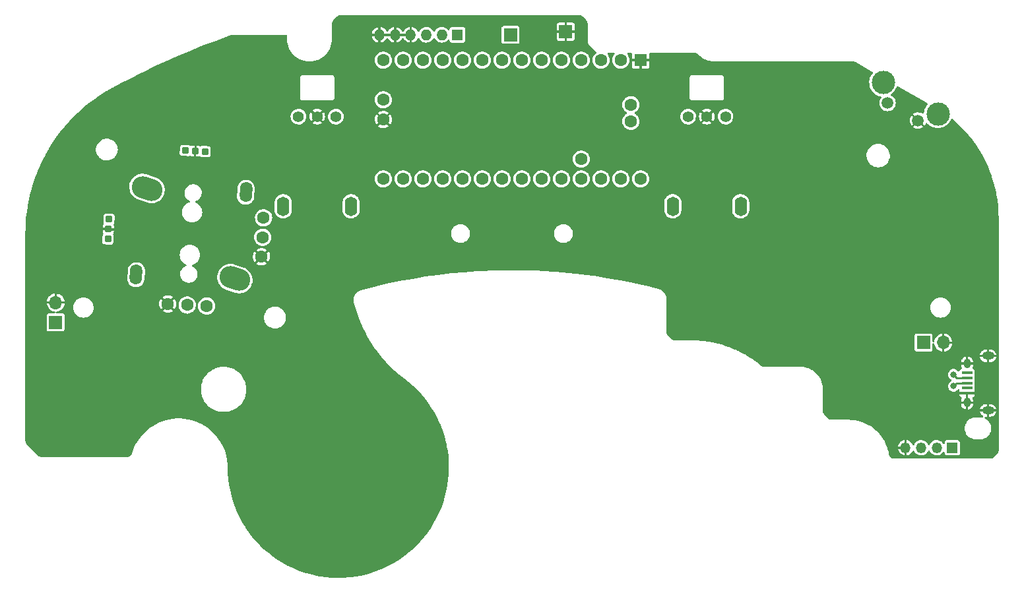
<source format=gbl>
%TF.GenerationSoftware,KiCad,Pcbnew,(6.0.1)*%
%TF.CreationDate,2022-01-23T20:56:55-08:00*%
%TF.ProjectId,PhobGCC,50686f62-4743-4432-9e6b-696361645f70,rev?*%
%TF.SameCoordinates,Original*%
%TF.FileFunction,Copper,L2,Bot*%
%TF.FilePolarity,Positive*%
%FSLAX46Y46*%
G04 Gerber Fmt 4.6, Leading zero omitted, Abs format (unit mm)*
G04 Created by KiCad (PCBNEW (6.0.1)) date 2022-01-23 20:56:55*
%MOMM*%
%LPD*%
G01*
G04 APERTURE LIST*
G04 Aperture macros list*
%AMHorizOval*
0 Thick line with rounded ends*
0 $1 width*
0 $2 $3 position (X,Y) of the first rounded end (center of the circle)*
0 $4 $5 position (X,Y) of the second rounded end (center of the circle)*
0 Add line between two ends*
20,1,$1,$2,$3,$4,$5,0*
0 Add two circle primitives to create the rounded ends*
1,1,$1,$2,$3*
1,1,$1,$4,$5*%
%AMOutline4P*
0 Free polygon, 4 corners , with rotation*
0 The origin of the aperture is its center*
0 number of corners: always 4*
0 $1 to $8 corner X, Y*
0 $9 Rotation angle, in degrees counterclockwise*
0 create outline with 4 corners*
4,1,4,$1,$2,$3,$4,$5,$6,$7,$8,$1,$2,$9*%
G04 Aperture macros list end*
%TA.AperFunction,ComponentPad*%
%ADD10C,1.498000*%
%TD*%
%TA.AperFunction,ComponentPad*%
%ADD11C,3.000000*%
%TD*%
%TA.AperFunction,ComponentPad*%
%ADD12HorizOval,2.800000X-0.568661X0.191376X0.568661X-0.191376X0*%
%TD*%
%TA.AperFunction,ComponentPad*%
%ADD13HorizOval,1.600000X-0.026168X-0.499315X0.026168X0.499315X0*%
%TD*%
%TA.AperFunction,ComponentPad*%
%ADD14Outline4P,-0.400000X-0.400000X0.400000X-0.400000X0.400000X0.400000X-0.400000X0.400000X357.000000*%
%TD*%
%TA.AperFunction,ComponentPad*%
%ADD15C,1.600000*%
%TD*%
%TA.AperFunction,ComponentPad*%
%ADD16R,1.700000X1.700000*%
%TD*%
%TA.AperFunction,ComponentPad*%
%ADD17R,1.600000X1.600000*%
%TD*%
%TA.AperFunction,ComponentPad*%
%ADD18O,1.700000X1.700000*%
%TD*%
%TA.AperFunction,ComponentPad*%
%ADD19O,1.600000X2.500000*%
%TD*%
%TA.AperFunction,ComponentPad*%
%ADD20C,1.400000*%
%TD*%
%TA.AperFunction,ComponentPad*%
%ADD21R,1.350000X1.350000*%
%TD*%
%TA.AperFunction,ComponentPad*%
%ADD22O,1.350000X1.350000*%
%TD*%
%TA.AperFunction,ComponentPad*%
%ADD23R,1.400000X1.400000*%
%TD*%
%TA.AperFunction,ComponentPad*%
%ADD24O,1.400000X1.400000*%
%TD*%
%TA.AperFunction,SMDPad,CuDef*%
%ADD25R,1.350000X0.400000*%
%TD*%
%TA.AperFunction,ComponentPad*%
%ADD26O,1.550000X1.000000*%
%TD*%
%TA.AperFunction,ComponentPad*%
%ADD27O,0.950000X1.250000*%
%TD*%
%TA.AperFunction,ViaPad*%
%ADD28C,0.800000*%
%TD*%
%TA.AperFunction,Conductor*%
%ADD29C,0.250000*%
%TD*%
G04 APERTURE END LIST*
D10*
X160802886Y-61650000D03*
X164700000Y-63900000D03*
D11*
X160244040Y-59017949D03*
X167258846Y-63067949D03*
D12*
X65770011Y-72615390D03*
D13*
X64368635Y-83687221D03*
X78441531Y-73109243D03*
D12*
X77040155Y-84181074D03*
D14*
X73228104Y-67879226D03*
X71959844Y-67812759D03*
X70691585Y-67746292D03*
X60886077Y-76575211D03*
X60819610Y-77843471D03*
X60753143Y-79111730D03*
D15*
X68427018Y-87454784D03*
X70923592Y-87585624D03*
X73420166Y-87716464D03*
X80461635Y-81376297D03*
X80592475Y-78879723D03*
X80723315Y-76383149D03*
D16*
X119500000Y-52500000D03*
D17*
X129120000Y-56150000D03*
D15*
X126580000Y-56150000D03*
X124040000Y-56150000D03*
X121500000Y-56150000D03*
X118960000Y-56150000D03*
X116420000Y-56150000D03*
X113880000Y-56150000D03*
X111340000Y-56150000D03*
X108800000Y-56150000D03*
X106260000Y-56150000D03*
X103720000Y-56150000D03*
X101180000Y-56150000D03*
X98640000Y-56150000D03*
X96100000Y-56150000D03*
X96100000Y-61230000D03*
X96100000Y-63770000D03*
X96100000Y-71390000D03*
X98640000Y-71390000D03*
X101180000Y-71390000D03*
X103720000Y-71390000D03*
X106260000Y-71390000D03*
X108800000Y-71390000D03*
X111340000Y-71390000D03*
X113880000Y-71390000D03*
X116420000Y-71390000D03*
X118960000Y-71390000D03*
X121500000Y-71390000D03*
X124040000Y-71390000D03*
X126580000Y-71390000D03*
X129120000Y-71390000D03*
X121500000Y-68850000D03*
X127850000Y-64000000D03*
X127850000Y-61870000D03*
D16*
X112400000Y-52900000D03*
X54050000Y-89800000D03*
D18*
X54050000Y-87260000D03*
D16*
X165400000Y-92400000D03*
D18*
X167940000Y-92400000D03*
D19*
X133250000Y-74900000D03*
X141950000Y-74900000D03*
D20*
X140000000Y-63400000D03*
X137600000Y-63400000D03*
X135200000Y-63400000D03*
D19*
X91950000Y-74900000D03*
X83250000Y-74900000D03*
D20*
X90000000Y-63400000D03*
X87600000Y-63400000D03*
X85200000Y-63400000D03*
D21*
X169100000Y-105900000D03*
D22*
X167100000Y-105900000D03*
X165100000Y-105900000D03*
X163100000Y-105900000D03*
D23*
X105600000Y-52900000D03*
D24*
X103600000Y-52900000D03*
X101600000Y-52900000D03*
X99600000Y-52900000D03*
X97600000Y-52900000D03*
X95600000Y-52900000D03*
D25*
X171000000Y-96300000D03*
X171000000Y-96950000D03*
X171000000Y-97600000D03*
X171000000Y-98250000D03*
X171000000Y-98900000D03*
D26*
X173700000Y-101100000D03*
D27*
X171000000Y-100100000D03*
X171000000Y-95100000D03*
D26*
X173700000Y-94100000D03*
D28*
X173750000Y-95750000D03*
X98300000Y-111400000D03*
X91550000Y-55300000D03*
X124750000Y-75050000D03*
X76400000Y-54300000D03*
X135450000Y-67400000D03*
X63150000Y-78450000D03*
X160900000Y-84750000D03*
X94000002Y-74300000D03*
X112000000Y-81600000D03*
X52750000Y-79200000D03*
X90300000Y-119400000D03*
X130700002Y-74000000D03*
X144550000Y-70900000D03*
X168200000Y-79300000D03*
X90400001Y-68250000D03*
X81900000Y-117000000D03*
X149900000Y-68600000D03*
X98150000Y-117000000D03*
X153850000Y-82650000D03*
X174200000Y-81750000D03*
X90300000Y-103500000D03*
X90450002Y-71000000D03*
X115600000Y-64000000D03*
X92300002Y-65800000D03*
X138650000Y-90350000D03*
X91900000Y-63100000D03*
X82400000Y-111400000D03*
X53200000Y-105950000D03*
X169250000Y-98000000D03*
X169250000Y-96500000D03*
D29*
X171000000Y-97600000D02*
X169650000Y-97600000D01*
X169650000Y-97600000D02*
X169250000Y-98000000D01*
X169700000Y-96950000D02*
X169250000Y-96500000D01*
X171000000Y-96950000D02*
X169700000Y-96950000D01*
%TA.AperFunction,Conductor*%
G36*
X121177500Y-50338663D02*
G01*
X121182037Y-50339463D01*
X121192892Y-50341377D01*
X121203748Y-50339463D01*
X121214256Y-50339463D01*
X121226606Y-50340070D01*
X121239876Y-50341377D01*
X121317107Y-50348984D01*
X121341329Y-50353802D01*
X121448901Y-50386433D01*
X121471709Y-50395880D01*
X121570849Y-50448872D01*
X121591383Y-50462594D01*
X121661680Y-50520285D01*
X121670842Y-50528589D01*
X121678273Y-50536020D01*
X121684594Y-50545047D01*
X121697402Y-50554015D01*
X121714223Y-50568131D01*
X122075726Y-50929634D01*
X122089843Y-50946457D01*
X122098809Y-50959261D01*
X122107835Y-50965581D01*
X122115266Y-50973012D01*
X122123570Y-50982173D01*
X122181264Y-51052473D01*
X122194982Y-51073003D01*
X122247976Y-51172149D01*
X122257420Y-51194950D01*
X122290054Y-51302529D01*
X122294871Y-51326748D01*
X122303785Y-51417249D01*
X122304392Y-51429600D01*
X122304392Y-51440108D01*
X122302478Y-51450962D01*
X122304392Y-51461817D01*
X122305192Y-51466354D01*
X122307106Y-51488233D01*
X122307106Y-53457103D01*
X122305192Y-53478982D01*
X122302478Y-53494374D01*
X122303578Y-53500612D01*
X122304361Y-53510566D01*
X122304361Y-53510567D01*
X122310871Y-53593287D01*
X122319141Y-53698368D01*
X122366910Y-53897339D01*
X122368803Y-53901910D01*
X122368804Y-53901912D01*
X122430351Y-54050500D01*
X122445216Y-54086388D01*
X122552132Y-54260859D01*
X122555340Y-54264615D01*
X122555348Y-54264626D01*
X122644808Y-54369368D01*
X122646253Y-54371370D01*
X122646384Y-54371262D01*
X122650385Y-54376132D01*
X122651754Y-54377501D01*
X122651761Y-54377509D01*
X122674441Y-54404063D01*
X122680959Y-54411694D01*
X122684595Y-54416887D01*
X122693628Y-54423212D01*
X122693629Y-54423213D01*
X122697397Y-54425852D01*
X122714223Y-54439970D01*
X123075726Y-54801474D01*
X123089843Y-54818299D01*
X123092483Y-54822069D01*
X123098807Y-54831100D01*
X123103988Y-54834728D01*
X123254835Y-54963564D01*
X123259048Y-54966146D01*
X123259058Y-54966153D01*
X123386301Y-55044128D01*
X123433932Y-55096775D01*
X123445539Y-55166817D01*
X123417436Y-55232014D01*
X123394838Y-55253205D01*
X123390371Y-55255862D01*
X123238305Y-55389220D01*
X123113089Y-55548057D01*
X123018914Y-55727053D01*
X122958937Y-55920213D01*
X122935164Y-56121069D01*
X122948392Y-56322894D01*
X122998178Y-56518928D01*
X123082856Y-56702607D01*
X123199588Y-56867780D01*
X123344466Y-57008913D01*
X123512637Y-57121282D01*
X123517940Y-57123560D01*
X123517943Y-57123562D01*
X123680971Y-57193604D01*
X123698470Y-57201122D01*
X123794361Y-57222820D01*
X123888559Y-57244135D01*
X123895740Y-57245760D01*
X123901509Y-57245987D01*
X123901512Y-57245987D01*
X123977683Y-57248979D01*
X124097842Y-57253700D01*
X124184132Y-57241189D01*
X124292286Y-57225508D01*
X124292291Y-57225507D01*
X124298007Y-57224678D01*
X124303479Y-57222820D01*
X124303481Y-57222820D01*
X124484067Y-57161519D01*
X124484069Y-57161518D01*
X124489531Y-57159664D01*
X124666001Y-57060837D01*
X124728433Y-57008913D01*
X124817073Y-56935191D01*
X124821505Y-56931505D01*
X124950837Y-56776001D01*
X125049664Y-56599531D01*
X125114678Y-56408007D01*
X125115507Y-56402291D01*
X125115508Y-56402286D01*
X125139204Y-56238852D01*
X125143700Y-56207842D01*
X125145215Y-56150000D01*
X125126708Y-55948591D01*
X125071807Y-55753926D01*
X124982351Y-55572527D01*
X124964079Y-55548057D01*
X124861335Y-55410467D01*
X124863415Y-55408914D01*
X124837493Y-55354850D01*
X124846280Y-55284399D01*
X124891762Y-55229884D01*
X124961853Y-55208589D01*
X125660929Y-55208589D01*
X125729050Y-55228591D01*
X125775543Y-55282247D01*
X125785647Y-55352521D01*
X125759880Y-55412592D01*
X125653089Y-55548057D01*
X125558914Y-55727053D01*
X125498937Y-55920213D01*
X125475164Y-56121069D01*
X125488392Y-56322894D01*
X125538178Y-56518928D01*
X125622856Y-56702607D01*
X125739588Y-56867780D01*
X125884466Y-57008913D01*
X126052637Y-57121282D01*
X126057940Y-57123560D01*
X126057943Y-57123562D01*
X126220971Y-57193604D01*
X126238470Y-57201122D01*
X126334361Y-57222820D01*
X126428559Y-57244135D01*
X126435740Y-57245760D01*
X126441509Y-57245987D01*
X126441512Y-57245987D01*
X126517683Y-57248979D01*
X126637842Y-57253700D01*
X126724132Y-57241189D01*
X126832286Y-57225508D01*
X126832291Y-57225507D01*
X126838007Y-57224678D01*
X126843479Y-57222820D01*
X126843481Y-57222820D01*
X127024067Y-57161519D01*
X127024069Y-57161518D01*
X127029531Y-57159664D01*
X127206001Y-57060837D01*
X127268433Y-57008913D01*
X127290163Y-56990840D01*
X128020000Y-56990840D01*
X128020442Y-56998286D01*
X128021994Y-57011336D01*
X128026952Y-57029374D01*
X128063755Y-57112231D01*
X128076713Y-57131085D01*
X128139342Y-57193604D01*
X128158212Y-57206525D01*
X128241125Y-57243180D01*
X128259202Y-57248108D01*
X128271787Y-57249576D01*
X128279088Y-57250000D01*
X128951885Y-57250000D01*
X128967124Y-57245525D01*
X128968329Y-57244135D01*
X128970000Y-57236452D01*
X128970000Y-57231885D01*
X129270000Y-57231885D01*
X129274475Y-57247124D01*
X129275865Y-57248329D01*
X129283548Y-57250000D01*
X129960840Y-57250000D01*
X129968286Y-57249558D01*
X129981336Y-57248006D01*
X129999374Y-57243048D01*
X130082231Y-57206245D01*
X130101085Y-57193287D01*
X130163604Y-57130658D01*
X130176525Y-57111788D01*
X130213180Y-57028875D01*
X130218108Y-57010798D01*
X130219576Y-56998213D01*
X130220000Y-56990912D01*
X130220000Y-56318115D01*
X130215525Y-56302876D01*
X130214135Y-56301671D01*
X130206452Y-56300000D01*
X129288115Y-56300000D01*
X129272876Y-56304475D01*
X129271671Y-56305865D01*
X129270000Y-56313548D01*
X129270000Y-57231885D01*
X128970000Y-57231885D01*
X128970000Y-56318115D01*
X128965525Y-56302876D01*
X128964135Y-56301671D01*
X128956452Y-56300000D01*
X128038115Y-56300000D01*
X128022876Y-56304475D01*
X128021671Y-56305865D01*
X128020000Y-56313548D01*
X128020000Y-56990840D01*
X127290163Y-56990840D01*
X127357073Y-56935191D01*
X127361505Y-56931505D01*
X127490837Y-56776001D01*
X127589664Y-56599531D01*
X127654678Y-56408007D01*
X127655507Y-56402291D01*
X127655508Y-56402286D01*
X127679204Y-56238852D01*
X127683700Y-56207842D01*
X127685215Y-56150000D01*
X127666708Y-55948591D01*
X127611807Y-55753926D01*
X127522351Y-55572527D01*
X127504079Y-55548057D01*
X127401335Y-55410467D01*
X127403415Y-55408914D01*
X127377493Y-55354850D01*
X127386280Y-55284399D01*
X127431762Y-55229884D01*
X127501853Y-55208589D01*
X127894000Y-55208589D01*
X127962121Y-55228591D01*
X128008614Y-55282247D01*
X128020000Y-55334589D01*
X128020000Y-55981885D01*
X128024475Y-55997124D01*
X128025865Y-55998329D01*
X128033548Y-56000000D01*
X130201885Y-56000000D01*
X130217124Y-55995525D01*
X130218329Y-55994135D01*
X130220000Y-55986452D01*
X130220000Y-55334589D01*
X130240002Y-55266468D01*
X130293658Y-55219975D01*
X130346000Y-55208589D01*
X135980900Y-55208589D01*
X136002779Y-55210503D01*
X136007316Y-55211303D01*
X136018171Y-55213217D01*
X136029027Y-55211303D01*
X136038812Y-55211303D01*
X136051411Y-55211935D01*
X136145069Y-55221363D01*
X136169787Y-55226390D01*
X136279483Y-55260438D01*
X136302714Y-55270295D01*
X136353065Y-55297908D01*
X136403414Y-55325519D01*
X136424216Y-55339810D01*
X136496056Y-55400597D01*
X136505285Y-55409236D01*
X136512079Y-55416268D01*
X136518246Y-55425406D01*
X136524885Y-55430227D01*
X136529861Y-55434885D01*
X136529870Y-55434902D01*
X136530334Y-55435359D01*
X136530615Y-55435591D01*
X136700409Y-55594537D01*
X136731548Y-55623687D01*
X136768924Y-55652224D01*
X136960467Y-55798470D01*
X136960472Y-55798474D01*
X136962977Y-55800386D01*
X137113778Y-55893211D01*
X137166965Y-55925950D01*
X137210940Y-55953019D01*
X137213777Y-55954394D01*
X137213787Y-55954400D01*
X137353881Y-56022323D01*
X137472943Y-56080049D01*
X137569270Y-56115334D01*
X137743380Y-56179112D01*
X137743385Y-56179114D01*
X137746351Y-56180200D01*
X138028415Y-56252465D01*
X138031537Y-56252938D01*
X138031545Y-56252940D01*
X138294567Y-56292821D01*
X138316298Y-56296116D01*
X138450949Y-56302876D01*
X138591193Y-56309917D01*
X138591541Y-56309956D01*
X138591960Y-56309967D01*
X138592009Y-56309958D01*
X138599026Y-56310310D01*
X138607106Y-56311735D01*
X138617961Y-56309821D01*
X138617963Y-56309821D01*
X138622498Y-56309021D01*
X138644377Y-56307107D01*
X156302837Y-56307107D01*
X156324717Y-56309021D01*
X156329248Y-56309820D01*
X156340103Y-56311734D01*
X156350957Y-56309820D01*
X156361984Y-56309820D01*
X156361984Y-56310612D01*
X156374171Y-56310076D01*
X156450312Y-56316715D01*
X156471868Y-56320504D01*
X156550547Y-56341512D01*
X156568128Y-56346206D01*
X156588705Y-56353668D01*
X156658014Y-56385863D01*
X156668316Y-56392402D01*
X156668710Y-56391716D01*
X156678265Y-56397210D01*
X156686724Y-56404283D01*
X156701429Y-56409606D01*
X156721341Y-56418849D01*
X158852606Y-57644328D01*
X158901689Y-57695623D01*
X158915248Y-57765313D01*
X158886672Y-57834126D01*
X158774115Y-57969461D01*
X158771692Y-57973454D01*
X158644432Y-58183172D01*
X158635284Y-58198247D01*
X158633477Y-58202555D01*
X158633477Y-58202556D01*
X158533926Y-58439959D01*
X158531795Y-58445040D01*
X158465921Y-58704419D01*
X158439110Y-58970685D01*
X158451949Y-59237990D01*
X158504158Y-59500461D01*
X158505738Y-59504861D01*
X158505738Y-59504862D01*
X158512868Y-59524720D01*
X158594589Y-59752332D01*
X158596805Y-59756456D01*
X158665022Y-59883414D01*
X158721255Y-59988070D01*
X158724050Y-59991813D01*
X158724052Y-59991816D01*
X158858931Y-60172440D01*
X158881375Y-60202496D01*
X158884682Y-60205774D01*
X158884687Y-60205780D01*
X159068114Y-60387612D01*
X159071430Y-60390899D01*
X159075196Y-60393661D01*
X159075198Y-60393662D01*
X159283474Y-60546376D01*
X159287245Y-60549141D01*
X159291380Y-60551317D01*
X159291384Y-60551319D01*
X159376674Y-60596192D01*
X159524079Y-60673746D01*
X159528498Y-60675289D01*
X159772313Y-60760433D01*
X159772319Y-60760435D01*
X159776730Y-60761975D01*
X159911607Y-60787583D01*
X159974800Y-60819939D01*
X160010469Y-60881325D01*
X160007288Y-60952251D01*
X159984627Y-60992361D01*
X159932739Y-61054198D01*
X159833586Y-61234558D01*
X159831725Y-61240425D01*
X159831724Y-61240427D01*
X159773215Y-61424871D01*
X159771353Y-61430741D01*
X159750303Y-61618412D01*
X159749210Y-61628157D01*
X159748411Y-61635276D01*
X159751668Y-61674067D01*
X159759176Y-61763470D01*
X159765633Y-61840372D01*
X159822364Y-62038216D01*
X159825182Y-62043698D01*
X159825183Y-62043702D01*
X159913623Y-62215788D01*
X159913626Y-62215792D01*
X159916443Y-62221274D01*
X160044286Y-62382571D01*
X160048980Y-62386566D01*
X160181765Y-62499575D01*
X160201024Y-62515966D01*
X160206402Y-62518972D01*
X160206404Y-62518973D01*
X160244761Y-62540410D01*
X160380687Y-62616376D01*
X160576431Y-62679977D01*
X160780801Y-62704347D01*
X160786936Y-62703875D01*
X160786938Y-62703875D01*
X160979870Y-62689030D01*
X160979874Y-62689029D01*
X160986012Y-62688557D01*
X161105514Y-62655191D01*
X161178303Y-62634868D01*
X161178307Y-62634867D01*
X161184247Y-62633208D01*
X161189751Y-62630428D01*
X161189753Y-62630427D01*
X161362456Y-62543189D01*
X161362458Y-62543188D01*
X161367957Y-62540410D01*
X161512702Y-62427323D01*
X161525283Y-62417494D01*
X161525284Y-62417493D01*
X161530144Y-62413696D01*
X161664629Y-62257893D01*
X161672377Y-62244255D01*
X161735305Y-62133481D01*
X161766291Y-62078936D01*
X161831257Y-61883640D01*
X161857053Y-61679446D01*
X161857464Y-61650000D01*
X161837380Y-61445165D01*
X161777892Y-61248132D01*
X161681266Y-61066405D01*
X161677368Y-61061626D01*
X161677365Y-61061621D01*
X161555078Y-60911682D01*
X161555076Y-60911680D01*
X161551184Y-60906908D01*
X161446057Y-60819939D01*
X161397349Y-60779644D01*
X161397345Y-60779642D01*
X161392599Y-60775715D01*
X161281230Y-60715498D01*
X161230821Y-60665503D01*
X161215444Y-60596192D01*
X161239980Y-60529570D01*
X161274855Y-60497518D01*
X161278777Y-60495091D01*
X161305315Y-60478669D01*
X161320980Y-60465408D01*
X161506000Y-60308777D01*
X161506001Y-60308776D01*
X161509566Y-60305758D01*
X161571268Y-60235401D01*
X161682934Y-60108071D01*
X161682938Y-60108066D01*
X161686016Y-60104556D01*
X161688546Y-60100623D01*
X161828259Y-59883414D01*
X161828262Y-59883409D01*
X161830787Y-59879483D01*
X161940701Y-59635483D01*
X161949105Y-59605685D01*
X161986847Y-59545551D01*
X162051108Y-59515369D01*
X162121486Y-59524720D01*
X162133177Y-59530655D01*
X165870350Y-61679531D01*
X165876686Y-61683174D01*
X165925770Y-61734470D01*
X165939329Y-61804160D01*
X165910753Y-61872973D01*
X165803199Y-62002293D01*
X165788921Y-62019461D01*
X165786498Y-62023454D01*
X165654173Y-62241519D01*
X165650090Y-62248247D01*
X165648283Y-62252555D01*
X165648283Y-62252556D01*
X165555754Y-62473213D01*
X165546601Y-62495040D01*
X165545450Y-62499572D01*
X165545449Y-62499575D01*
X165486389Y-62732123D01*
X165480727Y-62754419D01*
X165480258Y-62759073D01*
X165480258Y-62759075D01*
X165463849Y-62922037D01*
X165437123Y-62987811D01*
X165379079Y-63028694D01*
X165308146Y-63031706D01*
X165278555Y-63020249D01*
X165113894Y-62931218D01*
X165102584Y-62926464D01*
X164917836Y-62869275D01*
X164905825Y-62866809D01*
X164713488Y-62846594D01*
X164701219Y-62846509D01*
X164508625Y-62864036D01*
X164496576Y-62866334D01*
X164311045Y-62920939D01*
X164299677Y-62925532D01*
X164128288Y-63015132D01*
X164118023Y-63021850D01*
X164085556Y-63047953D01*
X164077088Y-63060121D01*
X164083463Y-63071331D01*
X165529249Y-64517117D01*
X165542876Y-64524558D01*
X165552443Y-64517902D01*
X165557310Y-64512264D01*
X165564376Y-64502246D01*
X165659900Y-64334092D01*
X165664889Y-64322887D01*
X165676239Y-64288771D01*
X165716722Y-64230447D01*
X165782310Y-64203269D01*
X165852181Y-64215865D01*
X165890893Y-64245885D01*
X165893386Y-64248753D01*
X165896181Y-64252496D01*
X165978930Y-64334526D01*
X166075033Y-64429793D01*
X166086236Y-64440899D01*
X166090002Y-64443661D01*
X166090004Y-64443662D01*
X166201823Y-64525651D01*
X166302051Y-64599141D01*
X166306186Y-64601317D01*
X166306190Y-64601319D01*
X166431860Y-64667437D01*
X166538885Y-64723746D01*
X166578646Y-64737631D01*
X166787119Y-64810433D01*
X166787125Y-64810435D01*
X166791536Y-64811975D01*
X166796129Y-64812847D01*
X166965576Y-64845018D01*
X167054452Y-64861892D01*
X167181462Y-64866882D01*
X167317191Y-64872215D01*
X167317196Y-64872215D01*
X167321859Y-64872398D01*
X167417789Y-64861892D01*
X167583228Y-64843774D01*
X167583233Y-64843773D01*
X167587881Y-64843264D01*
X167703413Y-64812847D01*
X167842155Y-64776319D01*
X167846675Y-64775129D01*
X168060531Y-64683250D01*
X168088253Y-64671340D01*
X168088256Y-64671338D01*
X168092556Y-64669491D01*
X168096536Y-64667028D01*
X168096540Y-64667026D01*
X168316148Y-64531128D01*
X168316152Y-64531125D01*
X168320121Y-64528669D01*
X168394712Y-64465523D01*
X168520806Y-64358777D01*
X168520807Y-64358776D01*
X168524372Y-64355758D01*
X168583118Y-64288771D01*
X168697740Y-64158071D01*
X168697744Y-64158066D01*
X168700822Y-64154556D01*
X168714584Y-64133161D01*
X168843065Y-63933414D01*
X168843068Y-63933409D01*
X168845593Y-63929483D01*
X168893062Y-63824107D01*
X168927722Y-63747164D01*
X168973937Y-63693269D01*
X169041954Y-63672916D01*
X169110177Y-63692566D01*
X169125025Y-63703610D01*
X169538864Y-64061516D01*
X169610013Y-64123049D01*
X169614339Y-64126970D01*
X170167396Y-64652006D01*
X170171503Y-64656089D01*
X170592384Y-65094485D01*
X170699660Y-65206225D01*
X170703606Y-65210531D01*
X171205668Y-65784520D01*
X171209411Y-65789005D01*
X171684328Y-66385644D01*
X171687859Y-66390297D01*
X172134614Y-67008309D01*
X172137926Y-67013121D01*
X172555567Y-67651190D01*
X172558651Y-67656149D01*
X172938747Y-68300142D01*
X172946268Y-68312885D01*
X172949110Y-68317967D01*
X173303802Y-68988051D01*
X173305866Y-68991951D01*
X173308471Y-68997160D01*
X173536264Y-69480439D01*
X173633621Y-69686988D01*
X173635988Y-69692328D01*
X173928802Y-70396454D01*
X173930919Y-70401898D01*
X174071870Y-70790765D01*
X174137769Y-70972571D01*
X174190781Y-71118826D01*
X174192644Y-71124363D01*
X174419005Y-71852590D01*
X174420609Y-71858206D01*
X174612972Y-72596130D01*
X174614314Y-72601815D01*
X174629376Y-72672954D01*
X174771895Y-73346092D01*
X174772264Y-73347837D01*
X174773341Y-73353574D01*
X174787854Y-73442219D01*
X174896555Y-74106182D01*
X174897364Y-74111967D01*
X174900850Y-74141905D01*
X174978973Y-74812862D01*
X174985557Y-74869412D01*
X174986097Y-74875219D01*
X175038144Y-75622369D01*
X175039091Y-75635966D01*
X175039361Y-75641785D01*
X175044285Y-75854143D01*
X175056278Y-76371418D01*
X175054399Y-76396210D01*
X175052478Y-76407107D01*
X175054392Y-76417962D01*
X175055192Y-76422499D01*
X175057106Y-76444378D01*
X175057106Y-106155622D01*
X175055192Y-106177501D01*
X175052478Y-106192893D01*
X175054392Y-106203749D01*
X175054392Y-106214257D01*
X175053785Y-106226608D01*
X175044871Y-106317108D01*
X175040053Y-106341330D01*
X175007422Y-106448902D01*
X174997975Y-106471710D01*
X174944984Y-106570848D01*
X174931261Y-106591384D01*
X174873570Y-106661681D01*
X174865266Y-106670843D01*
X174857835Y-106678274D01*
X174848808Y-106684595D01*
X174842488Y-106693621D01*
X174839842Y-106697400D01*
X174825724Y-106714224D01*
X174464221Y-107075727D01*
X174447398Y-107089844D01*
X174443622Y-107092488D01*
X174443620Y-107092490D01*
X174434594Y-107098810D01*
X174428274Y-107107836D01*
X174420843Y-107115267D01*
X174411682Y-107123571D01*
X174347682Y-107176095D01*
X174341382Y-107181265D01*
X174320852Y-107194983D01*
X174221706Y-107247977D01*
X174198905Y-107257421D01*
X174091326Y-107290055D01*
X174067107Y-107294872D01*
X174007845Y-107300709D01*
X173976603Y-107303786D01*
X173964255Y-107304393D01*
X173953747Y-107304393D01*
X173942893Y-107302479D01*
X173932038Y-107304393D01*
X173927501Y-107305193D01*
X173905622Y-107307107D01*
X161698265Y-107307107D01*
X161676386Y-107305193D01*
X161671849Y-107304393D01*
X161660994Y-107302479D01*
X161650139Y-107304393D01*
X161640335Y-107304393D01*
X161627726Y-107303760D01*
X161534207Y-107294354D01*
X161509494Y-107289333D01*
X161473779Y-107278257D01*
X161399881Y-107255339D01*
X161376672Y-107245500D01*
X161276029Y-107190362D01*
X161255241Y-107176097D01*
X161211415Y-107139057D01*
X161167592Y-107102019D01*
X161150058Y-107083896D01*
X161078919Y-106993851D01*
X161065345Y-106972599D01*
X161013562Y-106870194D01*
X161004491Y-106846663D01*
X160999081Y-106826939D01*
X160979629Y-106756015D01*
X160976902Y-106743671D01*
X160975271Y-106734013D01*
X160975349Y-106723002D01*
X160975104Y-106722313D01*
X160917192Y-106448894D01*
X160885085Y-106297308D01*
X160885083Y-106297302D01*
X160884544Y-106294755D01*
X160874378Y-106260843D01*
X160816013Y-106066165D01*
X162135479Y-106066165D01*
X162135861Y-106070718D01*
X162138075Y-106082780D01*
X162187381Y-106254731D01*
X162191900Y-106266143D01*
X162273664Y-106425239D01*
X162280311Y-106435552D01*
X162391421Y-106575738D01*
X162399944Y-106584564D01*
X162536170Y-106700502D01*
X162546242Y-106707502D01*
X162702391Y-106794770D01*
X162713631Y-106799681D01*
X162883761Y-106854959D01*
X162895735Y-106857592D01*
X162932011Y-106861918D01*
X162946418Y-106859491D01*
X162949567Y-106848268D01*
X163250000Y-106848268D01*
X163254354Y-106863095D01*
X163265396Y-106865057D01*
X163276070Y-106863174D01*
X163448354Y-106815071D01*
X163459787Y-106810637D01*
X163619459Y-106729981D01*
X163629818Y-106723407D01*
X163770777Y-106613278D01*
X163779659Y-106604820D01*
X163896544Y-106469407D01*
X163903618Y-106459380D01*
X163991713Y-106304303D01*
X164042752Y-106254952D01*
X164112370Y-106241029D01*
X164178463Y-106266955D01*
X164213335Y-106308944D01*
X164273242Y-106425511D01*
X164273245Y-106425516D01*
X164276060Y-106430993D01*
X164394889Y-106580918D01*
X164399583Y-106584913D01*
X164516709Y-106684595D01*
X164540575Y-106704907D01*
X164545953Y-106707913D01*
X164545955Y-106707914D01*
X164557246Y-106714224D01*
X164707570Y-106798237D01*
X164889512Y-106857354D01*
X165079472Y-106880005D01*
X165085607Y-106879533D01*
X165085609Y-106879533D01*
X165264071Y-106865801D01*
X165264075Y-106865800D01*
X165270213Y-106865328D01*
X165454472Y-106813882D01*
X165625228Y-106727627D01*
X165630630Y-106723407D01*
X165763438Y-106619646D01*
X165775979Y-106609848D01*
X165797503Y-106584913D01*
X165896958Y-106469692D01*
X165896959Y-106469691D01*
X165900982Y-106465030D01*
X165917574Y-106435824D01*
X165943055Y-106390969D01*
X165991987Y-106304833D01*
X166043025Y-106255484D01*
X166112643Y-106241561D01*
X166178737Y-106267487D01*
X166213608Y-106309476D01*
X166273242Y-106425511D01*
X166273245Y-106425516D01*
X166276060Y-106430993D01*
X166394889Y-106580918D01*
X166399583Y-106584913D01*
X166516709Y-106684595D01*
X166540575Y-106704907D01*
X166545953Y-106707913D01*
X166545955Y-106707914D01*
X166557246Y-106714224D01*
X166707570Y-106798237D01*
X166889512Y-106857354D01*
X167079472Y-106880005D01*
X167085607Y-106879533D01*
X167085609Y-106879533D01*
X167264071Y-106865801D01*
X167264075Y-106865800D01*
X167270213Y-106865328D01*
X167454472Y-106813882D01*
X167625228Y-106727627D01*
X167630630Y-106723407D01*
X167763438Y-106619646D01*
X167775979Y-106609848D01*
X167797503Y-106584913D01*
X167900982Y-106465030D01*
X167902402Y-106466256D01*
X167951151Y-106427568D01*
X168021795Y-106420505D01*
X168085044Y-106452757D01*
X168120815Y-106514083D01*
X168124500Y-106544333D01*
X168124500Y-106619646D01*
X168127618Y-106645846D01*
X168131456Y-106654486D01*
X168131456Y-106654487D01*
X168157306Y-106712683D01*
X168173061Y-106748153D01*
X168181294Y-106756372D01*
X168181295Y-106756373D01*
X168212835Y-106787858D01*
X168252287Y-106827241D01*
X168262924Y-106831944D01*
X168262926Y-106831945D01*
X168299848Y-106848268D01*
X168354673Y-106872506D01*
X168380354Y-106875500D01*
X169819646Y-106875500D01*
X169823350Y-106875059D01*
X169823353Y-106875059D01*
X169830746Y-106874179D01*
X169845846Y-106872382D01*
X169856723Y-106867551D01*
X169937518Y-106831663D01*
X169948153Y-106826939D01*
X169960001Y-106815071D01*
X170019023Y-106755945D01*
X170027241Y-106747713D01*
X170034895Y-106730402D01*
X170068675Y-106653992D01*
X170072506Y-106645327D01*
X170075500Y-106619646D01*
X170075500Y-105180354D01*
X170072382Y-105154154D01*
X170039350Y-105079787D01*
X170031663Y-105062482D01*
X170026939Y-105051847D01*
X169947713Y-104972759D01*
X169937076Y-104968056D01*
X169937074Y-104968055D01*
X169873445Y-104939925D01*
X169845327Y-104927494D01*
X169819646Y-104924500D01*
X168380354Y-104924500D01*
X168376650Y-104924941D01*
X168376647Y-104924941D01*
X168369254Y-104925821D01*
X168354154Y-104927618D01*
X168345514Y-104931456D01*
X168345513Y-104931456D01*
X168266287Y-104966647D01*
X168251847Y-104973061D01*
X168243628Y-104981294D01*
X168243627Y-104981295D01*
X168215241Y-105009731D01*
X168172759Y-105052287D01*
X168168056Y-105062924D01*
X168168055Y-105062926D01*
X168141735Y-105122462D01*
X168127494Y-105154673D01*
X168124500Y-105180354D01*
X168124500Y-105258805D01*
X168104498Y-105326926D01*
X168050842Y-105373419D01*
X167980568Y-105383523D01*
X167915988Y-105354029D01*
X167900857Y-105338441D01*
X167799430Y-105214078D01*
X167799427Y-105214075D01*
X167795535Y-105209303D01*
X167780526Y-105196886D01*
X167652879Y-105091288D01*
X167648132Y-105087361D01*
X167568040Y-105044055D01*
X167485276Y-104999304D01*
X167485273Y-104999303D01*
X167479851Y-104996371D01*
X167383821Y-104966645D01*
X167302988Y-104941623D01*
X167302985Y-104941622D01*
X167297101Y-104939801D01*
X167290976Y-104939157D01*
X167290975Y-104939157D01*
X167112971Y-104920448D01*
X167112970Y-104920448D01*
X167106843Y-104919804D01*
X166993904Y-104930082D01*
X166922466Y-104936583D01*
X166922465Y-104936583D01*
X166916325Y-104937142D01*
X166732803Y-104991156D01*
X166727338Y-104994013D01*
X166568728Y-105076932D01*
X166568724Y-105076935D01*
X166563268Y-105079787D01*
X166558468Y-105083647D01*
X166558467Y-105083647D01*
X166459099Y-105163541D01*
X166414176Y-105199660D01*
X166291207Y-105346208D01*
X166288237Y-105351610D01*
X166288231Y-105351619D01*
X166209896Y-105494109D01*
X166159551Y-105544168D01*
X166090134Y-105559061D01*
X166023685Y-105534060D01*
X165988231Y-105492562D01*
X165978781Y-105474788D01*
X165916446Y-105357555D01*
X165852189Y-105278768D01*
X165799430Y-105214078D01*
X165799427Y-105214075D01*
X165795535Y-105209303D01*
X165780526Y-105196886D01*
X165652879Y-105091288D01*
X165648132Y-105087361D01*
X165568040Y-105044055D01*
X165485276Y-104999304D01*
X165485273Y-104999303D01*
X165479851Y-104996371D01*
X165383821Y-104966645D01*
X165302988Y-104941623D01*
X165302985Y-104941622D01*
X165297101Y-104939801D01*
X165290976Y-104939157D01*
X165290975Y-104939157D01*
X165112971Y-104920448D01*
X165112970Y-104920448D01*
X165106843Y-104919804D01*
X164993904Y-104930082D01*
X164922466Y-104936583D01*
X164922465Y-104936583D01*
X164916325Y-104937142D01*
X164732803Y-104991156D01*
X164727338Y-104994013D01*
X164568728Y-105076932D01*
X164568724Y-105076935D01*
X164563268Y-105079787D01*
X164558468Y-105083647D01*
X164558467Y-105083647D01*
X164459099Y-105163541D01*
X164414176Y-105199660D01*
X164291207Y-105346208D01*
X164288237Y-105351611D01*
X164288236Y-105351612D01*
X164209609Y-105494634D01*
X164159263Y-105544693D01*
X164089846Y-105559586D01*
X164023397Y-105534585D01*
X163987942Y-105493086D01*
X163918917Y-105363267D01*
X163912135Y-105353058D01*
X163799074Y-105214432D01*
X163790430Y-105205728D01*
X163652601Y-105091706D01*
X163642430Y-105084846D01*
X163485072Y-104999763D01*
X163473773Y-104995013D01*
X163302883Y-104942113D01*
X163290876Y-104939648D01*
X163268015Y-104937245D01*
X163253365Y-104939925D01*
X163250000Y-104952247D01*
X163250000Y-106848268D01*
X162949567Y-106848268D01*
X162950000Y-106846723D01*
X162950000Y-106068115D01*
X162945525Y-106052876D01*
X162944135Y-106051671D01*
X162936452Y-106050000D01*
X162152237Y-106050000D01*
X162137542Y-106054315D01*
X162135479Y-106066165D01*
X160816013Y-106066165D01*
X160773030Y-105922794D01*
X160758830Y-105875430D01*
X160702566Y-105731997D01*
X162137687Y-105731997D01*
X162140240Y-105746527D01*
X162152787Y-105750000D01*
X162931885Y-105750000D01*
X162947124Y-105745525D01*
X162948329Y-105744135D01*
X162950000Y-105736452D01*
X162950000Y-104952694D01*
X162945724Y-104938132D01*
X162933621Y-104936070D01*
X162922557Y-104937076D01*
X162910511Y-104939374D01*
X162738900Y-104989882D01*
X162727532Y-104994475D01*
X162569002Y-105077352D01*
X162558741Y-105084067D01*
X162419327Y-105196159D01*
X162410568Y-105204737D01*
X162295580Y-105341774D01*
X162288655Y-105351888D01*
X162202473Y-105508653D01*
X162197645Y-105519917D01*
X162143553Y-105690436D01*
X162141005Y-105702424D01*
X162137687Y-105731997D01*
X160702566Y-105731997D01*
X160598969Y-105467898D01*
X160552586Y-105373419D01*
X160407193Y-105077268D01*
X160407192Y-105077266D01*
X160406048Y-105074936D01*
X160181382Y-104699220D01*
X159926502Y-104343308D01*
X159766329Y-104154689D01*
X159644822Y-104011602D01*
X159644818Y-104011598D01*
X159643142Y-104009624D01*
X159557029Y-103923713D01*
X159335078Y-103702283D01*
X159335070Y-103702275D01*
X159333232Y-103700442D01*
X159328610Y-103696535D01*
X159174116Y-103565964D01*
X158998884Y-103417866D01*
X158906267Y-103351868D01*
X158880896Y-103333789D01*
X170695996Y-103333789D01*
X170704913Y-103571295D01*
X170753719Y-103803904D01*
X170755677Y-103808863D01*
X170755678Y-103808865D01*
X170834240Y-104007794D01*
X170841020Y-104024963D01*
X170843787Y-104029522D01*
X170843788Y-104029525D01*
X170893367Y-104111228D01*
X170964319Y-104228153D01*
X170967816Y-104232183D01*
X171114108Y-104400770D01*
X171120090Y-104407664D01*
X171124216Y-104411047D01*
X171124220Y-104411051D01*
X171212913Y-104483774D01*
X171303880Y-104558362D01*
X171308516Y-104561001D01*
X171308519Y-104561003D01*
X171409561Y-104618519D01*
X171510433Y-104675939D01*
X171733844Y-104757034D01*
X171739092Y-104757983D01*
X171963641Y-104798588D01*
X171963648Y-104798589D01*
X171967725Y-104799326D01*
X171985991Y-104800187D01*
X171991131Y-104800430D01*
X171991138Y-104800430D01*
X171992619Y-104800500D01*
X172759680Y-104800500D01*
X172842026Y-104793513D01*
X172931512Y-104785920D01*
X172931516Y-104785919D01*
X172936823Y-104785469D01*
X172941978Y-104784131D01*
X172941984Y-104784130D01*
X173161703Y-104727102D01*
X173161702Y-104727102D01*
X173166874Y-104725760D01*
X173283327Y-104673302D01*
X173378715Y-104630333D01*
X173378718Y-104630332D01*
X173383576Y-104628143D01*
X173396664Y-104619332D01*
X173492253Y-104554977D01*
X173580732Y-104495409D01*
X173752705Y-104331355D01*
X173894579Y-104140670D01*
X174002295Y-103928807D01*
X174041079Y-103803904D01*
X174071193Y-103706919D01*
X174072775Y-103701824D01*
X174104004Y-103466211D01*
X174095087Y-103228705D01*
X174046281Y-102996096D01*
X174022359Y-102935521D01*
X173960941Y-102780002D01*
X173960940Y-102780000D01*
X173958980Y-102775037D01*
X173955315Y-102768996D01*
X173838448Y-102576407D01*
X173835681Y-102571847D01*
X173801636Y-102532613D01*
X173683410Y-102396369D01*
X173683408Y-102396367D01*
X173679910Y-102392336D01*
X173675784Y-102388953D01*
X173675780Y-102388949D01*
X173527088Y-102267030D01*
X173496120Y-102241638D01*
X173309378Y-102135338D01*
X173260073Y-102084257D01*
X173246211Y-102014627D01*
X173272194Y-101948556D01*
X173329774Y-101907021D01*
X173374308Y-101900821D01*
X173374308Y-101900000D01*
X173531885Y-101900000D01*
X173547124Y-101895525D01*
X173548329Y-101894135D01*
X173550000Y-101886452D01*
X173550000Y-101881885D01*
X173850000Y-101881885D01*
X173854475Y-101897124D01*
X173855865Y-101898329D01*
X173863548Y-101900000D01*
X174016605Y-101900000D01*
X174023629Y-101899607D01*
X174146361Y-101885841D01*
X174160014Y-101882739D01*
X174316199Y-101828349D01*
X174328832Y-101822297D01*
X174469088Y-101734655D01*
X174480061Y-101725958D01*
X174597418Y-101609418D01*
X174606190Y-101598507D01*
X174694807Y-101458870D01*
X174700950Y-101446274D01*
X174756428Y-101290473D01*
X174759625Y-101276846D01*
X174760681Y-101267989D01*
X174758253Y-101253582D01*
X174745486Y-101250000D01*
X173868115Y-101250000D01*
X173852876Y-101254475D01*
X173851671Y-101255865D01*
X173850000Y-101263548D01*
X173850000Y-101881885D01*
X173550000Y-101881885D01*
X173550000Y-101268115D01*
X173545525Y-101252876D01*
X173544135Y-101251671D01*
X173536452Y-101250000D01*
X172654429Y-101250000D01*
X172640137Y-101254197D01*
X172638125Y-101266519D01*
X172640989Y-101279545D01*
X172694287Y-101436109D01*
X172700249Y-101448779D01*
X172786912Y-101589647D01*
X172795531Y-101600679D01*
X172911252Y-101718849D01*
X172922097Y-101727694D01*
X173014682Y-101787361D01*
X173061107Y-101841075D01*
X173071122Y-101911362D01*
X173041547Y-101975905D01*
X172981772Y-102014213D01*
X172924007Y-102017261D01*
X172836362Y-102001413D01*
X172836361Y-102001413D01*
X172832275Y-102000674D01*
X172814009Y-101999813D01*
X172808869Y-101999570D01*
X172808862Y-101999570D01*
X172807381Y-101999500D01*
X172040320Y-101999500D01*
X171957974Y-102006487D01*
X171868488Y-102014080D01*
X171868484Y-102014081D01*
X171863177Y-102014531D01*
X171858022Y-102015869D01*
X171858016Y-102015870D01*
X171678444Y-102062478D01*
X171633126Y-102074240D01*
X171578585Y-102098809D01*
X171421285Y-102169667D01*
X171421282Y-102169668D01*
X171416424Y-102171857D01*
X171412000Y-102174836D01*
X171411999Y-102174836D01*
X171390977Y-102188989D01*
X171219268Y-102304591D01*
X171215411Y-102308270D01*
X171215409Y-102308272D01*
X171145207Y-102375242D01*
X171047295Y-102468645D01*
X170905421Y-102659330D01*
X170797705Y-102871193D01*
X170796124Y-102876284D01*
X170796123Y-102876287D01*
X170757301Y-103001315D01*
X170727225Y-103098176D01*
X170695996Y-103333789D01*
X158880896Y-103333789D01*
X158644478Y-103165320D01*
X158644469Y-103165314D01*
X158642375Y-103163822D01*
X158640164Y-103162507D01*
X158640158Y-103162503D01*
X158268350Y-102941358D01*
X158268346Y-102941356D01*
X158266132Y-102940039D01*
X158263815Y-102938908D01*
X158263809Y-102938905D01*
X157875054Y-102749182D01*
X157875053Y-102749182D01*
X157872718Y-102748042D01*
X157792333Y-102716727D01*
X157467228Y-102590079D01*
X157467224Y-102590078D01*
X157464812Y-102589138D01*
X157462326Y-102588399D01*
X157462320Y-102588397D01*
X157047704Y-102465156D01*
X157047696Y-102465154D01*
X157045193Y-102464410D01*
X156616718Y-102374706D01*
X156182305Y-102320639D01*
X156179722Y-102320532D01*
X156179718Y-102320532D01*
X155757409Y-102303091D01*
X155757407Y-102303091D01*
X155745632Y-102302605D01*
X155744914Y-102302478D01*
X155734042Y-102304395D01*
X155734041Y-102304395D01*
X155729516Y-102305193D01*
X155707637Y-102307107D01*
X153658590Y-102307107D01*
X153636711Y-102305193D01*
X153632174Y-102304393D01*
X153621319Y-102302479D01*
X153610463Y-102304393D01*
X153599955Y-102304393D01*
X153587605Y-102303786D01*
X153565522Y-102301611D01*
X153497104Y-102294872D01*
X153472882Y-102290054D01*
X153365310Y-102257423D01*
X153342502Y-102247976D01*
X153243362Y-102194984D01*
X153222828Y-102181262D01*
X153152531Y-102123571D01*
X153143369Y-102115267D01*
X153135938Y-102107836D01*
X153129617Y-102098809D01*
X153116809Y-102089841D01*
X153099988Y-102075725D01*
X152738487Y-101714224D01*
X152724369Y-101697400D01*
X152721723Y-101693621D01*
X152715403Y-101684595D01*
X152706377Y-101678275D01*
X152698946Y-101670844D01*
X152690642Y-101661683D01*
X152632948Y-101591383D01*
X152619230Y-101570853D01*
X152566236Y-101471707D01*
X152556792Y-101448906D01*
X152524158Y-101341327D01*
X152519341Y-101317108D01*
X152510427Y-101226607D01*
X152509820Y-101214256D01*
X152509820Y-101203748D01*
X152511734Y-101192894D01*
X152509020Y-101177502D01*
X152507106Y-101155623D01*
X152507106Y-100290197D01*
X170225000Y-100290197D01*
X170225393Y-100297221D01*
X170238692Y-100415788D01*
X170241794Y-100429441D01*
X170294339Y-100580328D01*
X170300392Y-100592962D01*
X170385061Y-100728462D01*
X170393758Y-100739434D01*
X170506346Y-100852811D01*
X170517255Y-100861582D01*
X170652170Y-100947202D01*
X170664746Y-100953335D01*
X170815272Y-101006935D01*
X170828900Y-101010132D01*
X170832013Y-101010503D01*
X170846417Y-101008076D01*
X170849965Y-100995432D01*
X171150000Y-100995432D01*
X171154197Y-101009724D01*
X171164901Y-101011472D01*
X171174145Y-101009440D01*
X171325400Y-100957948D01*
X171338066Y-100951987D01*
X171370537Y-100932011D01*
X172639319Y-100932011D01*
X172641747Y-100946418D01*
X172654514Y-100950000D01*
X173531885Y-100950000D01*
X173547124Y-100945525D01*
X173548329Y-100944135D01*
X173550000Y-100936452D01*
X173550000Y-100931885D01*
X173850000Y-100931885D01*
X173854475Y-100947124D01*
X173855865Y-100948329D01*
X173863548Y-100950000D01*
X174745571Y-100950000D01*
X174759863Y-100945803D01*
X174761875Y-100933481D01*
X174759011Y-100920455D01*
X174705713Y-100763891D01*
X174699751Y-100751221D01*
X174613088Y-100610353D01*
X174604469Y-100599321D01*
X174488748Y-100481151D01*
X174477907Y-100472309D01*
X174338883Y-100382714D01*
X174326334Y-100376485D01*
X174170927Y-100319921D01*
X174157312Y-100316628D01*
X174029623Y-100300497D01*
X174021733Y-100300000D01*
X173868115Y-100300000D01*
X173852876Y-100304475D01*
X173851671Y-100305865D01*
X173850000Y-100313548D01*
X173850000Y-100931885D01*
X173550000Y-100931885D01*
X173550000Y-100318115D01*
X173545525Y-100302876D01*
X173544135Y-100301671D01*
X173536452Y-100300000D01*
X173383395Y-100300000D01*
X173376371Y-100300393D01*
X173253639Y-100314159D01*
X173239986Y-100317261D01*
X173083801Y-100371651D01*
X173071168Y-100377703D01*
X172930912Y-100465345D01*
X172919939Y-100474042D01*
X172802582Y-100590582D01*
X172793810Y-100601493D01*
X172705193Y-100741130D01*
X172699050Y-100753726D01*
X172643572Y-100909527D01*
X172640375Y-100923154D01*
X172639319Y-100932011D01*
X171370537Y-100932011D01*
X171474158Y-100868263D01*
X171485190Y-100859644D01*
X171599350Y-100747850D01*
X171608198Y-100737000D01*
X171694749Y-100602700D01*
X171700981Y-100590147D01*
X171755626Y-100440011D01*
X171758919Y-100426396D01*
X171774503Y-100303037D01*
X171775000Y-100295147D01*
X171775000Y-100268115D01*
X171770525Y-100252876D01*
X171769135Y-100251671D01*
X171761452Y-100250000D01*
X171168115Y-100250000D01*
X171152876Y-100254475D01*
X171151671Y-100255865D01*
X171150000Y-100263548D01*
X171150000Y-100995432D01*
X170849965Y-100995432D01*
X170850000Y-100995306D01*
X170850000Y-100268115D01*
X170845525Y-100252876D01*
X170844135Y-100251671D01*
X170836452Y-100250000D01*
X170243115Y-100250000D01*
X170227876Y-100254475D01*
X170226671Y-100255865D01*
X170225000Y-100263548D01*
X170225000Y-100290197D01*
X152507106Y-100290197D01*
X152507106Y-99140840D01*
X170025000Y-99140840D01*
X170025442Y-99148286D01*
X170026994Y-99161336D01*
X170031952Y-99179374D01*
X170068755Y-99262231D01*
X170081713Y-99281085D01*
X170144342Y-99343604D01*
X170163212Y-99356525D01*
X170254790Y-99397011D01*
X170253818Y-99399209D01*
X170302815Y-99429363D01*
X170333562Y-99493356D01*
X170324831Y-99563814D01*
X170315129Y-99581973D01*
X170305248Y-99597305D01*
X170299019Y-99609853D01*
X170244374Y-99759989D01*
X170241081Y-99773604D01*
X170225497Y-99896963D01*
X170225000Y-99904853D01*
X170225000Y-99931885D01*
X170229475Y-99947124D01*
X170230865Y-99948329D01*
X170238548Y-99950000D01*
X170831885Y-99950000D01*
X170847124Y-99945525D01*
X170848329Y-99944135D01*
X170850000Y-99936452D01*
X170850000Y-99931885D01*
X171150000Y-99931885D01*
X171154475Y-99947124D01*
X171155865Y-99948329D01*
X171163548Y-99950000D01*
X171756885Y-99950000D01*
X171772124Y-99945525D01*
X171773329Y-99944135D01*
X171775000Y-99936452D01*
X171775000Y-99909803D01*
X171774607Y-99902779D01*
X171761308Y-99784212D01*
X171758206Y-99770559D01*
X171705661Y-99619672D01*
X171699609Y-99607039D01*
X171683149Y-99580698D01*
X171664013Y-99512329D01*
X171684878Y-99444468D01*
X171739119Y-99398659D01*
X171752317Y-99393962D01*
X171837231Y-99356245D01*
X171856085Y-99343287D01*
X171918604Y-99280658D01*
X171931525Y-99261788D01*
X171968180Y-99178875D01*
X171973108Y-99160798D01*
X171974576Y-99148213D01*
X171975000Y-99140912D01*
X171975000Y-99068115D01*
X171970525Y-99052876D01*
X171969135Y-99051671D01*
X171961452Y-99050000D01*
X171168115Y-99050000D01*
X171152876Y-99054475D01*
X171151671Y-99055865D01*
X171150000Y-99063548D01*
X171150000Y-99931885D01*
X170850000Y-99931885D01*
X170850000Y-99068115D01*
X170845525Y-99052876D01*
X170844135Y-99051671D01*
X170836452Y-99050000D01*
X170043115Y-99050000D01*
X170027876Y-99054475D01*
X170026671Y-99055865D01*
X170025000Y-99063548D01*
X170025000Y-99140840D01*
X152507106Y-99140840D01*
X152507106Y-98444378D01*
X152509020Y-98422499D01*
X152509815Y-98417990D01*
X152511734Y-98407107D01*
X152511647Y-98406616D01*
X152493412Y-98081899D01*
X152478241Y-97992611D01*
X168544394Y-97992611D01*
X168562999Y-98161135D01*
X168621266Y-98320356D01*
X168625502Y-98326659D01*
X168625502Y-98326660D01*
X168640617Y-98349153D01*
X168715830Y-98461083D01*
X168721442Y-98466190D01*
X168721445Y-98466193D01*
X168835612Y-98570077D01*
X168835616Y-98570080D01*
X168841233Y-98575191D01*
X168847906Y-98578814D01*
X168847910Y-98578817D01*
X168983558Y-98652467D01*
X168983560Y-98652468D01*
X168990235Y-98656092D01*
X168997584Y-98658020D01*
X169146883Y-98697188D01*
X169146885Y-98697188D01*
X169154233Y-98699116D01*
X169240609Y-98700473D01*
X169316161Y-98701660D01*
X169316164Y-98701660D01*
X169323760Y-98701779D01*
X169331165Y-98700083D01*
X169331166Y-98700083D01*
X169391586Y-98686245D01*
X169489029Y-98663928D01*
X169640498Y-98587747D01*
X169749505Y-98494646D01*
X169763651Y-98482564D01*
X169763652Y-98482563D01*
X169769423Y-98477634D01*
X169773854Y-98471468D01*
X169797384Y-98438723D01*
X169853379Y-98395076D01*
X169924082Y-98388630D01*
X169987046Y-98421433D01*
X170022281Y-98483070D01*
X170024823Y-98497360D01*
X170027618Y-98520846D01*
X170031455Y-98529484D01*
X170033961Y-98538603D01*
X170031244Y-98539350D01*
X170038649Y-98594957D01*
X170033713Y-98611822D01*
X170034311Y-98611985D01*
X170026892Y-98639198D01*
X170025424Y-98651787D01*
X170025000Y-98659088D01*
X170025000Y-98731885D01*
X170029475Y-98747124D01*
X170030865Y-98748329D01*
X170038548Y-98750000D01*
X170271751Y-98750000D01*
X170277494Y-98750167D01*
X170280354Y-98750500D01*
X171719646Y-98750500D01*
X171722445Y-98750167D01*
X171728078Y-98750000D01*
X171956885Y-98750000D01*
X171972124Y-98745525D01*
X171973329Y-98744135D01*
X171975000Y-98736452D01*
X171975000Y-98659160D01*
X171974558Y-98651714D01*
X171973006Y-98638664D01*
X171965544Y-98611515D01*
X171968598Y-98610676D01*
X171961351Y-98556283D01*
X171966627Y-98538254D01*
X171966183Y-98538133D01*
X171968675Y-98528993D01*
X171972506Y-98520327D01*
X171975500Y-98494646D01*
X171975500Y-98005354D01*
X171973984Y-97992611D01*
X171973499Y-97988539D01*
X171973499Y-97988538D01*
X171972382Y-97979154D01*
X171968545Y-97970516D01*
X171966039Y-97961398D01*
X171968942Y-97960600D01*
X171961625Y-97905660D01*
X171966711Y-97888279D01*
X171966183Y-97888135D01*
X171968676Y-97878989D01*
X171972506Y-97870327D01*
X171975500Y-97844646D01*
X171975500Y-97355354D01*
X171972382Y-97329154D01*
X171968545Y-97320516D01*
X171966039Y-97311398D01*
X171968942Y-97310600D01*
X171961625Y-97255660D01*
X171966711Y-97238279D01*
X171966183Y-97238135D01*
X171968676Y-97228989D01*
X171972506Y-97220327D01*
X171975500Y-97194646D01*
X171975500Y-96705354D01*
X171972382Y-96679154D01*
X171968545Y-96670516D01*
X171966039Y-96661398D01*
X171968942Y-96660600D01*
X171961625Y-96605660D01*
X171966711Y-96588279D01*
X171966183Y-96588135D01*
X171968676Y-96578989D01*
X171972506Y-96570327D01*
X171975500Y-96544646D01*
X171975500Y-96055354D01*
X171972382Y-96029154D01*
X171964946Y-96012412D01*
X171931663Y-95937482D01*
X171926939Y-95926847D01*
X171913418Y-95913349D01*
X171855945Y-95855977D01*
X171847713Y-95847759D01*
X171837076Y-95843056D01*
X171837074Y-95843055D01*
X171745327Y-95802494D01*
X171746318Y-95800252D01*
X171697465Y-95770179D01*
X171666725Y-95706182D01*
X171675464Y-95635725D01*
X171685159Y-95617580D01*
X171694753Y-95602694D01*
X171700981Y-95590147D01*
X171755626Y-95440011D01*
X171758919Y-95426396D01*
X171774503Y-95303037D01*
X171775000Y-95295147D01*
X171775000Y-95268115D01*
X171770525Y-95252876D01*
X171769135Y-95251671D01*
X171761452Y-95250000D01*
X170243115Y-95250000D01*
X170227876Y-95254475D01*
X170226671Y-95255865D01*
X170225000Y-95263548D01*
X170225000Y-95290197D01*
X170225393Y-95297221D01*
X170238692Y-95415788D01*
X170241794Y-95429441D01*
X170294339Y-95580328D01*
X170300390Y-95592959D01*
X170316571Y-95618854D01*
X170335706Y-95687223D01*
X170314840Y-95755084D01*
X170260598Y-95800892D01*
X170256550Y-95802333D01*
X170254154Y-95802618D01*
X170247723Y-95805474D01*
X170247716Y-95805477D01*
X170163117Y-95843055D01*
X170151847Y-95848061D01*
X170072759Y-95927287D01*
X170068056Y-95937924D01*
X170068055Y-95937926D01*
X170061759Y-95952168D01*
X170027494Y-96029673D01*
X170027109Y-96032977D01*
X169991606Y-96090656D01*
X169927611Y-96121400D01*
X169857154Y-96112665D01*
X169803417Y-96068422D01*
X169783614Y-96039608D01*
X169783613Y-96039607D01*
X169779312Y-96033349D01*
X169767514Y-96022837D01*
X169658392Y-95925612D01*
X169658388Y-95925610D01*
X169652721Y-95920560D01*
X169502881Y-95841224D01*
X169338441Y-95799919D01*
X169330843Y-95799879D01*
X169330841Y-95799879D01*
X169253668Y-95799475D01*
X169168895Y-95799031D01*
X169161508Y-95800805D01*
X169161504Y-95800805D01*
X169018162Y-95835220D01*
X169004032Y-95838612D01*
X168997288Y-95842093D01*
X168997285Y-95842094D01*
X168860117Y-95912892D01*
X168853369Y-95916375D01*
X168847647Y-95921367D01*
X168847645Y-95921368D01*
X168776069Y-95983808D01*
X168725604Y-96027831D01*
X168697076Y-96068422D01*
X168638669Y-96151528D01*
X168628113Y-96166547D01*
X168566524Y-96324513D01*
X168565532Y-96332046D01*
X168565532Y-96332047D01*
X168554989Y-96412134D01*
X168544394Y-96492611D01*
X168562999Y-96661135D01*
X168621266Y-96820356D01*
X168715830Y-96961083D01*
X168721442Y-96966190D01*
X168721445Y-96966193D01*
X168835612Y-97070077D01*
X168835616Y-97070080D01*
X168841233Y-97075191D01*
X168847910Y-97078816D01*
X168847911Y-97078817D01*
X168960160Y-97139763D01*
X169010481Y-97189846D01*
X169025738Y-97259184D01*
X169001086Y-97325763D01*
X168957829Y-97362459D01*
X168853369Y-97416375D01*
X168847647Y-97421367D01*
X168847645Y-97421368D01*
X168817358Y-97447789D01*
X168725604Y-97527831D01*
X168628113Y-97666547D01*
X168566524Y-97824513D01*
X168565532Y-97832046D01*
X168565532Y-97832047D01*
X168546166Y-97979154D01*
X168544394Y-97992611D01*
X152478241Y-97992611D01*
X152438852Y-97760780D01*
X152348681Y-97447789D01*
X152308858Y-97351647D01*
X152225387Y-97150130D01*
X152225384Y-97150125D01*
X152224033Y-97146862D01*
X152066475Y-96861783D01*
X151932471Y-96672922D01*
X151880025Y-96599006D01*
X151880025Y-96599005D01*
X151877990Y-96596138D01*
X151660947Y-96353266D01*
X151418075Y-96136223D01*
X151152430Y-95947738D01*
X150889856Y-95802618D01*
X150870447Y-95791891D01*
X150870446Y-95791890D01*
X150867351Y-95790180D01*
X150864088Y-95788829D01*
X150864083Y-95788826D01*
X150569693Y-95666886D01*
X150569692Y-95666886D01*
X150566424Y-95665532D01*
X150253433Y-95575361D01*
X149932314Y-95520801D01*
X149661162Y-95505574D01*
X149620455Y-95503288D01*
X149607597Y-95502566D01*
X149607106Y-95502479D01*
X149591714Y-95505193D01*
X149569835Y-95507107D01*
X145014549Y-95507107D01*
X144992670Y-95505193D01*
X144988127Y-95504392D01*
X144977272Y-95502478D01*
X144966417Y-95504392D01*
X144955393Y-95504392D01*
X144955393Y-95503599D01*
X144943205Y-95504134D01*
X144867006Y-95497486D01*
X144845440Y-95493694D01*
X144749122Y-95467961D01*
X144728535Y-95460491D01*
X144638138Y-95418474D01*
X144619156Y-95407552D01*
X144556426Y-95363790D01*
X144547410Y-95355557D01*
X144546901Y-95356167D01*
X144538447Y-95349101D01*
X144531346Y-95340672D01*
X144529582Y-95339658D01*
X144483481Y-95303037D01*
X144016251Y-94931885D01*
X170225000Y-94931885D01*
X170229475Y-94947124D01*
X170230865Y-94948329D01*
X170238548Y-94950000D01*
X170831885Y-94950000D01*
X170847124Y-94945525D01*
X170848329Y-94944135D01*
X170850000Y-94936452D01*
X170850000Y-94931885D01*
X171150000Y-94931885D01*
X171154475Y-94947124D01*
X171155865Y-94948329D01*
X171163548Y-94950000D01*
X171756885Y-94950000D01*
X171772124Y-94945525D01*
X171773329Y-94944135D01*
X171775000Y-94936452D01*
X171775000Y-94909803D01*
X171774607Y-94902779D01*
X171761308Y-94784212D01*
X171758206Y-94770559D01*
X171705661Y-94619672D01*
X171699608Y-94607038D01*
X171614939Y-94471538D01*
X171606242Y-94460566D01*
X171493654Y-94347189D01*
X171482745Y-94338418D01*
X171369451Y-94266519D01*
X172638125Y-94266519D01*
X172640989Y-94279545D01*
X172694287Y-94436109D01*
X172700249Y-94448779D01*
X172786912Y-94589647D01*
X172795531Y-94600679D01*
X172911252Y-94718849D01*
X172922093Y-94727691D01*
X173061117Y-94817286D01*
X173073666Y-94823515D01*
X173229073Y-94880079D01*
X173242688Y-94883372D01*
X173370377Y-94899503D01*
X173378267Y-94900000D01*
X173531885Y-94900000D01*
X173547124Y-94895525D01*
X173548329Y-94894135D01*
X173550000Y-94886452D01*
X173550000Y-94881885D01*
X173850000Y-94881885D01*
X173854475Y-94897124D01*
X173855865Y-94898329D01*
X173863548Y-94900000D01*
X174016605Y-94900000D01*
X174023629Y-94899607D01*
X174146361Y-94885841D01*
X174160014Y-94882739D01*
X174316199Y-94828349D01*
X174328832Y-94822297D01*
X174469088Y-94734655D01*
X174480061Y-94725958D01*
X174597418Y-94609418D01*
X174606190Y-94598507D01*
X174694807Y-94458870D01*
X174700950Y-94446274D01*
X174756428Y-94290473D01*
X174759625Y-94276846D01*
X174760681Y-94267989D01*
X174758253Y-94253582D01*
X174745486Y-94250000D01*
X173868115Y-94250000D01*
X173852876Y-94254475D01*
X173851671Y-94255865D01*
X173850000Y-94263548D01*
X173850000Y-94881885D01*
X173550000Y-94881885D01*
X173550000Y-94268115D01*
X173545525Y-94252876D01*
X173544135Y-94251671D01*
X173536452Y-94250000D01*
X172654429Y-94250000D01*
X172640137Y-94254197D01*
X172638125Y-94266519D01*
X171369451Y-94266519D01*
X171347830Y-94252798D01*
X171335254Y-94246665D01*
X171184728Y-94193065D01*
X171171100Y-94189868D01*
X171167987Y-94189497D01*
X171153583Y-94191924D01*
X171150000Y-94204694D01*
X171150000Y-94931885D01*
X170850000Y-94931885D01*
X170850000Y-94204568D01*
X170845803Y-94190276D01*
X170835099Y-94188528D01*
X170825855Y-94190560D01*
X170674600Y-94242052D01*
X170661934Y-94248013D01*
X170525842Y-94331737D01*
X170514810Y-94340356D01*
X170400650Y-94452150D01*
X170391802Y-94463000D01*
X170305251Y-94597300D01*
X170299019Y-94609853D01*
X170244374Y-94759989D01*
X170241081Y-94773604D01*
X170225497Y-94896963D01*
X170225000Y-94904853D01*
X170225000Y-94931885D01*
X144016251Y-94931885D01*
X143990599Y-94911508D01*
X143990587Y-94911499D01*
X143989371Y-94910533D01*
X143426868Y-94507621D01*
X143425563Y-94506781D01*
X143425554Y-94506775D01*
X143092604Y-94292497D01*
X142845034Y-94133167D01*
X142843682Y-94132389D01*
X142843672Y-94132383D01*
X142495428Y-93932011D01*
X172639319Y-93932011D01*
X172641747Y-93946418D01*
X172654514Y-93950000D01*
X173531885Y-93950000D01*
X173547124Y-93945525D01*
X173548329Y-93944135D01*
X173550000Y-93936452D01*
X173550000Y-93931885D01*
X173850000Y-93931885D01*
X173854475Y-93947124D01*
X173855865Y-93948329D01*
X173863548Y-93950000D01*
X174745571Y-93950000D01*
X174759863Y-93945803D01*
X174761875Y-93933481D01*
X174759011Y-93920455D01*
X174705713Y-93763891D01*
X174699751Y-93751221D01*
X174613088Y-93610353D01*
X174604469Y-93599321D01*
X174488748Y-93481151D01*
X174477907Y-93472309D01*
X174338883Y-93382714D01*
X174326334Y-93376485D01*
X174170927Y-93319921D01*
X174157312Y-93316628D01*
X174029623Y-93300497D01*
X174021733Y-93300000D01*
X173868115Y-93300000D01*
X173852876Y-93304475D01*
X173851671Y-93305865D01*
X173850000Y-93313548D01*
X173850000Y-93931885D01*
X173550000Y-93931885D01*
X173550000Y-93318115D01*
X173545525Y-93302876D01*
X173544135Y-93301671D01*
X173536452Y-93300000D01*
X173383395Y-93300000D01*
X173376371Y-93300393D01*
X173253639Y-93314159D01*
X173239986Y-93317261D01*
X173083801Y-93371651D01*
X173071168Y-93377703D01*
X172930912Y-93465345D01*
X172919939Y-93474042D01*
X172802582Y-93590582D01*
X172793810Y-93601493D01*
X172705193Y-93741130D01*
X172699050Y-93753726D01*
X172643572Y-93909527D01*
X172640375Y-93923154D01*
X172639319Y-93932011D01*
X142495428Y-93932011D01*
X142246667Y-93788879D01*
X142246664Y-93788877D01*
X142245306Y-93788096D01*
X141897459Y-93610353D01*
X141630537Y-93473961D01*
X141630520Y-93473953D01*
X141629168Y-93473262D01*
X141582470Y-93452258D01*
X141309510Y-93329487D01*
X141232047Y-93294646D01*
X164249500Y-93294646D01*
X164252618Y-93320846D01*
X164298061Y-93423153D01*
X164377287Y-93502241D01*
X164387924Y-93506944D01*
X164387926Y-93506945D01*
X164440734Y-93530291D01*
X164479673Y-93547506D01*
X164505354Y-93550500D01*
X166294646Y-93550500D01*
X166298350Y-93550059D01*
X166298353Y-93550059D01*
X166305746Y-93549179D01*
X166320846Y-93547382D01*
X166331482Y-93542658D01*
X166412518Y-93506663D01*
X166423153Y-93501939D01*
X166451002Y-93474042D01*
X166494023Y-93430945D01*
X166502241Y-93422713D01*
X166507084Y-93411760D01*
X166543675Y-93328992D01*
X166547506Y-93320327D01*
X166550500Y-93294646D01*
X166550500Y-92607461D01*
X166570502Y-92539340D01*
X166624158Y-92492847D01*
X166694432Y-92482743D01*
X166759012Y-92512237D01*
X166797396Y-92571963D01*
X166799849Y-92582864D01*
X166849896Y-92779923D01*
X166853737Y-92790769D01*
X166937386Y-92972218D01*
X166943137Y-92982179D01*
X167058455Y-93145350D01*
X167065921Y-93154092D01*
X167209047Y-93293520D01*
X167217981Y-93300754D01*
X167384112Y-93411760D01*
X167394225Y-93417251D01*
X167577805Y-93496123D01*
X167588738Y-93499675D01*
X167778700Y-93542658D01*
X167787300Y-93540491D01*
X167787666Y-93540100D01*
X167790000Y-93530291D01*
X167790000Y-93522244D01*
X168090000Y-93522244D01*
X168093966Y-93535750D01*
X168107966Y-93537754D01*
X168203898Y-93523845D01*
X168215081Y-93521160D01*
X168404283Y-93456934D01*
X168414786Y-93452258D01*
X168589124Y-93354625D01*
X168598596Y-93348115D01*
X168752219Y-93220348D01*
X168760348Y-93212219D01*
X168888115Y-93058596D01*
X168894625Y-93049124D01*
X168992258Y-92874786D01*
X168996934Y-92864283D01*
X169061160Y-92675081D01*
X169063845Y-92663898D01*
X169077759Y-92567929D01*
X169075773Y-92553993D01*
X169062205Y-92550000D01*
X168108115Y-92550000D01*
X168092876Y-92554475D01*
X168091671Y-92555865D01*
X168090000Y-92563548D01*
X168090000Y-93522244D01*
X167790000Y-93522244D01*
X167790000Y-92231885D01*
X168090000Y-92231885D01*
X168094475Y-92247124D01*
X168095865Y-92248329D01*
X168103548Y-92250000D01*
X169063029Y-92250000D01*
X169077574Y-92245729D01*
X169079637Y-92233595D01*
X169076117Y-92195285D01*
X169074020Y-92183971D01*
X169019785Y-91991670D01*
X169015663Y-91980931D01*
X168927292Y-91801733D01*
X168921282Y-91791925D01*
X168801731Y-91631827D01*
X168794041Y-91623287D01*
X168647315Y-91487654D01*
X168638190Y-91480653D01*
X168469209Y-91374034D01*
X168458965Y-91368814D01*
X168273385Y-91294775D01*
X168262347Y-91291505D01*
X168107770Y-91260759D01*
X168094894Y-91261911D01*
X168090000Y-91277064D01*
X168090000Y-92231885D01*
X167790000Y-92231885D01*
X167790000Y-91276952D01*
X167786194Y-91263990D01*
X167771279Y-91262054D01*
X167646780Y-91283447D01*
X167635660Y-91286427D01*
X167448207Y-91355582D01*
X167437829Y-91360532D01*
X167266119Y-91462688D01*
X167256807Y-91469453D01*
X167106587Y-91601194D01*
X167098670Y-91609537D01*
X166974975Y-91766443D01*
X166968704Y-91776100D01*
X166875679Y-91952912D01*
X166871273Y-91963549D01*
X166812025Y-92154356D01*
X166809632Y-92165614D01*
X166801627Y-92233248D01*
X166773757Y-92298545D01*
X166715008Y-92338409D01*
X166644034Y-92340183D01*
X166583367Y-92303304D01*
X166552270Y-92239480D01*
X166550500Y-92218438D01*
X166550500Y-91505354D01*
X166547382Y-91479154D01*
X166501939Y-91376847D01*
X166422713Y-91297759D01*
X166412076Y-91293056D01*
X166412074Y-91293055D01*
X166341951Y-91262054D01*
X166320327Y-91252494D01*
X166294646Y-91249500D01*
X164505354Y-91249500D01*
X164501650Y-91249941D01*
X164501647Y-91249941D01*
X164494254Y-91250821D01*
X164479154Y-91252618D01*
X164470514Y-91256456D01*
X164470513Y-91256456D01*
X164388117Y-91293055D01*
X164376847Y-91298061D01*
X164297759Y-91377287D01*
X164252494Y-91479673D01*
X164249500Y-91505354D01*
X164249500Y-93294646D01*
X141232047Y-93294646D01*
X140998143Y-93189441D01*
X140468402Y-92982179D01*
X140355242Y-92937905D01*
X140355239Y-92937904D01*
X140353790Y-92937337D01*
X139841583Y-92765766D01*
X139699208Y-92718075D01*
X139699204Y-92718074D01*
X139697703Y-92717571D01*
X139506369Y-92663898D01*
X139033030Y-92531117D01*
X139033017Y-92531114D01*
X139031503Y-92530689D01*
X138356838Y-92377151D01*
X138355324Y-92376885D01*
X138355320Y-92376884D01*
X137936820Y-92303304D01*
X137675375Y-92257337D01*
X137603288Y-92248329D01*
X137532472Y-92239480D01*
X136988799Y-92171543D01*
X136987283Y-92171430D01*
X136987266Y-92171428D01*
X136300376Y-92120099D01*
X136300369Y-92120099D01*
X136298808Y-92119982D01*
X135609107Y-92102831D01*
X135607106Y-92102478D01*
X135596251Y-92104392D01*
X135596249Y-92104392D01*
X135591708Y-92105193D01*
X135569829Y-92107107D01*
X133558590Y-92107107D01*
X133536711Y-92105193D01*
X133532174Y-92104393D01*
X133521319Y-92102479D01*
X133510463Y-92104393D01*
X133499955Y-92104393D01*
X133487605Y-92103786D01*
X133469577Y-92102010D01*
X133397104Y-92094872D01*
X133372882Y-92090054D01*
X133265310Y-92057423D01*
X133242502Y-92047976D01*
X133143362Y-91994984D01*
X133122828Y-91981262D01*
X133052531Y-91923571D01*
X133043369Y-91915267D01*
X133035938Y-91907836D01*
X133029617Y-91898809D01*
X133016809Y-91889841D01*
X132999988Y-91875725D01*
X132638487Y-91514224D01*
X132624369Y-91497400D01*
X132621723Y-91493621D01*
X132615403Y-91484595D01*
X132606377Y-91478275D01*
X132598946Y-91470844D01*
X132590642Y-91461683D01*
X132532948Y-91391383D01*
X132519230Y-91370853D01*
X132466236Y-91271707D01*
X132456792Y-91248906D01*
X132424158Y-91141327D01*
X132419341Y-91117108D01*
X132410427Y-91026607D01*
X132409820Y-91014256D01*
X132409820Y-91003748D01*
X132411734Y-90992894D01*
X132409020Y-90977502D01*
X132407106Y-90955623D01*
X132407106Y-87900000D01*
X166294532Y-87900000D01*
X166314365Y-88126692D01*
X166315789Y-88132005D01*
X166315789Y-88132007D01*
X166369216Y-88331398D01*
X166373261Y-88346496D01*
X166375583Y-88351476D01*
X166375584Y-88351478D01*
X166458739Y-88529802D01*
X166469432Y-88552734D01*
X166599953Y-88739139D01*
X166760861Y-88900047D01*
X166947266Y-89030568D01*
X166952244Y-89032889D01*
X166952247Y-89032891D01*
X167132977Y-89117167D01*
X167153504Y-89126739D01*
X167158812Y-89128161D01*
X167158814Y-89128162D01*
X167367993Y-89184211D01*
X167367995Y-89184211D01*
X167373308Y-89185635D01*
X167472302Y-89194296D01*
X167540492Y-89200262D01*
X167540499Y-89200262D01*
X167543216Y-89200500D01*
X167656784Y-89200500D01*
X167659501Y-89200262D01*
X167659508Y-89200262D01*
X167727698Y-89194296D01*
X167826692Y-89185635D01*
X167832005Y-89184211D01*
X167832007Y-89184211D01*
X168041186Y-89128162D01*
X168041188Y-89128161D01*
X168046496Y-89126739D01*
X168067023Y-89117167D01*
X168247753Y-89032891D01*
X168247756Y-89032889D01*
X168252734Y-89030568D01*
X168439139Y-88900047D01*
X168600047Y-88739139D01*
X168730568Y-88552734D01*
X168741262Y-88529802D01*
X168824416Y-88351478D01*
X168824417Y-88351476D01*
X168826739Y-88346496D01*
X168830785Y-88331398D01*
X168884211Y-88132007D01*
X168884211Y-88132005D01*
X168885635Y-88126692D01*
X168905468Y-87900000D01*
X168885635Y-87673308D01*
X168876645Y-87639757D01*
X168828162Y-87458814D01*
X168828161Y-87458812D01*
X168826739Y-87453504D01*
X168814813Y-87427929D01*
X168732891Y-87252247D01*
X168732889Y-87252244D01*
X168730568Y-87247266D01*
X168600047Y-87060861D01*
X168439139Y-86899953D01*
X168252734Y-86769432D01*
X168247756Y-86767111D01*
X168247753Y-86767109D01*
X168051478Y-86675584D01*
X168051476Y-86675583D01*
X168046496Y-86673261D01*
X168041188Y-86671839D01*
X168041186Y-86671838D01*
X167832007Y-86615789D01*
X167832005Y-86615789D01*
X167826692Y-86614365D01*
X167727698Y-86605704D01*
X167659508Y-86599738D01*
X167659501Y-86599738D01*
X167656784Y-86599500D01*
X167543216Y-86599500D01*
X167540499Y-86599738D01*
X167540492Y-86599738D01*
X167472302Y-86605704D01*
X167373308Y-86614365D01*
X167367995Y-86615789D01*
X167367993Y-86615789D01*
X167158814Y-86671838D01*
X167158812Y-86671839D01*
X167153504Y-86673261D01*
X167148524Y-86675583D01*
X167148522Y-86675584D01*
X166952247Y-86767109D01*
X166952244Y-86767111D01*
X166947266Y-86769432D01*
X166760861Y-86899953D01*
X166599953Y-87060861D01*
X166469432Y-87247266D01*
X166467111Y-87252244D01*
X166467109Y-87252247D01*
X166385187Y-87427929D01*
X166373261Y-87453504D01*
X166371839Y-87458812D01*
X166371838Y-87458814D01*
X166323355Y-87639757D01*
X166314365Y-87673308D01*
X166294532Y-87900000D01*
X132407106Y-87900000D01*
X132407106Y-86818568D01*
X132409020Y-86796689D01*
X132409819Y-86792156D01*
X132411734Y-86781297D01*
X132411409Y-86779455D01*
X132404160Y-86691486D01*
X132394390Y-86572924D01*
X132394389Y-86572920D01*
X132393964Y-86567758D01*
X132341648Y-86359979D01*
X132325392Y-86322688D01*
X132294555Y-86251953D01*
X132256025Y-86163568D01*
X132221128Y-86109782D01*
X132142223Y-85988168D01*
X132142221Y-85988166D01*
X132139403Y-85983822D01*
X131994931Y-85825593D01*
X131990505Y-85822112D01*
X131935115Y-85778555D01*
X131826505Y-85693148D01*
X131638670Y-85590062D01*
X131438235Y-85519725D01*
X131438706Y-85518383D01*
X131436771Y-85518017D01*
X131436563Y-85518852D01*
X129807672Y-85113299D01*
X129807647Y-85113293D01*
X129806984Y-85113128D01*
X129806324Y-85112979D01*
X129806314Y-85112977D01*
X128950619Y-84920286D01*
X128168682Y-84744204D01*
X128168016Y-84744070D01*
X128167994Y-84744065D01*
X127441404Y-84597556D01*
X126522488Y-84412266D01*
X126521815Y-84412146D01*
X126521794Y-84412142D01*
X124903043Y-84123510D01*
X124869236Y-84117482D01*
X123209766Y-83860004D01*
X122068885Y-83709213D01*
X121545578Y-83640047D01*
X121545558Y-83640045D01*
X121544918Y-83639960D01*
X121544269Y-83639889D01*
X121544252Y-83639887D01*
X120832400Y-83562067D01*
X119875537Y-83457462D01*
X118202469Y-83312604D01*
X116526564Y-83205458D01*
X116525846Y-83205428D01*
X116525840Y-83205428D01*
X115892664Y-83179247D01*
X114848671Y-83136080D01*
X113169641Y-83104503D01*
X112635079Y-83106490D01*
X111491017Y-83110741D01*
X111490980Y-83110742D01*
X111490326Y-83110744D01*
X109811578Y-83154800D01*
X109810930Y-83154832D01*
X109810893Y-83154833D01*
X109026594Y-83193105D01*
X108134247Y-83236649D01*
X108133552Y-83236699D01*
X108133512Y-83236701D01*
X106459935Y-83356195D01*
X106459902Y-83356198D01*
X106459184Y-83356249D01*
X106458431Y-83356320D01*
X106458429Y-83356320D01*
X106417377Y-83360182D01*
X104787240Y-83513539D01*
X104786576Y-83513617D01*
X104786553Y-83513619D01*
X103119961Y-83708358D01*
X103119934Y-83708361D01*
X103119262Y-83708440D01*
X103118524Y-83708543D01*
X103118525Y-83708543D01*
X101456850Y-83940747D01*
X101456808Y-83940753D01*
X101456095Y-83940853D01*
X100728376Y-84059310D01*
X99799295Y-84210544D01*
X99799272Y-84210548D01*
X99798584Y-84210660D01*
X99797896Y-84210788D01*
X99797890Y-84210789D01*
X98148245Y-84517598D01*
X98148222Y-84517602D01*
X98147569Y-84517724D01*
X96503888Y-84861889D01*
X96503223Y-84862044D01*
X96503182Y-84862053D01*
X95184952Y-85169215D01*
X94868374Y-85242981D01*
X93241856Y-85660806D01*
X93241882Y-85660900D01*
X93239977Y-85661791D01*
X93234322Y-85664106D01*
X93234421Y-85664387D01*
X93230624Y-85665730D01*
X93230315Y-85665747D01*
X93228648Y-85666429D01*
X93052242Y-85728832D01*
X92875000Y-85824423D01*
X92714592Y-85946168D01*
X92711212Y-85949675D01*
X92602584Y-86062382D01*
X92574845Y-86091162D01*
X92542601Y-86137064D01*
X92462781Y-86250694D01*
X92459092Y-86255945D01*
X92370095Y-86436588D01*
X92309976Y-86628782D01*
X92306512Y-86651925D01*
X92281573Y-86818568D01*
X92280170Y-86827940D01*
X92280199Y-86832804D01*
X92280199Y-86832809D01*
X92280313Y-86851670D01*
X92281387Y-87029313D01*
X92282166Y-87034119D01*
X92282166Y-87034121D01*
X92291527Y-87091885D01*
X92312297Y-87220058D01*
X92312820Y-87228285D01*
X92312851Y-87228355D01*
X92315074Y-87236677D01*
X92513622Y-87979945D01*
X92518963Y-87999941D01*
X92519404Y-88001331D01*
X92519406Y-88001338D01*
X92528401Y-88029691D01*
X92760483Y-88761266D01*
X93036875Y-89510634D01*
X93037434Y-89511959D01*
X93037438Y-89511968D01*
X93290132Y-90110455D01*
X93347552Y-90246451D01*
X93348185Y-90247776D01*
X93348194Y-90247796D01*
X93488440Y-90541361D01*
X93691852Y-90967148D01*
X93692533Y-90968419D01*
X93692538Y-90968429D01*
X93778808Y-91129457D01*
X94069040Y-91671190D01*
X94069789Y-91672445D01*
X94069790Y-91672447D01*
X94477567Y-92355826D01*
X94477577Y-92355842D01*
X94478314Y-92357077D01*
X94918802Y-93023348D01*
X94919646Y-93024504D01*
X94919660Y-93024525D01*
X95303100Y-93550075D01*
X95389564Y-93668584D01*
X95390481Y-93669727D01*
X95390487Y-93669734D01*
X95867231Y-94263548D01*
X95889599Y-94291409D01*
X95890551Y-94292489D01*
X95890558Y-94292497D01*
X96017187Y-94436109D01*
X96417841Y-94890498D01*
X96973164Y-95464573D01*
X96974243Y-95465590D01*
X97516879Y-95977059D01*
X97554386Y-96012412D01*
X97971334Y-96370558D01*
X98150551Y-96524500D01*
X98160268Y-96532847D01*
X98161411Y-96533741D01*
X98161414Y-96533743D01*
X98714589Y-96966193D01*
X98789461Y-97024725D01*
X98789513Y-97024780D01*
X98799317Y-97029710D01*
X98799792Y-97030063D01*
X98820232Y-97043056D01*
X99339058Y-97451187D01*
X99372250Y-97477297D01*
X99377309Y-97481494D01*
X99491001Y-97580957D01*
X99930253Y-97965237D01*
X99935088Y-97969696D01*
X100139481Y-98168266D01*
X100440884Y-98461083D01*
X100461994Y-98481592D01*
X100466584Y-98486290D01*
X100966102Y-99025027D01*
X100970402Y-99029913D01*
X101441143Y-99594001D01*
X101445208Y-99599140D01*
X101563173Y-99756515D01*
X101868280Y-100163551D01*
X101885837Y-100186974D01*
X101889636Y-100192329D01*
X102298994Y-100802357D01*
X102302509Y-100807903D01*
X102423630Y-101010503D01*
X102679472Y-101438452D01*
X102682699Y-101444183D01*
X103026252Y-102093557D01*
X103029175Y-102099449D01*
X103229372Y-102530931D01*
X103316085Y-102717821D01*
X103338373Y-102765859D01*
X103340982Y-102771890D01*
X103507246Y-103185503D01*
X103614984Y-103453523D01*
X103617277Y-103459687D01*
X103855343Y-104154709D01*
X103857299Y-104160945D01*
X104035526Y-104785920D01*
X104058771Y-104867431D01*
X104060408Y-104873795D01*
X104202417Y-105492562D01*
X104224738Y-105589820D01*
X104226041Y-105596264D01*
X104254611Y-105759377D01*
X104352788Y-106319905D01*
X104353753Y-106326411D01*
X104442565Y-107055667D01*
X104443189Y-107062214D01*
X104493827Y-107795098D01*
X104494109Y-107801669D01*
X104504269Y-108407107D01*
X104506435Y-108536200D01*
X104506374Y-108542766D01*
X104484149Y-109169869D01*
X104480354Y-109276956D01*
X104479950Y-109283520D01*
X104415654Y-110015360D01*
X104414907Y-110021895D01*
X104312516Y-110749349D01*
X104311430Y-110755836D01*
X104171213Y-111476984D01*
X104169789Y-111483405D01*
X104005236Y-112143683D01*
X103992141Y-112196226D01*
X103990385Y-112202564D01*
X103775774Y-112905169D01*
X103773689Y-112911407D01*
X103522715Y-113601841D01*
X103520308Y-113607961D01*
X103233643Y-114284373D01*
X103230919Y-114290360D01*
X102909354Y-114950877D01*
X102906322Y-114956713D01*
X102550723Y-115599566D01*
X102547390Y-115605236D01*
X102158741Y-116228638D01*
X102155117Y-116234127D01*
X101734463Y-116836408D01*
X101730561Y-116841696D01*
X101355061Y-117323650D01*
X101279037Y-117421226D01*
X101274868Y-117426297D01*
X100793737Y-117981456D01*
X100789308Y-117986305D01*
X100279831Y-118515636D01*
X100275184Y-118520220D01*
X99738775Y-119022249D01*
X99733878Y-119026598D01*
X99172027Y-119499933D01*
X99166910Y-119504021D01*
X98874013Y-119725710D01*
X98581127Y-119947391D01*
X98575781Y-119951222D01*
X97967674Y-120363415D01*
X97962135Y-120366962D01*
X97333350Y-120746859D01*
X97327634Y-120750112D01*
X96679876Y-121096686D01*
X96673998Y-121099636D01*
X96009053Y-121411929D01*
X96003029Y-121414569D01*
X95322662Y-121691752D01*
X95316508Y-121694073D01*
X94622652Y-121935361D01*
X94616386Y-121937359D01*
X93910851Y-122142121D01*
X93904489Y-122143789D01*
X93571122Y-122221936D01*
X93189204Y-122311464D01*
X93182799Y-122312789D01*
X92459763Y-122442907D01*
X92453286Y-122443899D01*
X92095834Y-122489123D01*
X91724416Y-122536114D01*
X91717872Y-122536768D01*
X90985249Y-122590820D01*
X90978679Y-122591133D01*
X90622129Y-122598779D01*
X90244179Y-122606884D01*
X90237631Y-122606853D01*
X89503332Y-122584255D01*
X89496792Y-122583884D01*
X88764630Y-122522998D01*
X88758130Y-122522286D01*
X88030169Y-122423282D01*
X88023693Y-122422228D01*
X87443420Y-122312208D01*
X87301886Y-122285373D01*
X87295459Y-122283979D01*
X86581818Y-122109655D01*
X86575471Y-122107928D01*
X85871873Y-121896596D01*
X85865626Y-121894540D01*
X85662465Y-121821761D01*
X85174033Y-121646788D01*
X85167916Y-121644415D01*
X84490159Y-121360898D01*
X84484160Y-121358203D01*
X83940558Y-121096686D01*
X83822152Y-121039723D01*
X83816307Y-121036721D01*
X83171805Y-120684121D01*
X83166120Y-120680815D01*
X82540893Y-120295065D01*
X82535388Y-120291466D01*
X81931179Y-119873643D01*
X81925868Y-119869763D01*
X81344232Y-119420939D01*
X81339132Y-119416786D01*
X80781743Y-118938253D01*
X80776867Y-118933840D01*
X80245191Y-118426860D01*
X80240551Y-118422199D01*
X79736063Y-117888175D01*
X79731672Y-117883277D01*
X79255732Y-117323650D01*
X79251604Y-117318531D01*
X78805519Y-116734837D01*
X78801663Y-116729509D01*
X78386637Y-116123326D01*
X78383064Y-116117803D01*
X78000249Y-115490810D01*
X77996969Y-115485110D01*
X77647366Y-114838950D01*
X77644389Y-114833085D01*
X77329004Y-114169612D01*
X77326336Y-114163600D01*
X77096942Y-113607961D01*
X77045990Y-113484547D01*
X77043641Y-113478407D01*
X76799115Y-112785665D01*
X76797088Y-112779408D01*
X76589036Y-112074826D01*
X76587339Y-112068471D01*
X76416345Y-111354029D01*
X76414981Y-111347595D01*
X76281492Y-110625158D01*
X76280467Y-110618662D01*
X76184863Y-109890294D01*
X76184177Y-109883753D01*
X76126707Y-109151349D01*
X76126364Y-109144780D01*
X76108033Y-108442647D01*
X76109819Y-108418618D01*
X76109819Y-108417962D01*
X76111733Y-108407107D01*
X76111693Y-108406880D01*
X76110881Y-108385791D01*
X76093213Y-107927300D01*
X76093120Y-107924887D01*
X76042538Y-107489089D01*
X76037763Y-107447945D01*
X76037761Y-107447933D01*
X76037482Y-107445528D01*
X75945121Y-106971871D01*
X75941669Y-106959377D01*
X75817232Y-106509078D01*
X75817230Y-106509070D01*
X75816582Y-106506727D01*
X75663439Y-106082780D01*
X75653453Y-106055135D01*
X75653453Y-106055134D01*
X75652629Y-106052854D01*
X75515864Y-105749600D01*
X75455234Y-105615161D01*
X75455228Y-105615148D01*
X75454234Y-105612945D01*
X75222573Y-105189607D01*
X75205934Y-105164084D01*
X74960349Y-104787390D01*
X74959021Y-104785353D01*
X74957546Y-104783431D01*
X74957539Y-104783422D01*
X74666622Y-104404509D01*
X74665141Y-104402580D01*
X74342675Y-104043557D01*
X74091515Y-103803904D01*
X73995296Y-103712093D01*
X73995290Y-103712088D01*
X73993537Y-103710415D01*
X73696231Y-103467563D01*
X73621663Y-103406653D01*
X73621659Y-103406650D01*
X73619797Y-103405129D01*
X73223671Y-103129510D01*
X72852719Y-102911734D01*
X72809590Y-102886414D01*
X72809588Y-102886413D01*
X72807510Y-102885193D01*
X72769057Y-102866436D01*
X72375954Y-102674687D01*
X72375955Y-102674687D01*
X72373781Y-102673627D01*
X72371541Y-102672740D01*
X72371535Y-102672738D01*
X72019014Y-102533245D01*
X71925057Y-102496066D01*
X71825050Y-102465156D01*
X71466320Y-102354280D01*
X71466318Y-102354280D01*
X71464000Y-102353563D01*
X71234619Y-102301611D01*
X70995689Y-102247496D01*
X70995681Y-102247494D01*
X70993343Y-102246965D01*
X70639110Y-102194985D01*
X70518278Y-102177254D01*
X70518274Y-102177254D01*
X70515878Y-102176902D01*
X70513470Y-102176736D01*
X70513457Y-102176735D01*
X70036870Y-102143958D01*
X70036863Y-102143958D01*
X70034438Y-102143791D01*
X70032016Y-102143811D01*
X70032007Y-102143811D01*
X69691893Y-102146657D01*
X69551877Y-102147828D01*
X69071058Y-102188989D01*
X68594833Y-102267030D01*
X68126025Y-102381488D01*
X67667416Y-102531684D01*
X67221725Y-102716727D01*
X67219577Y-102717820D01*
X67219574Y-102717821D01*
X66793753Y-102934424D01*
X66793747Y-102934427D01*
X66791597Y-102935521D01*
X66789526Y-102936784D01*
X66789524Y-102936785D01*
X66381651Y-103185503D01*
X66381638Y-103185512D01*
X66379581Y-103186766D01*
X66182969Y-103328506D01*
X65991955Y-103466211D01*
X65988122Y-103468974D01*
X65986275Y-103470535D01*
X65637296Y-103765466D01*
X65619542Y-103780470D01*
X65276026Y-104119407D01*
X64959613Y-104483774D01*
X64958175Y-104485713D01*
X64958168Y-104485722D01*
X64906815Y-104554977D01*
X64672177Y-104871410D01*
X64670896Y-104873448D01*
X64670893Y-104873453D01*
X64499631Y-105146008D01*
X64415426Y-105280017D01*
X64190880Y-105707171D01*
X63999872Y-106150338D01*
X63843613Y-106606667D01*
X63843505Y-106606882D01*
X63842221Y-106617819D01*
X63839991Y-106625259D01*
X63835446Y-106637921D01*
X63796563Y-106730402D01*
X63795421Y-106733117D01*
X63782458Y-106756586D01*
X63712433Y-106856510D01*
X63694797Y-106876705D01*
X63605215Y-106959545D01*
X63583701Y-106975553D01*
X63478621Y-107037557D01*
X63454210Y-107048649D01*
X63338380Y-107087014D01*
X63312176Y-107092688D01*
X63254972Y-107098810D01*
X63209487Y-107103678D01*
X63196079Y-107104393D01*
X63188303Y-107104393D01*
X63177448Y-107102479D01*
X63166593Y-107104393D01*
X63162056Y-107105193D01*
X63140177Y-107107107D01*
X52308591Y-107107107D01*
X52286712Y-107105193D01*
X52282175Y-107104393D01*
X52271320Y-107102479D01*
X52260464Y-107104393D01*
X52249956Y-107104393D01*
X52237606Y-107103786D01*
X52219578Y-107102010D01*
X52147105Y-107094872D01*
X52122883Y-107090054D01*
X52015311Y-107057423D01*
X51992503Y-107047976D01*
X51893363Y-106994984D01*
X51872829Y-106981262D01*
X51802532Y-106923571D01*
X51793370Y-106915267D01*
X51785939Y-106907836D01*
X51779618Y-106898809D01*
X51766810Y-106889841D01*
X51749989Y-106875725D01*
X50388486Y-105514222D01*
X50374369Y-105497399D01*
X50371725Y-105493623D01*
X50371723Y-105493621D01*
X50365403Y-105484595D01*
X50356377Y-105478275D01*
X50348946Y-105470844D01*
X50340642Y-105461683D01*
X50282948Y-105391383D01*
X50269230Y-105370853D01*
X50216236Y-105271707D01*
X50206792Y-105248906D01*
X50174158Y-105141327D01*
X50169341Y-105117108D01*
X50160427Y-105026607D01*
X50159820Y-105014256D01*
X50159820Y-105003748D01*
X50161734Y-104992894D01*
X50159020Y-104977502D01*
X50157106Y-104955623D01*
X50157106Y-98252997D01*
X72698118Y-98252997D01*
X72698147Y-98256690D01*
X72700649Y-98575191D01*
X72700785Y-98592566D01*
X72701244Y-98596225D01*
X72737415Y-98884564D01*
X72743052Y-98929504D01*
X72824340Y-99259210D01*
X72825634Y-99262661D01*
X72825634Y-99262662D01*
X72893790Y-99444468D01*
X72943541Y-99577181D01*
X72945228Y-99580457D01*
X72945230Y-99580461D01*
X72958919Y-99607039D01*
X73099025Y-99879072D01*
X73288670Y-100160762D01*
X73509884Y-100418401D01*
X73759647Y-100648472D01*
X73904783Y-100753726D01*
X74000224Y-100822941D01*
X74034546Y-100847832D01*
X74037765Y-100849635D01*
X74037767Y-100849636D01*
X74325015Y-101010503D01*
X74330827Y-101013758D01*
X74481804Y-101076449D01*
X74641043Y-101142571D01*
X74641046Y-101142572D01*
X74644444Y-101143983D01*
X74971112Y-101236729D01*
X74974742Y-101237314D01*
X74974748Y-101237315D01*
X75302979Y-101290182D01*
X75302985Y-101290183D01*
X75306371Y-101290728D01*
X75309797Y-101290902D01*
X75309801Y-101290902D01*
X75497680Y-101300420D01*
X75497697Y-101300420D01*
X75499268Y-101300500D01*
X75687180Y-101300500D01*
X75938999Y-101285760D01*
X75942625Y-101285117D01*
X75942628Y-101285117D01*
X76269746Y-101227143D01*
X76269750Y-101227142D01*
X76273367Y-101226501D01*
X76598539Y-101128635D01*
X76731442Y-101070985D01*
X76906683Y-100994970D01*
X76906688Y-100994967D01*
X76910071Y-100993500D01*
X77203710Y-100822941D01*
X77206649Y-100820738D01*
X77206654Y-100820735D01*
X77436504Y-100648472D01*
X77475444Y-100619288D01*
X77637383Y-100465345D01*
X77718886Y-100387866D01*
X77718887Y-100387865D01*
X77721562Y-100385322D01*
X77938702Y-100124240D01*
X77940710Y-100121153D01*
X77940715Y-100121147D01*
X78121885Y-99842700D01*
X78121886Y-99842699D01*
X78123898Y-99839606D01*
X78232836Y-99619672D01*
X78272985Y-99538616D01*
X78272988Y-99538609D01*
X78274622Y-99535310D01*
X78388813Y-99215506D01*
X78423756Y-99063548D01*
X78464088Y-98888154D01*
X78464089Y-98888145D01*
X78464913Y-98884564D01*
X78479596Y-98750500D01*
X78501480Y-98550674D01*
X78501480Y-98550673D01*
X78501882Y-98547003D01*
X78499215Y-98207434D01*
X78478236Y-98040193D01*
X78457407Y-97874153D01*
X78457406Y-97874149D01*
X78456948Y-97870496D01*
X78451473Y-97848287D01*
X78429062Y-97757390D01*
X78375660Y-97540790D01*
X78374366Y-97537338D01*
X78257754Y-97226273D01*
X78257753Y-97226271D01*
X78256459Y-97222819D01*
X78240063Y-97190983D01*
X78182293Y-97078817D01*
X78100975Y-96920928D01*
X77911330Y-96639238D01*
X77690116Y-96381599D01*
X77440353Y-96151528D01*
X77247129Y-96011400D01*
X77168437Y-95954331D01*
X77168433Y-95954329D01*
X77165454Y-95952168D01*
X77162233Y-95950364D01*
X76872400Y-95788049D01*
X76872397Y-95788048D01*
X76869173Y-95786242D01*
X76647017Y-95693995D01*
X76558957Y-95657429D01*
X76558954Y-95657428D01*
X76555556Y-95656017D01*
X76228888Y-95563271D01*
X76225258Y-95562686D01*
X76225252Y-95562685D01*
X75897021Y-95509818D01*
X75897015Y-95509817D01*
X75893629Y-95509272D01*
X75890203Y-95509098D01*
X75890199Y-95509098D01*
X75702320Y-95499580D01*
X75702303Y-95499580D01*
X75700732Y-95499500D01*
X75512820Y-95499500D01*
X75261001Y-95514240D01*
X75257375Y-95514883D01*
X75257372Y-95514883D01*
X74930254Y-95572857D01*
X74930250Y-95572858D01*
X74926633Y-95573499D01*
X74601461Y-95671365D01*
X74564903Y-95687223D01*
X74293317Y-95805030D01*
X74293312Y-95805033D01*
X74289929Y-95806500D01*
X73996290Y-95977059D01*
X73993351Y-95979262D01*
X73993346Y-95979265D01*
X73874384Y-96068422D01*
X73724556Y-96180712D01*
X73721883Y-96183253D01*
X73524850Y-96370558D01*
X73478438Y-96414678D01*
X73261298Y-96675760D01*
X73259290Y-96678847D01*
X73259285Y-96678853D01*
X73103766Y-96917876D01*
X73076102Y-96960394D01*
X73021774Y-97070077D01*
X72927015Y-97261384D01*
X72927012Y-97261391D01*
X72925378Y-97264690D01*
X72924138Y-97268162D01*
X72924137Y-97268165D01*
X72869434Y-97421368D01*
X72811187Y-97584494D01*
X72810360Y-97588091D01*
X72735912Y-97911846D01*
X72735911Y-97911855D01*
X72735087Y-97915436D01*
X72734686Y-97919093D01*
X72734686Y-97919096D01*
X72705824Y-98182634D01*
X72698118Y-98252997D01*
X50157106Y-98252997D01*
X50157106Y-90694646D01*
X52899500Y-90694646D01*
X52902618Y-90720846D01*
X52948061Y-90823153D01*
X53027287Y-90902241D01*
X53037924Y-90906944D01*
X53037926Y-90906945D01*
X53097462Y-90933265D01*
X53129673Y-90947506D01*
X53155354Y-90950500D01*
X54944646Y-90950500D01*
X54948350Y-90950059D01*
X54948353Y-90950059D01*
X54955746Y-90949179D01*
X54970846Y-90947382D01*
X55073153Y-90901939D01*
X55152241Y-90822713D01*
X55197506Y-90720327D01*
X55200500Y-90694646D01*
X55200500Y-88905354D01*
X55199869Y-88900047D01*
X55198499Y-88888541D01*
X55197382Y-88879154D01*
X55170812Y-88819335D01*
X55156663Y-88787482D01*
X55151939Y-88776847D01*
X55137730Y-88762662D01*
X55102990Y-88727983D01*
X55072713Y-88697759D01*
X55062076Y-88693056D01*
X55062074Y-88693055D01*
X55002538Y-88666735D01*
X54970327Y-88652494D01*
X54944646Y-88649500D01*
X54228804Y-88649500D01*
X54160683Y-88629498D01*
X54114190Y-88575842D01*
X54104086Y-88505568D01*
X54133580Y-88440988D01*
X54193306Y-88402604D01*
X54210724Y-88398804D01*
X54313898Y-88383845D01*
X54325081Y-88381160D01*
X54514283Y-88316934D01*
X54524786Y-88312258D01*
X54699124Y-88214625D01*
X54708596Y-88208115D01*
X54862219Y-88080348D01*
X54870348Y-88072219D01*
X54998115Y-87918596D01*
X55004625Y-87909124D01*
X55009735Y-87900000D01*
X56294532Y-87900000D01*
X56314365Y-88126692D01*
X56315789Y-88132005D01*
X56315789Y-88132007D01*
X56369216Y-88331398D01*
X56373261Y-88346496D01*
X56375583Y-88351476D01*
X56375584Y-88351478D01*
X56458739Y-88529802D01*
X56469432Y-88552734D01*
X56599953Y-88739139D01*
X56760861Y-88900047D01*
X56947266Y-89030568D01*
X56952244Y-89032889D01*
X56952247Y-89032891D01*
X57132977Y-89117167D01*
X57153504Y-89126739D01*
X57158812Y-89128161D01*
X57158814Y-89128162D01*
X57367993Y-89184211D01*
X57367995Y-89184211D01*
X57373308Y-89185635D01*
X57472302Y-89194296D01*
X57540492Y-89200262D01*
X57540499Y-89200262D01*
X57543216Y-89200500D01*
X57656784Y-89200500D01*
X57659501Y-89200262D01*
X57659508Y-89200262D01*
X57727698Y-89194296D01*
X57826692Y-89185635D01*
X57832005Y-89184211D01*
X57832007Y-89184211D01*
X58041186Y-89128162D01*
X58041188Y-89128161D01*
X58046496Y-89126739D01*
X58067023Y-89117167D01*
X80779374Y-89117167D01*
X80788291Y-89354673D01*
X80837097Y-89587282D01*
X80839055Y-89592241D01*
X80839056Y-89592243D01*
X80888303Y-89716942D01*
X80924398Y-89808341D01*
X81047697Y-90011531D01*
X81203468Y-90191042D01*
X81207594Y-90194425D01*
X81207598Y-90194429D01*
X81305992Y-90275106D01*
X81387258Y-90341740D01*
X81391894Y-90344379D01*
X81391897Y-90344381D01*
X81492939Y-90401897D01*
X81593811Y-90459317D01*
X81817222Y-90540412D01*
X81822470Y-90541361D01*
X82047019Y-90581966D01*
X82047026Y-90581967D01*
X82051103Y-90582704D01*
X82069369Y-90583565D01*
X82074509Y-90583808D01*
X82074516Y-90583808D01*
X82075997Y-90583878D01*
X82243058Y-90583878D01*
X82325404Y-90576891D01*
X82414890Y-90569298D01*
X82414894Y-90569297D01*
X82420201Y-90568847D01*
X82425356Y-90567509D01*
X82425362Y-90567508D01*
X82645081Y-90510480D01*
X82645080Y-90510480D01*
X82650252Y-90509138D01*
X82766705Y-90456680D01*
X82862093Y-90413711D01*
X82862096Y-90413710D01*
X82866954Y-90411521D01*
X83064110Y-90278787D01*
X83099430Y-90245094D01*
X83152540Y-90194429D01*
X83236083Y-90114733D01*
X83377957Y-89924048D01*
X83485673Y-89712185D01*
X83524457Y-89587282D01*
X83554571Y-89490297D01*
X83556153Y-89485202D01*
X83574160Y-89349342D01*
X83586682Y-89254872D01*
X83586682Y-89254869D01*
X83587382Y-89249589D01*
X83578465Y-89012083D01*
X83529659Y-88779474D01*
X83527700Y-88774513D01*
X83444319Y-88563380D01*
X83444318Y-88563378D01*
X83442358Y-88558415D01*
X83439495Y-88553696D01*
X83326832Y-88368034D01*
X83319059Y-88355225D01*
X83309178Y-88343838D01*
X83166788Y-88179747D01*
X83166786Y-88179745D01*
X83163288Y-88175714D01*
X83159162Y-88172331D01*
X83159158Y-88172327D01*
X83035491Y-88070927D01*
X82979498Y-88025016D01*
X82974862Y-88022377D01*
X82974859Y-88022375D01*
X82792545Y-87918596D01*
X82772945Y-87907439D01*
X82549534Y-87826344D01*
X82544286Y-87825395D01*
X82319737Y-87784790D01*
X82319730Y-87784789D01*
X82315653Y-87784052D01*
X82297387Y-87783191D01*
X82292247Y-87782948D01*
X82292240Y-87782948D01*
X82290759Y-87782878D01*
X82123698Y-87782878D01*
X82041352Y-87789865D01*
X81951866Y-87797458D01*
X81951862Y-87797459D01*
X81946555Y-87797909D01*
X81941400Y-87799247D01*
X81941394Y-87799248D01*
X81792436Y-87837910D01*
X81716504Y-87857618D01*
X81658848Y-87883590D01*
X81504663Y-87953045D01*
X81504660Y-87953046D01*
X81499802Y-87955235D01*
X81495378Y-87958214D01*
X81495377Y-87958214D01*
X81471230Y-87974471D01*
X81302646Y-88087969D01*
X81298789Y-88091648D01*
X81298787Y-88091650D01*
X81267798Y-88121212D01*
X81130673Y-88252023D01*
X80988799Y-88442708D01*
X80881083Y-88654571D01*
X80879502Y-88659662D01*
X80879501Y-88659665D01*
X80829665Y-88820164D01*
X80810603Y-88881554D01*
X80779374Y-89117167D01*
X58067023Y-89117167D01*
X58247753Y-89032891D01*
X58247756Y-89032889D01*
X58252734Y-89030568D01*
X58439139Y-88900047D01*
X58600047Y-88739139D01*
X58730568Y-88552734D01*
X58741262Y-88529802D01*
X58824416Y-88351478D01*
X58824417Y-88351476D01*
X58826739Y-88346496D01*
X58830785Y-88331398D01*
X67767686Y-88331398D01*
X67777568Y-88343888D01*
X67895091Y-88422415D01*
X67905204Y-88427906D01*
X68080340Y-88503150D01*
X68091273Y-88506702D01*
X68277188Y-88548771D01*
X68288597Y-88550273D01*
X68479066Y-88557756D01*
X68490548Y-88557154D01*
X68679194Y-88529802D01*
X68690377Y-88527118D01*
X68870873Y-88465848D01*
X68881388Y-88461166D01*
X69047687Y-88368034D01*
X69057180Y-88361509D01*
X69078428Y-88343838D01*
X69086880Y-88331253D01*
X69080706Y-88320604D01*
X68439830Y-87679728D01*
X68425886Y-87672114D01*
X68424053Y-87672245D01*
X68417438Y-87676496D01*
X67773882Y-88320052D01*
X67767686Y-88331398D01*
X58830785Y-88331398D01*
X58884211Y-88132007D01*
X58884211Y-88132005D01*
X58885635Y-88126692D01*
X58905468Y-87900000D01*
X58885635Y-87673308D01*
X58876645Y-87639757D01*
X58828162Y-87458814D01*
X58828161Y-87458812D01*
X58826739Y-87453504D01*
X58816540Y-87431632D01*
X67323062Y-87431632D01*
X67335528Y-87621831D01*
X67337329Y-87633201D01*
X67384248Y-87817945D01*
X67388089Y-87828792D01*
X67467890Y-88001895D01*
X67473641Y-88011856D01*
X67539448Y-88104972D01*
X67550038Y-88113360D01*
X67563338Y-88106332D01*
X68202074Y-87467596D01*
X68208452Y-87455916D01*
X68644348Y-87455916D01*
X68644479Y-87457749D01*
X68648730Y-87464364D01*
X69291676Y-88107310D01*
X69304984Y-88114577D01*
X69315023Y-88107455D01*
X69333743Y-88084946D01*
X69340268Y-88075453D01*
X69433400Y-87909154D01*
X69438082Y-87898639D01*
X69499352Y-87718143D01*
X69502036Y-87706960D01*
X69523824Y-87556693D01*
X69818756Y-87556693D01*
X69831984Y-87758518D01*
X69849831Y-87828792D01*
X69870475Y-87910076D01*
X69881770Y-87954552D01*
X69966448Y-88138231D01*
X69990545Y-88172327D01*
X70055211Y-88263828D01*
X70083180Y-88303404D01*
X70228058Y-88444537D01*
X70396229Y-88556906D01*
X70401532Y-88559184D01*
X70401535Y-88559186D01*
X70489883Y-88597143D01*
X70582062Y-88636746D01*
X70779332Y-88681384D01*
X70785101Y-88681611D01*
X70785104Y-88681611D01*
X70859562Y-88684536D01*
X70981434Y-88689324D01*
X71067724Y-88676813D01*
X71175878Y-88661132D01*
X71175883Y-88661131D01*
X71181599Y-88660302D01*
X71187071Y-88658444D01*
X71187073Y-88658444D01*
X71367659Y-88597143D01*
X71367661Y-88597142D01*
X71373123Y-88595288D01*
X71537649Y-88503150D01*
X71544556Y-88499282D01*
X71544557Y-88499281D01*
X71549593Y-88496461D01*
X71612025Y-88444537D01*
X71700665Y-88370815D01*
X71705097Y-88367129D01*
X71834429Y-88211625D01*
X71933256Y-88035155D01*
X71943374Y-88005350D01*
X71996412Y-87849105D01*
X71996412Y-87849103D01*
X71998270Y-87843631D01*
X71999099Y-87837915D01*
X71999100Y-87837910D01*
X72020902Y-87687533D01*
X72315330Y-87687533D01*
X72328558Y-87889358D01*
X72343692Y-87948950D01*
X72374999Y-88072219D01*
X72378344Y-88085392D01*
X72463022Y-88269071D01*
X72466355Y-88273787D01*
X72554708Y-88398804D01*
X72579754Y-88434244D01*
X72724632Y-88575377D01*
X72892803Y-88687746D01*
X72898106Y-88690024D01*
X72898109Y-88690026D01*
X73063926Y-88761266D01*
X73078636Y-88767586D01*
X73275906Y-88812224D01*
X73281675Y-88812451D01*
X73281678Y-88812451D01*
X73357849Y-88815443D01*
X73478008Y-88820164D01*
X73564298Y-88807653D01*
X73672452Y-88791972D01*
X73672457Y-88791971D01*
X73678173Y-88791142D01*
X73683645Y-88789284D01*
X73683647Y-88789284D01*
X73864233Y-88727983D01*
X73864235Y-88727982D01*
X73869697Y-88726128D01*
X74005967Y-88649814D01*
X74041130Y-88630122D01*
X74041131Y-88630121D01*
X74046167Y-88627301D01*
X74108599Y-88575377D01*
X74192534Y-88505568D01*
X74201671Y-88497969D01*
X74331003Y-88342465D01*
X74429830Y-88165995D01*
X74441035Y-88132988D01*
X74492986Y-87979945D01*
X74492986Y-87979943D01*
X74494844Y-87974471D01*
X74495673Y-87968755D01*
X74495674Y-87968750D01*
X74516321Y-87826344D01*
X74523866Y-87774306D01*
X74525381Y-87716464D01*
X74506874Y-87515055D01*
X74491013Y-87458814D01*
X74453542Y-87325954D01*
X74451973Y-87320390D01*
X74362517Y-87138991D01*
X74344245Y-87114521D01*
X74244954Y-86981555D01*
X74244953Y-86981554D01*
X74241501Y-86976931D01*
X74218516Y-86955684D01*
X74097219Y-86843558D01*
X74097217Y-86843556D01*
X74092978Y-86839638D01*
X74063489Y-86821032D01*
X73926803Y-86734789D01*
X73921923Y-86731710D01*
X73734064Y-86656762D01*
X73535692Y-86617303D01*
X73529918Y-86617227D01*
X73529914Y-86617227D01*
X73427423Y-86615886D01*
X73333452Y-86614656D01*
X73327755Y-86615635D01*
X73327754Y-86615635D01*
X73139812Y-86647929D01*
X73139811Y-86647929D01*
X73134115Y-86648908D01*
X72944359Y-86718913D01*
X72939398Y-86721865D01*
X72939397Y-86721865D01*
X72776854Y-86818568D01*
X72770537Y-86822326D01*
X72618471Y-86955684D01*
X72493255Y-87114521D01*
X72399080Y-87293517D01*
X72339103Y-87486677D01*
X72315330Y-87687533D01*
X72020902Y-87687533D01*
X72022034Y-87679728D01*
X72027292Y-87643466D01*
X72028807Y-87585624D01*
X72010300Y-87384215D01*
X71955399Y-87189550D01*
X71865943Y-87008151D01*
X71847671Y-86983681D01*
X71748380Y-86850715D01*
X71748379Y-86850714D01*
X71744927Y-86846091D01*
X71726856Y-86829386D01*
X71600645Y-86712718D01*
X71600643Y-86712716D01*
X71596404Y-86708798D01*
X71568966Y-86691486D01*
X71430229Y-86603949D01*
X71425349Y-86600870D01*
X71237490Y-86525922D01*
X71039118Y-86486463D01*
X71033344Y-86486387D01*
X71033340Y-86486387D01*
X70930849Y-86485046D01*
X70836878Y-86483816D01*
X70831181Y-86484795D01*
X70831180Y-86484795D01*
X70643238Y-86517089D01*
X70643237Y-86517089D01*
X70637541Y-86518068D01*
X70447785Y-86588073D01*
X70442824Y-86591025D01*
X70442823Y-86591025D01*
X70304597Y-86673261D01*
X70273963Y-86691486D01*
X70121897Y-86824844D01*
X69996681Y-86983681D01*
X69902506Y-87162677D01*
X69842529Y-87355837D01*
X69818756Y-87556693D01*
X69523824Y-87556693D01*
X69529684Y-87516274D01*
X69530314Y-87508891D01*
X69531634Y-87458488D01*
X69531391Y-87451089D01*
X69513761Y-87259223D01*
X69511663Y-87247902D01*
X69459925Y-87064454D01*
X69455800Y-87053707D01*
X69371495Y-86882751D01*
X69365486Y-86872947D01*
X69314552Y-86804738D01*
X69303293Y-86796289D01*
X69290873Y-86803061D01*
X68651962Y-87441972D01*
X68644348Y-87455916D01*
X68208452Y-87455916D01*
X68209688Y-87453652D01*
X68209557Y-87451819D01*
X68205306Y-87445204D01*
X67563015Y-86802913D01*
X67550175Y-86795902D01*
X67539483Y-86803699D01*
X67504104Y-86848578D01*
X67497840Y-86858223D01*
X67409088Y-87026913D01*
X67404683Y-87037547D01*
X67348159Y-87219584D01*
X67345767Y-87230838D01*
X67323363Y-87420131D01*
X67323062Y-87431632D01*
X58816540Y-87431632D01*
X58814813Y-87427929D01*
X58732891Y-87252247D01*
X58732889Y-87252244D01*
X58730568Y-87247266D01*
X58600047Y-87060861D01*
X58439139Y-86899953D01*
X58252734Y-86769432D01*
X58247756Y-86767111D01*
X58247753Y-86767109D01*
X58051478Y-86675584D01*
X58051476Y-86675583D01*
X58046496Y-86673261D01*
X58041188Y-86671839D01*
X58041186Y-86671838D01*
X57832007Y-86615789D01*
X57832005Y-86615789D01*
X57826692Y-86614365D01*
X57727698Y-86605704D01*
X57659508Y-86599738D01*
X57659501Y-86599738D01*
X57656784Y-86599500D01*
X57543216Y-86599500D01*
X57540499Y-86599738D01*
X57540492Y-86599738D01*
X57472302Y-86605704D01*
X57373308Y-86614365D01*
X57367995Y-86615789D01*
X57367993Y-86615789D01*
X57158814Y-86671838D01*
X57158812Y-86671839D01*
X57153504Y-86673261D01*
X57148524Y-86675583D01*
X57148522Y-86675584D01*
X56952247Y-86767109D01*
X56952244Y-86767111D01*
X56947266Y-86769432D01*
X56760861Y-86899953D01*
X56599953Y-87060861D01*
X56469432Y-87247266D01*
X56467111Y-87252244D01*
X56467109Y-87252247D01*
X56385187Y-87427929D01*
X56373261Y-87453504D01*
X56371839Y-87458812D01*
X56371838Y-87458814D01*
X56323355Y-87639757D01*
X56314365Y-87673308D01*
X56294532Y-87900000D01*
X55009735Y-87900000D01*
X55102258Y-87734786D01*
X55106934Y-87724283D01*
X55171160Y-87535081D01*
X55173845Y-87523898D01*
X55187759Y-87427929D01*
X55185773Y-87413993D01*
X55172205Y-87410000D01*
X52925397Y-87410000D01*
X52910357Y-87414416D01*
X52908305Y-87425603D01*
X52908914Y-87434901D01*
X52910715Y-87446273D01*
X52959896Y-87639923D01*
X52963737Y-87650769D01*
X53047386Y-87832218D01*
X53053137Y-87842179D01*
X53168455Y-88005350D01*
X53175921Y-88014092D01*
X53319047Y-88153520D01*
X53327981Y-88160754D01*
X53494112Y-88271760D01*
X53504225Y-88277251D01*
X53687805Y-88356123D01*
X53698738Y-88359675D01*
X53879634Y-88400607D01*
X53941660Y-88435150D01*
X53975165Y-88497743D01*
X53969511Y-88568514D01*
X53926492Y-88624993D01*
X53859768Y-88649249D01*
X53851826Y-88649500D01*
X53155354Y-88649500D01*
X53151650Y-88649941D01*
X53151647Y-88649941D01*
X53144254Y-88650821D01*
X53129154Y-88652618D01*
X53120514Y-88656456D01*
X53120513Y-88656456D01*
X53064392Y-88681384D01*
X53026847Y-88698061D01*
X52947759Y-88777287D01*
X52943056Y-88787924D01*
X52943055Y-88787926D01*
X52928903Y-88819937D01*
X52902494Y-88879673D01*
X52899500Y-88905354D01*
X52899500Y-90694646D01*
X50157106Y-90694646D01*
X50157106Y-87092012D01*
X52911773Y-87092012D01*
X52914215Y-87106431D01*
X52926957Y-87110000D01*
X53881885Y-87110000D01*
X53897124Y-87105525D01*
X53898329Y-87104135D01*
X53900000Y-87096452D01*
X53900000Y-87091885D01*
X54200000Y-87091885D01*
X54204475Y-87107124D01*
X54205865Y-87108329D01*
X54213548Y-87110000D01*
X55173029Y-87110000D01*
X55187574Y-87105729D01*
X55189637Y-87093595D01*
X55186117Y-87055285D01*
X55184020Y-87043971D01*
X55129785Y-86851670D01*
X55125663Y-86840931D01*
X55037292Y-86661733D01*
X55031282Y-86651925D01*
X54975647Y-86577421D01*
X67765718Y-86577421D01*
X67771550Y-86587184D01*
X68414206Y-87229840D01*
X68428150Y-87237454D01*
X68429983Y-87237323D01*
X68436598Y-87233072D01*
X69081679Y-86587991D01*
X69088439Y-86575611D01*
X69082409Y-86567556D01*
X68933430Y-86473559D01*
X68923186Y-86468339D01*
X68746141Y-86397705D01*
X68735103Y-86394435D01*
X68548160Y-86357250D01*
X68536713Y-86356047D01*
X68346125Y-86353552D01*
X68334645Y-86354455D01*
X68146794Y-86386734D01*
X68135674Y-86389714D01*
X67956843Y-86455688D01*
X67946465Y-86460638D01*
X67782649Y-86558098D01*
X67773977Y-86564399D01*
X67765718Y-86577421D01*
X54975647Y-86577421D01*
X54911731Y-86491827D01*
X54904041Y-86483287D01*
X54757315Y-86347654D01*
X54748190Y-86340653D01*
X54579209Y-86234034D01*
X54568965Y-86228814D01*
X54383385Y-86154775D01*
X54372347Y-86151505D01*
X54217770Y-86120759D01*
X54204894Y-86121911D01*
X54200000Y-86137064D01*
X54200000Y-87091885D01*
X53900000Y-87091885D01*
X53900000Y-86136952D01*
X53896194Y-86123990D01*
X53881279Y-86122054D01*
X53756780Y-86143447D01*
X53745660Y-86146427D01*
X53558207Y-86215582D01*
X53547829Y-86220532D01*
X53376119Y-86322688D01*
X53366807Y-86329453D01*
X53216587Y-86461194D01*
X53208670Y-86469537D01*
X53084975Y-86626443D01*
X53078704Y-86636100D01*
X52985679Y-86812912D01*
X52981273Y-86823549D01*
X52922025Y-87014356D01*
X52919632Y-87025614D01*
X52911773Y-87092012D01*
X50157106Y-87092012D01*
X50157106Y-84181337D01*
X63240729Y-84181337D01*
X63240857Y-84184330D01*
X63240857Y-84184340D01*
X63241989Y-84210789D01*
X63247453Y-84338482D01*
X63295940Y-84542802D01*
X63319140Y-84594304D01*
X63374218Y-84716571D01*
X63382190Y-84734269D01*
X63430949Y-84803518D01*
X63499638Y-84901072D01*
X63499641Y-84901076D01*
X63503088Y-84905971D01*
X63507402Y-84910130D01*
X63507404Y-84910132D01*
X63575261Y-84975546D01*
X63654273Y-85051714D01*
X63830290Y-85166239D01*
X64024788Y-85245414D01*
X64129057Y-85266154D01*
X64224865Y-85285212D01*
X64224867Y-85285212D01*
X64230748Y-85286382D01*
X64236740Y-85286419D01*
X64236744Y-85286419D01*
X64334119Y-85287014D01*
X64440740Y-85287665D01*
X64647186Y-85249216D01*
X64652768Y-85247023D01*
X64652771Y-85247022D01*
X64837055Y-85174617D01*
X64837057Y-85174616D01*
X64842636Y-85172424D01*
X65020039Y-85060058D01*
X65172994Y-84916171D01*
X65212098Y-84862053D01*
X65292468Y-84750822D01*
X65295981Y-84745960D01*
X65384563Y-84555562D01*
X65397944Y-84502092D01*
X65434444Y-84356240D01*
X65434444Y-84356239D01*
X65435543Y-84351848D01*
X65436102Y-84346348D01*
X65496541Y-83193105D01*
X65495191Y-83161538D01*
X65492647Y-83102090D01*
X65489817Y-83035961D01*
X65488320Y-83029650D01*
X65442714Y-82837474D01*
X65441330Y-82831640D01*
X65355080Y-82640174D01*
X65351146Y-82634586D01*
X65303422Y-82566808D01*
X65234182Y-82468471D01*
X65082997Y-82322728D01*
X65070175Y-82314385D01*
X64912001Y-82211470D01*
X64912002Y-82211470D01*
X64906980Y-82208203D01*
X64758275Y-82147669D01*
X64718034Y-82131288D01*
X64718033Y-82131288D01*
X64712482Y-82129028D01*
X64608213Y-82108288D01*
X64512405Y-82089230D01*
X64512403Y-82089230D01*
X64506522Y-82088060D01*
X64500530Y-82088023D01*
X64500526Y-82088023D01*
X64403151Y-82087428D01*
X64296530Y-82086777D01*
X64193307Y-82106002D01*
X64095978Y-82124128D01*
X64095975Y-82124129D01*
X64090084Y-82125226D01*
X64084508Y-82127417D01*
X64084504Y-82127418D01*
X63900212Y-82199827D01*
X63900209Y-82199829D01*
X63894634Y-82202019D01*
X63889570Y-82205226D01*
X63889569Y-82205227D01*
X63724800Y-82309591D01*
X63717231Y-82314385D01*
X63712866Y-82318491D01*
X63712865Y-82318492D01*
X63568639Y-82454166D01*
X63568636Y-82454170D01*
X63564276Y-82458271D01*
X63441289Y-82628483D01*
X63352707Y-82818881D01*
X63301727Y-83022595D01*
X63301168Y-83028094D01*
X63301087Y-83029632D01*
X63301086Y-83029650D01*
X63291870Y-83205504D01*
X63240729Y-84181337D01*
X50157106Y-84181337D01*
X50157106Y-81144463D01*
X69955691Y-81144463D01*
X69975524Y-81371155D01*
X69976948Y-81376468D01*
X69976948Y-81376470D01*
X70021662Y-81543344D01*
X70034420Y-81590959D01*
X70036742Y-81595939D01*
X70036743Y-81595941D01*
X70108725Y-81750305D01*
X70130591Y-81797197D01*
X70261112Y-81983602D01*
X70422020Y-82144510D01*
X70608425Y-82275031D01*
X70613403Y-82277352D01*
X70613406Y-82277354D01*
X70639554Y-82289547D01*
X70763437Y-82347315D01*
X70816721Y-82394231D01*
X70836182Y-82462509D01*
X70815640Y-82530469D01*
X70761617Y-82576534D01*
X70745656Y-82582413D01*
X70726834Y-82587935D01*
X70726828Y-82587938D01*
X70721079Y-82589624D01*
X70635079Y-82633917D01*
X70539720Y-82683030D01*
X70539717Y-82683032D01*
X70534389Y-82685776D01*
X70529674Y-82689480D01*
X70373966Y-82811789D01*
X70373961Y-82811793D01*
X70369249Y-82815495D01*
X70365318Y-82820025D01*
X70365317Y-82820026D01*
X70235549Y-82969569D01*
X70235545Y-82969574D01*
X70231618Y-82974100D01*
X70126462Y-83155870D01*
X70057575Y-83354245D01*
X70056714Y-83360180D01*
X70056714Y-83360182D01*
X70034467Y-83513619D01*
X70027442Y-83562067D01*
X70037151Y-83771838D01*
X70038555Y-83777663D01*
X70038555Y-83777664D01*
X70082238Y-83958917D01*
X70086352Y-83975989D01*
X70088834Y-83981447D01*
X70088835Y-83981451D01*
X70131948Y-84076272D01*
X70173268Y-84167152D01*
X70294765Y-84338431D01*
X70446459Y-84483646D01*
X70467697Y-84497359D01*
X70617837Y-84594304D01*
X70617840Y-84594305D01*
X70622874Y-84597556D01*
X70628437Y-84599798D01*
X70812083Y-84673810D01*
X70812086Y-84673811D01*
X70817647Y-84676052D01*
X70823528Y-84677200D01*
X70823533Y-84677202D01*
X71019304Y-84715433D01*
X71019307Y-84715433D01*
X71023750Y-84716301D01*
X71029271Y-84716571D01*
X71184097Y-84716571D01*
X71340674Y-84701632D01*
X71346430Y-84699943D01*
X71346432Y-84699943D01*
X71435511Y-84673810D01*
X71542177Y-84642518D01*
X71711012Y-84555562D01*
X71723536Y-84549112D01*
X71723539Y-84549110D01*
X71728867Y-84546366D01*
X71804575Y-84486897D01*
X71889290Y-84420353D01*
X71889295Y-84420349D01*
X71894007Y-84416647D01*
X71922580Y-84383720D01*
X72027707Y-84262573D01*
X72027711Y-84262568D01*
X72031638Y-84258042D01*
X72136794Y-84076272D01*
X72177546Y-83958917D01*
X72203714Y-83883562D01*
X72203714Y-83883560D01*
X72205681Y-83877897D01*
X72206542Y-83871960D01*
X72207582Y-83864789D01*
X74770571Y-83864789D01*
X74771247Y-84123510D01*
X74811051Y-84379150D01*
X74889066Y-84625829D01*
X74891180Y-84630115D01*
X74891180Y-84630116D01*
X74951881Y-84753205D01*
X75003495Y-84857869D01*
X75151706Y-85069931D01*
X75155007Y-85073391D01*
X75322736Y-85249216D01*
X75330289Y-85257134D01*
X75535133Y-85415170D01*
X75539327Y-85417490D01*
X75539330Y-85417492D01*
X75721717Y-85518383D01*
X75761524Y-85540403D01*
X75838609Y-85570923D01*
X75840152Y-85571442D01*
X75840154Y-85571443D01*
X77126517Y-86004354D01*
X77126530Y-86004358D01*
X77128771Y-86005112D01*
X77131073Y-86005697D01*
X77131081Y-86005699D01*
X77219662Y-86028195D01*
X77315589Y-86052557D01*
X77573097Y-86077580D01*
X77735124Y-86068664D01*
X77826652Y-86063627D01*
X77826655Y-86063627D01*
X77831427Y-86063364D01*
X77836106Y-86062382D01*
X77836108Y-86062382D01*
X77920974Y-86044575D01*
X78084635Y-86010235D01*
X78089108Y-86008558D01*
X78089112Y-86008557D01*
X78322414Y-85921097D01*
X78322413Y-85921097D01*
X78326893Y-85919418D01*
X78500646Y-85822112D01*
X78548451Y-85795340D01*
X78548454Y-85795338D01*
X78552627Y-85793001D01*
X78756640Y-85633895D01*
X78934240Y-85445759D01*
X79081339Y-85232925D01*
X79112693Y-85168499D01*
X79139639Y-85113128D01*
X79194553Y-85000289D01*
X79195973Y-84995716D01*
X79269857Y-84757770D01*
X79269858Y-84757764D01*
X79271274Y-84753205D01*
X79272364Y-84745960D01*
X79290424Y-84625829D01*
X79309739Y-84497359D01*
X79309062Y-84238638D01*
X79269258Y-83982998D01*
X79267042Y-83975989D01*
X79233387Y-83869576D01*
X79191244Y-83736319D01*
X79189130Y-83732032D01*
X79078936Y-83508579D01*
X79078933Y-83508574D01*
X79076815Y-83504279D01*
X78928604Y-83292217D01*
X78773115Y-83129223D01*
X78753321Y-83108473D01*
X78753319Y-83108471D01*
X78750021Y-83105014D01*
X78545177Y-82946978D01*
X78540983Y-82944658D01*
X78540980Y-82944656D01*
X78322322Y-82823701D01*
X78318786Y-82821745D01*
X78241701Y-82791225D01*
X78240156Y-82790705D01*
X76953793Y-82357794D01*
X76953780Y-82357790D01*
X76951539Y-82357036D01*
X76949237Y-82356451D01*
X76949229Y-82356449D01*
X76832837Y-82326890D01*
X76764721Y-82309591D01*
X76507213Y-82284568D01*
X76345292Y-82293479D01*
X76253657Y-82298521D01*
X76253654Y-82298521D01*
X76248882Y-82298784D01*
X76244203Y-82299766D01*
X76244201Y-82299766D01*
X76197377Y-82309591D01*
X75995675Y-82351913D01*
X75991202Y-82353590D01*
X75991198Y-82353591D01*
X75913605Y-82382679D01*
X75753417Y-82442730D01*
X75527683Y-82569147D01*
X75523905Y-82572093D01*
X75523904Y-82572094D01*
X75439604Y-82637838D01*
X75323669Y-82728253D01*
X75236816Y-82820259D01*
X75162865Y-82898597D01*
X75146069Y-82916389D01*
X75143351Y-82920322D01*
X75001688Y-83125291D01*
X75001685Y-83125296D01*
X74998971Y-83129223D01*
X74996880Y-83133519D01*
X74996878Y-83133523D01*
X74919649Y-83292217D01*
X74885757Y-83361859D01*
X74809035Y-83608943D01*
X74808324Y-83613673D01*
X74808323Y-83613677D01*
X74794061Y-83708543D01*
X74770571Y-83864789D01*
X72207582Y-83864789D01*
X72234953Y-83676015D01*
X72234953Y-83676012D01*
X72235814Y-83670075D01*
X72226105Y-83460304D01*
X72176904Y-83256153D01*
X72153876Y-83205504D01*
X72092468Y-83070445D01*
X72089988Y-83064990D01*
X71968491Y-82893711D01*
X71816797Y-82748496D01*
X71719661Y-82685776D01*
X71645419Y-82637838D01*
X71645416Y-82637837D01*
X71640382Y-82634586D01*
X71624485Y-82628179D01*
X71568779Y-82584167D01*
X71545711Y-82517022D01*
X71562606Y-82448065D01*
X71614100Y-82399189D01*
X71638971Y-82389606D01*
X71702345Y-82372625D01*
X71702347Y-82372624D01*
X71707655Y-82371202D01*
X71712637Y-82368879D01*
X71908912Y-82277354D01*
X71908915Y-82277352D01*
X71913893Y-82275031D01*
X71945484Y-82252911D01*
X79802303Y-82252911D01*
X79812185Y-82265401D01*
X79929708Y-82343928D01*
X79939821Y-82349419D01*
X80114957Y-82424663D01*
X80125890Y-82428215D01*
X80311805Y-82470284D01*
X80323214Y-82471786D01*
X80513683Y-82479269D01*
X80525165Y-82478667D01*
X80713811Y-82451315D01*
X80724994Y-82448631D01*
X80905490Y-82387361D01*
X80916005Y-82382679D01*
X81082304Y-82289547D01*
X81091797Y-82283022D01*
X81113045Y-82265351D01*
X81121497Y-82252766D01*
X81115323Y-82242117D01*
X80474447Y-81601241D01*
X80460503Y-81593627D01*
X80458670Y-81593758D01*
X80452055Y-81598009D01*
X79808499Y-82241565D01*
X79802303Y-82252911D01*
X71945484Y-82252911D01*
X72100298Y-82144510D01*
X72261206Y-81983602D01*
X72391727Y-81797197D01*
X72413594Y-81750305D01*
X72485575Y-81595941D01*
X72485576Y-81595939D01*
X72487898Y-81590959D01*
X72500657Y-81543344D01*
X72545370Y-81376470D01*
X72545370Y-81376468D01*
X72546794Y-81371155D01*
X72548370Y-81353145D01*
X79357679Y-81353145D01*
X79370145Y-81543344D01*
X79371946Y-81554714D01*
X79418865Y-81739458D01*
X79422706Y-81750305D01*
X79502507Y-81923408D01*
X79508258Y-81933369D01*
X79574065Y-82026485D01*
X79584655Y-82034873D01*
X79597955Y-82027845D01*
X80236691Y-81389109D01*
X80243069Y-81377429D01*
X80678965Y-81377429D01*
X80679096Y-81379262D01*
X80683347Y-81385877D01*
X81326293Y-82028823D01*
X81339601Y-82036090D01*
X81349640Y-82028968D01*
X81368360Y-82006459D01*
X81374885Y-81996966D01*
X81468017Y-81830667D01*
X81472699Y-81820152D01*
X81533969Y-81639656D01*
X81536653Y-81628473D01*
X81564301Y-81437787D01*
X81564931Y-81430404D01*
X81566251Y-81380001D01*
X81566008Y-81372602D01*
X81548378Y-81180736D01*
X81546280Y-81169415D01*
X81494542Y-80985967D01*
X81490417Y-80975220D01*
X81406112Y-80804264D01*
X81400103Y-80794460D01*
X81349169Y-80726251D01*
X81337910Y-80717802D01*
X81325490Y-80724574D01*
X80686579Y-81363485D01*
X80678965Y-81377429D01*
X80243069Y-81377429D01*
X80244305Y-81375165D01*
X80244174Y-81373332D01*
X80239923Y-81366717D01*
X79597632Y-80724426D01*
X79584792Y-80717415D01*
X79574100Y-80725212D01*
X79538721Y-80770091D01*
X79532457Y-80779736D01*
X79443705Y-80948426D01*
X79439300Y-80959060D01*
X79382776Y-81141097D01*
X79380384Y-81152351D01*
X79357980Y-81341644D01*
X79357679Y-81353145D01*
X72548370Y-81353145D01*
X72566627Y-81144463D01*
X72546794Y-80917771D01*
X72509808Y-80779736D01*
X72489321Y-80703277D01*
X72489320Y-80703275D01*
X72487898Y-80697967D01*
X72400016Y-80509504D01*
X72395087Y-80498934D01*
X79800335Y-80498934D01*
X79806167Y-80508697D01*
X80448823Y-81151353D01*
X80462767Y-81158967D01*
X80464600Y-81158836D01*
X80471215Y-81154585D01*
X81116296Y-80509504D01*
X81123056Y-80497124D01*
X81117026Y-80489069D01*
X80968047Y-80395072D01*
X80957803Y-80389852D01*
X80780758Y-80319218D01*
X80769720Y-80315948D01*
X80582777Y-80278763D01*
X80571330Y-80277560D01*
X80380742Y-80275065D01*
X80369262Y-80275968D01*
X80181411Y-80308247D01*
X80170291Y-80311227D01*
X79991460Y-80377201D01*
X79981082Y-80382151D01*
X79817266Y-80479611D01*
X79808594Y-80485912D01*
X79800335Y-80498934D01*
X72395087Y-80498934D01*
X72394050Y-80496710D01*
X72394048Y-80496707D01*
X72391727Y-80491729D01*
X72261206Y-80305324D01*
X72100298Y-80144416D01*
X71913893Y-80013895D01*
X71908915Y-80011574D01*
X71908912Y-80011572D01*
X71712637Y-79920047D01*
X71712635Y-79920046D01*
X71707655Y-79917724D01*
X71702347Y-79916302D01*
X71702345Y-79916301D01*
X71493166Y-79860252D01*
X71493164Y-79860252D01*
X71487851Y-79858828D01*
X71388857Y-79850167D01*
X71320667Y-79844201D01*
X71320660Y-79844201D01*
X71317943Y-79843963D01*
X71204375Y-79843963D01*
X71201658Y-79844201D01*
X71201651Y-79844201D01*
X71133461Y-79850167D01*
X71034467Y-79858828D01*
X71029154Y-79860252D01*
X71029152Y-79860252D01*
X70819973Y-79916301D01*
X70819971Y-79916302D01*
X70814663Y-79917724D01*
X70809683Y-79920046D01*
X70809681Y-79920047D01*
X70613406Y-80011572D01*
X70613403Y-80011574D01*
X70608425Y-80013895D01*
X70422020Y-80144416D01*
X70261112Y-80305324D01*
X70130591Y-80491729D01*
X70128270Y-80496707D01*
X70128268Y-80496710D01*
X70122302Y-80509504D01*
X70034420Y-80697967D01*
X70032998Y-80703275D01*
X70032997Y-80703277D01*
X70012510Y-80779736D01*
X69975524Y-80917771D01*
X69955691Y-81144463D01*
X50157106Y-81144463D01*
X50157106Y-79519105D01*
X60030332Y-79519105D01*
X60030578Y-79522820D01*
X60030578Y-79522827D01*
X60030864Y-79527134D01*
X60032075Y-79545433D01*
X60072101Y-79649978D01*
X60085573Y-79664914D01*
X60133270Y-79717794D01*
X60147079Y-79733104D01*
X60157456Y-79738357D01*
X60238504Y-79779387D01*
X60238508Y-79779388D01*
X60246956Y-79783665D01*
X60272445Y-79787999D01*
X60699628Y-79810387D01*
X61156788Y-79834346D01*
X61156796Y-79834346D01*
X61160518Y-79834541D01*
X61164233Y-79834295D01*
X61164240Y-79834295D01*
X61177412Y-79833423D01*
X61177415Y-79833422D01*
X61186846Y-79832798D01*
X61195673Y-79829418D01*
X61195675Y-79829418D01*
X61280528Y-79796931D01*
X61291391Y-79792772D01*
X61351410Y-79738636D01*
X61365881Y-79725584D01*
X61365882Y-79725582D01*
X61374517Y-79717794D01*
X61403153Y-79661228D01*
X61420800Y-79626369D01*
X61420801Y-79626365D01*
X61425078Y-79617917D01*
X61429412Y-79592428D01*
X61463219Y-78947350D01*
X61468280Y-78850792D01*
X79487639Y-78850792D01*
X79500867Y-79052617D01*
X79550653Y-79248651D01*
X79635331Y-79432330D01*
X79638664Y-79437046D01*
X79745895Y-79588775D01*
X79752063Y-79597503D01*
X79896941Y-79738636D01*
X80065112Y-79851005D01*
X80070415Y-79853283D01*
X80070418Y-79853285D01*
X80158766Y-79891242D01*
X80250945Y-79930845D01*
X80448215Y-79975483D01*
X80453984Y-79975710D01*
X80453987Y-79975710D01*
X80530158Y-79978702D01*
X80650317Y-79983423D01*
X80736607Y-79970912D01*
X80844761Y-79955231D01*
X80844766Y-79955230D01*
X80850482Y-79954401D01*
X80855954Y-79952543D01*
X80855956Y-79952543D01*
X81036542Y-79891242D01*
X81036544Y-79891241D01*
X81042006Y-79889387D01*
X81218476Y-79790560D01*
X81280908Y-79738636D01*
X81369548Y-79664914D01*
X81373980Y-79661228D01*
X81503312Y-79505724D01*
X81602139Y-79329254D01*
X81612267Y-79299420D01*
X81665295Y-79143204D01*
X81665295Y-79143202D01*
X81667153Y-79137730D01*
X81667982Y-79132014D01*
X81667983Y-79132009D01*
X81695642Y-78941239D01*
X81696175Y-78937565D01*
X81697690Y-78879723D01*
X81679183Y-78678314D01*
X81666879Y-78634685D01*
X81632828Y-78513950D01*
X81627369Y-78494594D01*
X104798074Y-78494594D01*
X104799053Y-78500291D01*
X104799053Y-78500292D01*
X104812643Y-78579379D01*
X104835438Y-78712043D01*
X104911804Y-78919043D01*
X105024614Y-79108659D01*
X105170090Y-79274543D01*
X105343360Y-79411137D01*
X105538620Y-79513869D01*
X105749333Y-79579297D01*
X105755070Y-79579976D01*
X105924789Y-79600064D01*
X105924795Y-79600064D01*
X105928476Y-79600500D01*
X106055970Y-79600500D01*
X106219711Y-79585454D01*
X106225273Y-79583885D01*
X106225275Y-79583885D01*
X106330311Y-79554262D01*
X106432064Y-79525565D01*
X106629947Y-79427980D01*
X106652503Y-79411137D01*
X106802109Y-79299420D01*
X106802110Y-79299420D01*
X106806733Y-79295967D01*
X106956501Y-79133949D01*
X107074236Y-78947350D01*
X107155994Y-78742421D01*
X107166927Y-78687461D01*
X107197911Y-78531691D01*
X107197911Y-78531688D01*
X107199038Y-78526024D01*
X107199305Y-78505666D01*
X107199450Y-78494594D01*
X117998074Y-78494594D01*
X117999053Y-78500291D01*
X117999053Y-78500292D01*
X118012643Y-78579379D01*
X118035438Y-78712043D01*
X118111804Y-78919043D01*
X118224614Y-79108659D01*
X118370090Y-79274543D01*
X118543360Y-79411137D01*
X118738620Y-79513869D01*
X118949333Y-79579297D01*
X118955070Y-79579976D01*
X119124789Y-79600064D01*
X119124795Y-79600064D01*
X119128476Y-79600500D01*
X119255970Y-79600500D01*
X119419711Y-79585454D01*
X119425273Y-79583885D01*
X119425275Y-79583885D01*
X119530311Y-79554262D01*
X119632064Y-79525565D01*
X119829947Y-79427980D01*
X119852503Y-79411137D01*
X120002109Y-79299420D01*
X120002110Y-79299420D01*
X120006733Y-79295967D01*
X120156501Y-79133949D01*
X120274236Y-78947350D01*
X120355994Y-78742421D01*
X120366927Y-78687461D01*
X120397911Y-78531691D01*
X120397911Y-78531688D01*
X120399038Y-78526024D01*
X120399305Y-78505666D01*
X120400902Y-78383614D01*
X120401926Y-78305406D01*
X120398057Y-78282890D01*
X120365541Y-78093654D01*
X120365541Y-78093653D01*
X120364562Y-78087957D01*
X120288196Y-77880957D01*
X120227475Y-77778894D01*
X120178340Y-77696306D01*
X120178339Y-77696305D01*
X120175386Y-77691341D01*
X120029910Y-77525457D01*
X119856640Y-77388863D01*
X119661380Y-77286131D01*
X119450667Y-77220703D01*
X119436718Y-77219052D01*
X119275211Y-77199936D01*
X119275205Y-77199936D01*
X119271524Y-77199500D01*
X119144030Y-77199500D01*
X118980289Y-77214546D01*
X118974727Y-77216115D01*
X118974725Y-77216115D01*
X118888489Y-77240436D01*
X118767936Y-77274435D01*
X118570053Y-77372020D01*
X118565427Y-77375474D01*
X118565426Y-77375475D01*
X118428619Y-77477634D01*
X118393267Y-77504033D01*
X118303249Y-77601414D01*
X118253087Y-77655679D01*
X118243499Y-77666051D01*
X118125764Y-77852650D01*
X118123624Y-77858014D01*
X118053996Y-78032540D01*
X118044006Y-78057579D01*
X118042880Y-78063239D01*
X118042879Y-78063243D01*
X118004831Y-78254526D01*
X118000962Y-78273976D01*
X118000886Y-78279751D01*
X118000886Y-78279755D01*
X118000524Y-78307431D01*
X117998074Y-78494594D01*
X107199450Y-78494594D01*
X107200902Y-78383614D01*
X107201926Y-78305406D01*
X107198057Y-78282890D01*
X107165541Y-78093654D01*
X107165541Y-78093653D01*
X107164562Y-78087957D01*
X107088196Y-77880957D01*
X107027475Y-77778894D01*
X106978340Y-77696306D01*
X106978339Y-77696305D01*
X106975386Y-77691341D01*
X106829910Y-77525457D01*
X106656640Y-77388863D01*
X106461380Y-77286131D01*
X106250667Y-77220703D01*
X106236718Y-77219052D01*
X106075211Y-77199936D01*
X106075205Y-77199936D01*
X106071524Y-77199500D01*
X105944030Y-77199500D01*
X105780289Y-77214546D01*
X105774727Y-77216115D01*
X105774725Y-77216115D01*
X105688489Y-77240436D01*
X105567936Y-77274435D01*
X105370053Y-77372020D01*
X105365427Y-77375474D01*
X105365426Y-77375475D01*
X105228619Y-77477634D01*
X105193267Y-77504033D01*
X105103249Y-77601414D01*
X105053087Y-77655679D01*
X105043499Y-77666051D01*
X104925764Y-77852650D01*
X104923624Y-77858014D01*
X104853996Y-78032540D01*
X104844006Y-78057579D01*
X104842880Y-78063239D01*
X104842879Y-78063243D01*
X104804831Y-78254526D01*
X104800962Y-78273976D01*
X104800886Y-78279751D01*
X104800886Y-78279755D01*
X104800524Y-78307431D01*
X104798074Y-78494594D01*
X81627369Y-78494594D01*
X81624282Y-78483649D01*
X81534826Y-78302250D01*
X81516554Y-78277780D01*
X81417263Y-78144814D01*
X81417262Y-78144813D01*
X81413810Y-78140190D01*
X81390825Y-78118943D01*
X81269528Y-78006817D01*
X81269526Y-78006815D01*
X81265287Y-78002897D01*
X81237849Y-77985585D01*
X81099112Y-77898048D01*
X81094232Y-77894969D01*
X80906373Y-77820021D01*
X80708001Y-77780562D01*
X80702227Y-77780486D01*
X80702223Y-77780486D01*
X80599732Y-77779145D01*
X80505761Y-77777915D01*
X80500064Y-77778894D01*
X80500063Y-77778894D01*
X80312121Y-77811188D01*
X80312120Y-77811188D01*
X80306424Y-77812167D01*
X80116668Y-77882172D01*
X80111707Y-77885124D01*
X80111706Y-77885124D01*
X79989922Y-77957578D01*
X79942846Y-77985585D01*
X79790780Y-78118943D01*
X79665564Y-78277780D01*
X79571389Y-78456776D01*
X79551682Y-78520245D01*
X79516148Y-78634685D01*
X79511412Y-78649936D01*
X79487639Y-78850792D01*
X61468280Y-78850792D01*
X61475759Y-78708085D01*
X61475759Y-78708077D01*
X61475954Y-78704355D01*
X61474211Y-78678027D01*
X61434185Y-78573482D01*
X61434785Y-78573252D01*
X61418808Y-78514181D01*
X61440265Y-78446505D01*
X61444684Y-78440351D01*
X61445835Y-78438846D01*
X61486777Y-78357969D01*
X61492646Y-78340171D01*
X61494769Y-78327682D01*
X61495575Y-78320414D01*
X61509852Y-78047991D01*
X61506181Y-78032540D01*
X61504855Y-78031263D01*
X61497271Y-78029192D01*
X60961554Y-78001116D01*
X60130809Y-77957578D01*
X60115358Y-77961249D01*
X60114081Y-77962575D01*
X60112010Y-77970159D01*
X60097497Y-78247071D01*
X60097548Y-78254526D01*
X60098417Y-78267651D01*
X60102420Y-78285910D01*
X60134842Y-78370592D01*
X60135454Y-78371591D01*
X60136007Y-78373635D01*
X60139000Y-78381453D01*
X60138204Y-78381758D01*
X60153990Y-78440125D01*
X60133784Y-78503848D01*
X60131769Y-78505666D01*
X60126516Y-78516043D01*
X60085486Y-78597091D01*
X60085485Y-78597095D01*
X60081208Y-78605543D01*
X60076874Y-78631032D01*
X60060041Y-78952233D01*
X60030801Y-79510162D01*
X60030332Y-79519105D01*
X50157106Y-79519105D01*
X50157106Y-78444371D01*
X50159020Y-78422491D01*
X50159819Y-78417960D01*
X50161733Y-78407105D01*
X50159733Y-78395760D01*
X50157846Y-78371278D01*
X50158490Y-78340171D01*
X50168464Y-77858014D01*
X50172995Y-77638951D01*
X60129368Y-77638951D01*
X60133039Y-77654402D01*
X60134365Y-77655679D01*
X60141949Y-77657750D01*
X60677666Y-77685826D01*
X61508411Y-77729364D01*
X61523862Y-77725693D01*
X61525139Y-77724367D01*
X61527210Y-77716783D01*
X61541723Y-77439871D01*
X61541672Y-77432416D01*
X61540803Y-77419291D01*
X61536800Y-77401032D01*
X61504379Y-77316351D01*
X61503767Y-77315353D01*
X61503214Y-77313310D01*
X61500220Y-77305489D01*
X61501016Y-77305184D01*
X61485229Y-77246819D01*
X61505432Y-77183096D01*
X61507451Y-77181275D01*
X61521638Y-77153250D01*
X61553734Y-77089850D01*
X61553735Y-77089846D01*
X61558012Y-77081398D01*
X61562346Y-77055909D01*
X61593926Y-76453325D01*
X61608693Y-76171566D01*
X61608693Y-76171558D01*
X61608888Y-76167836D01*
X61607145Y-76141508D01*
X61567119Y-76036963D01*
X61515310Y-75979524D01*
X61499931Y-75962473D01*
X61499929Y-75962472D01*
X61492141Y-75953837D01*
X61465042Y-75940119D01*
X61400716Y-75907554D01*
X61400712Y-75907553D01*
X61392264Y-75903276D01*
X61366775Y-75898942D01*
X60939592Y-75876554D01*
X60482432Y-75852595D01*
X60482424Y-75852595D01*
X60478702Y-75852400D01*
X60474987Y-75852646D01*
X60474980Y-75852646D01*
X60461808Y-75853518D01*
X60461805Y-75853519D01*
X60452374Y-75854143D01*
X60443547Y-75857523D01*
X60443545Y-75857523D01*
X60388251Y-75878693D01*
X60347829Y-75894169D01*
X60303324Y-75934311D01*
X60273339Y-75961357D01*
X60273338Y-75961359D01*
X60264703Y-75969147D01*
X60259450Y-75979524D01*
X60218420Y-76060572D01*
X60218419Y-76060576D01*
X60214142Y-76069024D01*
X60209808Y-76094513D01*
X60190973Y-76453908D01*
X60164843Y-76952501D01*
X60163266Y-76982586D01*
X60165009Y-77008914D01*
X60202776Y-77107560D01*
X60202777Y-77107562D01*
X60205035Y-77113459D01*
X60204435Y-77113689D01*
X60220412Y-77172760D01*
X60198955Y-77240436D01*
X60194539Y-77246586D01*
X60193387Y-77248093D01*
X60152443Y-77328973D01*
X60146574Y-77346771D01*
X60144451Y-77359260D01*
X60143645Y-77366528D01*
X60129368Y-77638951D01*
X50172995Y-77638951D01*
X50175229Y-77530964D01*
X50175444Y-77525757D01*
X50229623Y-76653684D01*
X50230054Y-76648490D01*
X50320248Y-75779431D01*
X50320893Y-75774260D01*
X50338718Y-75652001D01*
X70243539Y-75652001D01*
X70263372Y-75878693D01*
X70264796Y-75884006D01*
X70264796Y-75884008D01*
X70306460Y-76039499D01*
X70322268Y-76098497D01*
X70324590Y-76103477D01*
X70324591Y-76103479D01*
X70363770Y-76187497D01*
X70418439Y-76304735D01*
X70548960Y-76491140D01*
X70709868Y-76652048D01*
X70896273Y-76782569D01*
X70901251Y-76784890D01*
X70901254Y-76784892D01*
X71097529Y-76876417D01*
X71102511Y-76878740D01*
X71107819Y-76880162D01*
X71107821Y-76880163D01*
X71317000Y-76936212D01*
X71317002Y-76936212D01*
X71322315Y-76937636D01*
X71421309Y-76946297D01*
X71489499Y-76952263D01*
X71489506Y-76952263D01*
X71492223Y-76952501D01*
X71605791Y-76952501D01*
X71608508Y-76952263D01*
X71608515Y-76952263D01*
X71676705Y-76946297D01*
X71775699Y-76937636D01*
X71781012Y-76936212D01*
X71781014Y-76936212D01*
X71990193Y-76880163D01*
X71990195Y-76880162D01*
X71995503Y-76878740D01*
X72000485Y-76876417D01*
X72196760Y-76784892D01*
X72196763Y-76784890D01*
X72201741Y-76782569D01*
X72388146Y-76652048D01*
X72549054Y-76491140D01*
X72644927Y-76354218D01*
X79618479Y-76354218D01*
X79631707Y-76556043D01*
X79681493Y-76752077D01*
X79766171Y-76935756D01*
X79769504Y-76940472D01*
X79848505Y-77052256D01*
X79882903Y-77100929D01*
X80027781Y-77242062D01*
X80195952Y-77354431D01*
X80201255Y-77356709D01*
X80201258Y-77356711D01*
X80289606Y-77394668D01*
X80381785Y-77434271D01*
X80579055Y-77478909D01*
X80584824Y-77479136D01*
X80584827Y-77479136D01*
X80660998Y-77482128D01*
X80781157Y-77486849D01*
X80867447Y-77474338D01*
X80975601Y-77458657D01*
X80975606Y-77458656D01*
X80981322Y-77457827D01*
X80986794Y-77455969D01*
X80986796Y-77455969D01*
X81167382Y-77394668D01*
X81167384Y-77394667D01*
X81172846Y-77392813D01*
X81328776Y-77305489D01*
X81344279Y-77296807D01*
X81344280Y-77296806D01*
X81349316Y-77293986D01*
X81411748Y-77242062D01*
X81466427Y-77196585D01*
X81504820Y-77164654D01*
X81634152Y-77009150D01*
X81639568Y-76999480D01*
X81730160Y-76837713D01*
X81732979Y-76832680D01*
X81749990Y-76782569D01*
X81796135Y-76646630D01*
X81796135Y-76646628D01*
X81797993Y-76641156D01*
X81798822Y-76635440D01*
X81798823Y-76635435D01*
X81825142Y-76453908D01*
X81827015Y-76440991D01*
X81828530Y-76383149D01*
X81810023Y-76181740D01*
X81798677Y-76141508D01*
X81756691Y-75992639D01*
X81755122Y-75987075D01*
X81665666Y-75805676D01*
X81647394Y-75781206D01*
X81548103Y-75648240D01*
X81548102Y-75648239D01*
X81544650Y-75643616D01*
X81539533Y-75638886D01*
X81400368Y-75510243D01*
X81400366Y-75510241D01*
X81396127Y-75506323D01*
X81368689Y-75489011D01*
X81231529Y-75402469D01*
X82149500Y-75402469D01*
X82164439Y-75559046D01*
X82223553Y-75760549D01*
X82270860Y-75852400D01*
X82296245Y-75901688D01*
X82319705Y-75947239D01*
X82334222Y-75965720D01*
X82445718Y-76107662D01*
X82445722Y-76107667D01*
X82449424Y-76112379D01*
X82453954Y-76116310D01*
X82453955Y-76116311D01*
X82603498Y-76246079D01*
X82603503Y-76246083D01*
X82608029Y-76250010D01*
X82789799Y-76355166D01*
X82859742Y-76379454D01*
X82982509Y-76422086D01*
X82982511Y-76422086D01*
X82988174Y-76424053D01*
X82994109Y-76424914D01*
X82994111Y-76424914D01*
X83190056Y-76453325D01*
X83190059Y-76453325D01*
X83195996Y-76454186D01*
X83405767Y-76444477D01*
X83537547Y-76412718D01*
X83604085Y-76396682D01*
X83604087Y-76396681D01*
X83609918Y-76395276D01*
X83615376Y-76392794D01*
X83615380Y-76392793D01*
X83795626Y-76310840D01*
X83801081Y-76308360D01*
X83972360Y-76186863D01*
X84117575Y-76035169D01*
X84170091Y-75953837D01*
X84228233Y-75863791D01*
X84228234Y-75863788D01*
X84231485Y-75858754D01*
X84254741Y-75801049D01*
X84307739Y-75669545D01*
X84307740Y-75669542D01*
X84309981Y-75663981D01*
X84311129Y-75658100D01*
X84311131Y-75658095D01*
X84349362Y-75462324D01*
X84349362Y-75462321D01*
X84350230Y-75457878D01*
X84350500Y-75452357D01*
X84350500Y-75402469D01*
X90849500Y-75402469D01*
X90864439Y-75559046D01*
X90923553Y-75760549D01*
X90970860Y-75852400D01*
X90996245Y-75901688D01*
X91019705Y-75947239D01*
X91034222Y-75965720D01*
X91145718Y-76107662D01*
X91145722Y-76107667D01*
X91149424Y-76112379D01*
X91153954Y-76116310D01*
X91153955Y-76116311D01*
X91303498Y-76246079D01*
X91303503Y-76246083D01*
X91308029Y-76250010D01*
X91489799Y-76355166D01*
X91559742Y-76379454D01*
X91682509Y-76422086D01*
X91682511Y-76422086D01*
X91688174Y-76424053D01*
X91694109Y-76424914D01*
X91694111Y-76424914D01*
X91890056Y-76453325D01*
X91890059Y-76453325D01*
X91895996Y-76454186D01*
X92105767Y-76444477D01*
X92237547Y-76412718D01*
X92304085Y-76396682D01*
X92304087Y-76396681D01*
X92309918Y-76395276D01*
X92315376Y-76392794D01*
X92315380Y-76392793D01*
X92495626Y-76310840D01*
X92501081Y-76308360D01*
X92672360Y-76186863D01*
X92817575Y-76035169D01*
X92870091Y-75953837D01*
X92928233Y-75863791D01*
X92928234Y-75863788D01*
X92931485Y-75858754D01*
X92954741Y-75801049D01*
X93007739Y-75669545D01*
X93007740Y-75669542D01*
X93009981Y-75663981D01*
X93011129Y-75658100D01*
X93011131Y-75658095D01*
X93049362Y-75462324D01*
X93049362Y-75462321D01*
X93050230Y-75457878D01*
X93050500Y-75452357D01*
X93050500Y-75402469D01*
X132149500Y-75402469D01*
X132164439Y-75559046D01*
X132223553Y-75760549D01*
X132270860Y-75852400D01*
X132296245Y-75901688D01*
X132319705Y-75947239D01*
X132334222Y-75965720D01*
X132445718Y-76107662D01*
X132445722Y-76107667D01*
X132449424Y-76112379D01*
X132453954Y-76116310D01*
X132453955Y-76116311D01*
X132603498Y-76246079D01*
X132603503Y-76246083D01*
X132608029Y-76250010D01*
X132789799Y-76355166D01*
X132859742Y-76379454D01*
X132982509Y-76422086D01*
X132982511Y-76422086D01*
X132988174Y-76424053D01*
X132994109Y-76424914D01*
X132994111Y-76424914D01*
X133190056Y-76453325D01*
X133190059Y-76453325D01*
X133195996Y-76454186D01*
X133405767Y-76444477D01*
X133537547Y-76412718D01*
X133604085Y-76396682D01*
X133604087Y-76396681D01*
X133609918Y-76395276D01*
X133615376Y-76392794D01*
X133615380Y-76392793D01*
X133795626Y-76310840D01*
X133801081Y-76308360D01*
X133972360Y-76186863D01*
X134117575Y-76035169D01*
X134170091Y-75953837D01*
X134228233Y-75863791D01*
X134228234Y-75863788D01*
X134231485Y-75858754D01*
X134254741Y-75801049D01*
X134307739Y-75669545D01*
X134307740Y-75669542D01*
X134309981Y-75663981D01*
X134311129Y-75658100D01*
X134311131Y-75658095D01*
X134349362Y-75462324D01*
X134349362Y-75462321D01*
X134350230Y-75457878D01*
X134350500Y-75452357D01*
X134350500Y-75402469D01*
X140849500Y-75402469D01*
X140864439Y-75559046D01*
X140923553Y-75760549D01*
X140970860Y-75852400D01*
X140996245Y-75901688D01*
X141019705Y-75947239D01*
X141034222Y-75965720D01*
X141145718Y-76107662D01*
X141145722Y-76107667D01*
X141149424Y-76112379D01*
X141153954Y-76116310D01*
X141153955Y-76116311D01*
X141303498Y-76246079D01*
X141303503Y-76246083D01*
X141308029Y-76250010D01*
X141489799Y-76355166D01*
X141559742Y-76379454D01*
X141682509Y-76422086D01*
X141682511Y-76422086D01*
X141688174Y-76424053D01*
X141694109Y-76424914D01*
X141694111Y-76424914D01*
X141890056Y-76453325D01*
X141890059Y-76453325D01*
X141895996Y-76454186D01*
X142105767Y-76444477D01*
X142237547Y-76412718D01*
X142304085Y-76396682D01*
X142304087Y-76396681D01*
X142309918Y-76395276D01*
X142315376Y-76392794D01*
X142315380Y-76392793D01*
X142495626Y-76310840D01*
X142501081Y-76308360D01*
X142672360Y-76186863D01*
X142817575Y-76035169D01*
X142870091Y-75953837D01*
X142928233Y-75863791D01*
X142928234Y-75863788D01*
X142931485Y-75858754D01*
X142954741Y-75801049D01*
X143007739Y-75669545D01*
X143007740Y-75669542D01*
X143009981Y-75663981D01*
X143011129Y-75658100D01*
X143011131Y-75658095D01*
X143049362Y-75462324D01*
X143049362Y-75462321D01*
X143050230Y-75457878D01*
X143050500Y-75452357D01*
X143050500Y-74397531D01*
X143035561Y-74240954D01*
X143031561Y-74227317D01*
X142996259Y-74106984D01*
X142976447Y-74039451D01*
X142903526Y-73897867D01*
X142883041Y-73858092D01*
X142883039Y-73858089D01*
X142880295Y-73852761D01*
X142839804Y-73801213D01*
X142754282Y-73692338D01*
X142754278Y-73692333D01*
X142750576Y-73687621D01*
X142746045Y-73683689D01*
X142596502Y-73553921D01*
X142596497Y-73553917D01*
X142591971Y-73549990D01*
X142410201Y-73444834D01*
X142290647Y-73403318D01*
X142217491Y-73377914D01*
X142217489Y-73377914D01*
X142211826Y-73375947D01*
X142205891Y-73375086D01*
X142205889Y-73375086D01*
X142009944Y-73346675D01*
X142009941Y-73346675D01*
X142004004Y-73345814D01*
X141794233Y-73355523D01*
X141662453Y-73387282D01*
X141595915Y-73403318D01*
X141595913Y-73403319D01*
X141590082Y-73404724D01*
X141584624Y-73407206D01*
X141584620Y-73407207D01*
X141495156Y-73447884D01*
X141398919Y-73491640D01*
X141376269Y-73507707D01*
X141245664Y-73600352D01*
X141227640Y-73613137D01*
X141082425Y-73764831D01*
X141079174Y-73769866D01*
X140993370Y-73902753D01*
X140968515Y-73941246D01*
X140966273Y-73946809D01*
X140900228Y-74110688D01*
X140890019Y-74136019D01*
X140888871Y-74141900D01*
X140888869Y-74141905D01*
X140851365Y-74333955D01*
X140849770Y-74342122D01*
X140849500Y-74347643D01*
X140849500Y-75402469D01*
X134350500Y-75402469D01*
X134350500Y-74397531D01*
X134335561Y-74240954D01*
X134331561Y-74227317D01*
X134296259Y-74106984D01*
X134276447Y-74039451D01*
X134203526Y-73897867D01*
X134183041Y-73858092D01*
X134183039Y-73858089D01*
X134180295Y-73852761D01*
X134139804Y-73801213D01*
X134054282Y-73692338D01*
X134054278Y-73692333D01*
X134050576Y-73687621D01*
X134046045Y-73683689D01*
X133896502Y-73553921D01*
X133896497Y-73553917D01*
X133891971Y-73549990D01*
X133710201Y-73444834D01*
X133590647Y-73403318D01*
X133517491Y-73377914D01*
X133517489Y-73377914D01*
X133511826Y-73375947D01*
X133505891Y-73375086D01*
X133505889Y-73375086D01*
X133309944Y-73346675D01*
X133309941Y-73346675D01*
X133304004Y-73345814D01*
X133094233Y-73355523D01*
X132962453Y-73387282D01*
X132895915Y-73403318D01*
X132895913Y-73403319D01*
X132890082Y-73404724D01*
X132884624Y-73407206D01*
X132884620Y-73407207D01*
X132795156Y-73447884D01*
X132698919Y-73491640D01*
X132676269Y-73507707D01*
X132545664Y-73600352D01*
X132527640Y-73613137D01*
X132382425Y-73764831D01*
X132379174Y-73769866D01*
X132293370Y-73902753D01*
X132268515Y-73941246D01*
X132266273Y-73946809D01*
X132200228Y-74110688D01*
X132190019Y-74136019D01*
X132188871Y-74141900D01*
X132188869Y-74141905D01*
X132151365Y-74333955D01*
X132149770Y-74342122D01*
X132149500Y-74347643D01*
X132149500Y-75402469D01*
X93050500Y-75402469D01*
X93050500Y-74397531D01*
X93035561Y-74240954D01*
X93031561Y-74227317D01*
X92996259Y-74106984D01*
X92976447Y-74039451D01*
X92903526Y-73897867D01*
X92883041Y-73858092D01*
X92883039Y-73858089D01*
X92880295Y-73852761D01*
X92839804Y-73801213D01*
X92754282Y-73692338D01*
X92754278Y-73692333D01*
X92750576Y-73687621D01*
X92746045Y-73683689D01*
X92596502Y-73553921D01*
X92596497Y-73553917D01*
X92591971Y-73549990D01*
X92410201Y-73444834D01*
X92290647Y-73403318D01*
X92217491Y-73377914D01*
X92217489Y-73377914D01*
X92211826Y-73375947D01*
X92205891Y-73375086D01*
X92205889Y-73375086D01*
X92009944Y-73346675D01*
X92009941Y-73346675D01*
X92004004Y-73345814D01*
X91794233Y-73355523D01*
X91662453Y-73387282D01*
X91595915Y-73403318D01*
X91595913Y-73403319D01*
X91590082Y-73404724D01*
X91584624Y-73407206D01*
X91584620Y-73407207D01*
X91495156Y-73447884D01*
X91398919Y-73491640D01*
X91376269Y-73507707D01*
X91245664Y-73600352D01*
X91227640Y-73613137D01*
X91082425Y-73764831D01*
X91079174Y-73769866D01*
X90993370Y-73902753D01*
X90968515Y-73941246D01*
X90966273Y-73946809D01*
X90900228Y-74110688D01*
X90890019Y-74136019D01*
X90888871Y-74141900D01*
X90888869Y-74141905D01*
X90851365Y-74333955D01*
X90849770Y-74342122D01*
X90849500Y-74347643D01*
X90849500Y-75402469D01*
X84350500Y-75402469D01*
X84350500Y-74397531D01*
X84335561Y-74240954D01*
X84331561Y-74227317D01*
X84296259Y-74106984D01*
X84276447Y-74039451D01*
X84203526Y-73897867D01*
X84183041Y-73858092D01*
X84183039Y-73858089D01*
X84180295Y-73852761D01*
X84139804Y-73801213D01*
X84054282Y-73692338D01*
X84054278Y-73692333D01*
X84050576Y-73687621D01*
X84046045Y-73683689D01*
X83896502Y-73553921D01*
X83896497Y-73553917D01*
X83891971Y-73549990D01*
X83710201Y-73444834D01*
X83590647Y-73403318D01*
X83517491Y-73377914D01*
X83517489Y-73377914D01*
X83511826Y-73375947D01*
X83505891Y-73375086D01*
X83505889Y-73375086D01*
X83309944Y-73346675D01*
X83309941Y-73346675D01*
X83304004Y-73345814D01*
X83094233Y-73355523D01*
X82962453Y-73387282D01*
X82895915Y-73403318D01*
X82895913Y-73403319D01*
X82890082Y-73404724D01*
X82884624Y-73407206D01*
X82884620Y-73407207D01*
X82795156Y-73447884D01*
X82698919Y-73491640D01*
X82676269Y-73507707D01*
X82545664Y-73600352D01*
X82527640Y-73613137D01*
X82382425Y-73764831D01*
X82379174Y-73769866D01*
X82293370Y-73902753D01*
X82268515Y-73941246D01*
X82266273Y-73946809D01*
X82200228Y-74110688D01*
X82190019Y-74136019D01*
X82188871Y-74141900D01*
X82188869Y-74141905D01*
X82151365Y-74333955D01*
X82149770Y-74342122D01*
X82149500Y-74347643D01*
X82149500Y-75402469D01*
X81231529Y-75402469D01*
X81229952Y-75401474D01*
X81225072Y-75398395D01*
X81037213Y-75323447D01*
X80838841Y-75283988D01*
X80833067Y-75283912D01*
X80833063Y-75283912D01*
X80730572Y-75282571D01*
X80636601Y-75281341D01*
X80630904Y-75282320D01*
X80630903Y-75282320D01*
X80442961Y-75314614D01*
X80442960Y-75314614D01*
X80437264Y-75315593D01*
X80247508Y-75385598D01*
X80242547Y-75388550D01*
X80242546Y-75388550D01*
X80133387Y-75453493D01*
X80073686Y-75489011D01*
X79921620Y-75622369D01*
X79796404Y-75781206D01*
X79702229Y-75960202D01*
X79642252Y-76153362D01*
X79618479Y-76354218D01*
X72644927Y-76354218D01*
X72679575Y-76304735D01*
X72734245Y-76187497D01*
X72773423Y-76103479D01*
X72773424Y-76103477D01*
X72775746Y-76098497D01*
X72791555Y-76039499D01*
X72833218Y-75884008D01*
X72833218Y-75884006D01*
X72834642Y-75878693D01*
X72854475Y-75652001D01*
X72834642Y-75425309D01*
X72833218Y-75419994D01*
X72777169Y-75210815D01*
X72777168Y-75210813D01*
X72775746Y-75205505D01*
X72679575Y-74999267D01*
X72549054Y-74812862D01*
X72388146Y-74651954D01*
X72201741Y-74521433D01*
X72196763Y-74519112D01*
X72196760Y-74519110D01*
X72099455Y-74473736D01*
X72046729Y-74449149D01*
X71993445Y-74402233D01*
X71973984Y-74333955D01*
X71994526Y-74265995D01*
X72048549Y-74219930D01*
X72064510Y-74214051D01*
X72083332Y-74208529D01*
X72083338Y-74208526D01*
X72089087Y-74206840D01*
X72226594Y-74136019D01*
X72270446Y-74113434D01*
X72270449Y-74113432D01*
X72275777Y-74110688D01*
X72329853Y-74068211D01*
X72436200Y-73984675D01*
X72436205Y-73984671D01*
X72440917Y-73980969D01*
X72445051Y-73976205D01*
X72574617Y-73826895D01*
X72574621Y-73826890D01*
X72578548Y-73822364D01*
X72683704Y-73640594D01*
X72696634Y-73603359D01*
X77313625Y-73603359D01*
X77313753Y-73606352D01*
X77313753Y-73606362D01*
X77316174Y-73662941D01*
X77320349Y-73760504D01*
X77368836Y-73964824D01*
X77387042Y-74005239D01*
X77448606Y-74141905D01*
X77455086Y-74156291D01*
X77488746Y-74204096D01*
X77572534Y-74323094D01*
X77572537Y-74323098D01*
X77575984Y-74327993D01*
X77580298Y-74332152D01*
X77580300Y-74332154D01*
X77600263Y-74351398D01*
X77727169Y-74473736D01*
X77732192Y-74477004D01*
X77732193Y-74477005D01*
X77748071Y-74487336D01*
X77903186Y-74588261D01*
X77908739Y-74590521D01*
X77908738Y-74590521D01*
X78059652Y-74651954D01*
X78097684Y-74667436D01*
X78201953Y-74688176D01*
X78297761Y-74707234D01*
X78297763Y-74707234D01*
X78303644Y-74708404D01*
X78309636Y-74708441D01*
X78309640Y-74708441D01*
X78407015Y-74709036D01*
X78513636Y-74709687D01*
X78720082Y-74671238D01*
X78725664Y-74669045D01*
X78725667Y-74669044D01*
X78909951Y-74596639D01*
X78909953Y-74596638D01*
X78915532Y-74594446D01*
X79092935Y-74482080D01*
X79245890Y-74338193D01*
X79287293Y-74280893D01*
X79365364Y-74172844D01*
X79368877Y-74167982D01*
X79457459Y-73977584D01*
X79508439Y-73773870D01*
X79508998Y-73768370D01*
X79569437Y-72615127D01*
X79568868Y-72601815D01*
X79564241Y-72493700D01*
X79562713Y-72457983D01*
X79561216Y-72451672D01*
X79528264Y-72312818D01*
X79514226Y-72253662D01*
X79427976Y-72062196D01*
X79423571Y-72055939D01*
X79391903Y-72010964D01*
X79307078Y-71890493D01*
X79155893Y-71744750D01*
X79143071Y-71736407D01*
X78984897Y-71633492D01*
X78984898Y-71633492D01*
X78979876Y-71630225D01*
X78816058Y-71563539D01*
X78790930Y-71553310D01*
X78790929Y-71553310D01*
X78785378Y-71551050D01*
X78681109Y-71530310D01*
X78585301Y-71511252D01*
X78585299Y-71511252D01*
X78579418Y-71510082D01*
X78573426Y-71510045D01*
X78573422Y-71510045D01*
X78476047Y-71509450D01*
X78369426Y-71508799D01*
X78266203Y-71528024D01*
X78168874Y-71546150D01*
X78168871Y-71546151D01*
X78162980Y-71547248D01*
X78157404Y-71549439D01*
X78157400Y-71549440D01*
X77973108Y-71621849D01*
X77973105Y-71621851D01*
X77967530Y-71624041D01*
X77962466Y-71627248D01*
X77962465Y-71627249D01*
X77799521Y-71730457D01*
X77790127Y-71736407D01*
X77785762Y-71740513D01*
X77785761Y-71740514D01*
X77641535Y-71876188D01*
X77641532Y-71876192D01*
X77637172Y-71880293D01*
X77514185Y-72050505D01*
X77425603Y-72240903D01*
X77374623Y-72444617D01*
X77374064Y-72450116D01*
X77373983Y-72451654D01*
X77373982Y-72451672D01*
X77348578Y-72936408D01*
X77313625Y-73603359D01*
X72696634Y-73603359D01*
X72735429Y-73491640D01*
X72750624Y-73447884D01*
X72750624Y-73447882D01*
X72752591Y-73442219D01*
X72758028Y-73404724D01*
X72781863Y-73240337D01*
X72781863Y-73240334D01*
X72782724Y-73234397D01*
X72773015Y-73024626D01*
X72723814Y-72820475D01*
X72720628Y-72813466D01*
X72639378Y-72634767D01*
X72636898Y-72629312D01*
X72534165Y-72484485D01*
X72518867Y-72462919D01*
X72518866Y-72462918D01*
X72515401Y-72458033D01*
X72363707Y-72312818D01*
X72272091Y-72253662D01*
X72192329Y-72202160D01*
X72192326Y-72202159D01*
X72187292Y-72198908D01*
X72117138Y-72170635D01*
X71998083Y-72122654D01*
X71998080Y-72122653D01*
X71992519Y-72120412D01*
X71986638Y-72119264D01*
X71986633Y-72119262D01*
X71790862Y-72081031D01*
X71790859Y-72081031D01*
X71786416Y-72080163D01*
X71780895Y-72079893D01*
X71626069Y-72079893D01*
X71469492Y-72094832D01*
X71463736Y-72096521D01*
X71463734Y-72096521D01*
X71386217Y-72119262D01*
X71267989Y-72153946D01*
X71226736Y-72175193D01*
X71086630Y-72247352D01*
X71086627Y-72247354D01*
X71081299Y-72250098D01*
X71076584Y-72253802D01*
X70920876Y-72376111D01*
X70920871Y-72376115D01*
X70916159Y-72379817D01*
X70912228Y-72384347D01*
X70912227Y-72384348D01*
X70782459Y-72533891D01*
X70782455Y-72533896D01*
X70778528Y-72538422D01*
X70673372Y-72720192D01*
X70604485Y-72918567D01*
X70603624Y-72924502D01*
X70603624Y-72924504D01*
X70588239Y-73030616D01*
X70574352Y-73126389D01*
X70584061Y-73336160D01*
X70585465Y-73341985D01*
X70585465Y-73341986D01*
X70609622Y-73442219D01*
X70633262Y-73540311D01*
X70635744Y-73545769D01*
X70635745Y-73545773D01*
X70678858Y-73640594D01*
X70720178Y-73731474D01*
X70841675Y-73902753D01*
X70993369Y-74047968D01*
X70998404Y-74051219D01*
X71164747Y-74158626D01*
X71164750Y-74158627D01*
X71169784Y-74161878D01*
X71185681Y-74168285D01*
X71241387Y-74212297D01*
X71264455Y-74279442D01*
X71247560Y-74348399D01*
X71196066Y-74397275D01*
X71171195Y-74406858D01*
X71107821Y-74423839D01*
X71107819Y-74423840D01*
X71102511Y-74425262D01*
X71097531Y-74427584D01*
X71097529Y-74427585D01*
X70901254Y-74519110D01*
X70901251Y-74519112D01*
X70896273Y-74521433D01*
X70709868Y-74651954D01*
X70548960Y-74812862D01*
X70418439Y-74999267D01*
X70322268Y-75205505D01*
X70320846Y-75210813D01*
X70320845Y-75210815D01*
X70264796Y-75419994D01*
X70263372Y-75425309D01*
X70243539Y-75652001D01*
X50338718Y-75652001D01*
X50446951Y-74909655D01*
X50447810Y-74904514D01*
X50551218Y-74355413D01*
X50609510Y-74045884D01*
X50610578Y-74040792D01*
X50610889Y-74039451D01*
X50807654Y-73189557D01*
X50808932Y-73184514D01*
X50852989Y-73024626D01*
X50960412Y-72634767D01*
X51041035Y-72342175D01*
X51042523Y-72337180D01*
X51054729Y-72299105D01*
X63500427Y-72299105D01*
X63501103Y-72557826D01*
X63540907Y-72813466D01*
X63542351Y-72818032D01*
X63542352Y-72818036D01*
X63544968Y-72826308D01*
X63618922Y-73060145D01*
X63621036Y-73064431D01*
X63621036Y-73064432D01*
X63701896Y-73228400D01*
X63733351Y-73292185D01*
X63881562Y-73504247D01*
X64060145Y-73691450D01*
X64264989Y-73849486D01*
X64269183Y-73851806D01*
X64269186Y-73851808D01*
X64390930Y-73919153D01*
X64491380Y-73974719D01*
X64568465Y-74005239D01*
X64570008Y-74005758D01*
X64570010Y-74005759D01*
X65856373Y-74438670D01*
X65856386Y-74438674D01*
X65858627Y-74439428D01*
X65860929Y-74440013D01*
X65860937Y-74440015D01*
X65949518Y-74462511D01*
X66045445Y-74486873D01*
X66302953Y-74511896D01*
X66464980Y-74502980D01*
X66556508Y-74497943D01*
X66556511Y-74497943D01*
X66561283Y-74497680D01*
X66565962Y-74496698D01*
X66565964Y-74496698D01*
X66675398Y-74473736D01*
X66814491Y-74444551D01*
X66818964Y-74442874D01*
X66818968Y-74442873D01*
X67052270Y-74355413D01*
X67052269Y-74355413D01*
X67056749Y-74353734D01*
X67189407Y-74279442D01*
X67278307Y-74229656D01*
X67278310Y-74229654D01*
X67282483Y-74227317D01*
X67486496Y-74068211D01*
X67611106Y-73936209D01*
X67660812Y-73883554D01*
X67660813Y-73883553D01*
X67664096Y-73880075D01*
X67811195Y-73667241D01*
X67821635Y-73645790D01*
X67894965Y-73495107D01*
X67924409Y-73434605D01*
X67948528Y-73356928D01*
X67999713Y-73192086D01*
X67999714Y-73192080D01*
X68001130Y-73187521D01*
X68039595Y-72931675D01*
X68038918Y-72672954D01*
X67999114Y-72417314D01*
X67981394Y-72361282D01*
X67962277Y-72300837D01*
X67921100Y-72170635D01*
X67912870Y-72153946D01*
X67808792Y-71942895D01*
X67808789Y-71942890D01*
X67806671Y-71938595D01*
X67658460Y-71726533D01*
X67502356Y-71562894D01*
X67483177Y-71542789D01*
X67483175Y-71542787D01*
X67479877Y-71539330D01*
X67275033Y-71381294D01*
X67270839Y-71378974D01*
X67270836Y-71378972D01*
X67238472Y-71361069D01*
X94995164Y-71361069D01*
X95008392Y-71562894D01*
X95058178Y-71758928D01*
X95142856Y-71942607D01*
X95146189Y-71947323D01*
X95239880Y-72079893D01*
X95259588Y-72107780D01*
X95404466Y-72248913D01*
X95572637Y-72361282D01*
X95577940Y-72363560D01*
X95577943Y-72363562D01*
X95666291Y-72401519D01*
X95758470Y-72441122D01*
X95955740Y-72485760D01*
X95961509Y-72485987D01*
X95961512Y-72485987D01*
X96037683Y-72488979D01*
X96157842Y-72493700D01*
X96244132Y-72481189D01*
X96352286Y-72465508D01*
X96352291Y-72465507D01*
X96358007Y-72464678D01*
X96363479Y-72462820D01*
X96363481Y-72462820D01*
X96544067Y-72401519D01*
X96544069Y-72401518D01*
X96549531Y-72399664D01*
X96704607Y-72312818D01*
X96720964Y-72303658D01*
X96720965Y-72303657D01*
X96726001Y-72300837D01*
X96788433Y-72248913D01*
X96877073Y-72175191D01*
X96881505Y-72171505D01*
X96988167Y-72043259D01*
X97007146Y-72020439D01*
X97010837Y-72016001D01*
X97109664Y-71839531D01*
X97124382Y-71796175D01*
X97172820Y-71653481D01*
X97172820Y-71653479D01*
X97174678Y-71648007D01*
X97175507Y-71642291D01*
X97175508Y-71642286D01*
X97203167Y-71451516D01*
X97203700Y-71447842D01*
X97205215Y-71390000D01*
X97202557Y-71361069D01*
X97535164Y-71361069D01*
X97548392Y-71562894D01*
X97598178Y-71758928D01*
X97682856Y-71942607D01*
X97686189Y-71947323D01*
X97779880Y-72079893D01*
X97799588Y-72107780D01*
X97944466Y-72248913D01*
X98112637Y-72361282D01*
X98117940Y-72363560D01*
X98117943Y-72363562D01*
X98206291Y-72401519D01*
X98298470Y-72441122D01*
X98495740Y-72485760D01*
X98501509Y-72485987D01*
X98501512Y-72485987D01*
X98577683Y-72488979D01*
X98697842Y-72493700D01*
X98784132Y-72481189D01*
X98892286Y-72465508D01*
X98892291Y-72465507D01*
X98898007Y-72464678D01*
X98903479Y-72462820D01*
X98903481Y-72462820D01*
X99084067Y-72401519D01*
X99084069Y-72401518D01*
X99089531Y-72399664D01*
X99244607Y-72312818D01*
X99260964Y-72303658D01*
X99260965Y-72303657D01*
X99266001Y-72300837D01*
X99328433Y-72248913D01*
X99417073Y-72175191D01*
X99421505Y-72171505D01*
X99528167Y-72043259D01*
X99547146Y-72020439D01*
X99550837Y-72016001D01*
X99649664Y-71839531D01*
X99664382Y-71796175D01*
X99712820Y-71653481D01*
X99712820Y-71653479D01*
X99714678Y-71648007D01*
X99715507Y-71642291D01*
X99715508Y-71642286D01*
X99743167Y-71451516D01*
X99743700Y-71447842D01*
X99745215Y-71390000D01*
X99742557Y-71361069D01*
X100075164Y-71361069D01*
X100088392Y-71562894D01*
X100138178Y-71758928D01*
X100222856Y-71942607D01*
X100226189Y-71947323D01*
X100319880Y-72079893D01*
X100339588Y-72107780D01*
X100484466Y-72248913D01*
X100652637Y-72361282D01*
X100657940Y-72363560D01*
X100657943Y-72363562D01*
X100746291Y-72401519D01*
X100838470Y-72441122D01*
X101035740Y-72485760D01*
X101041509Y-72485987D01*
X101041512Y-72485987D01*
X101117683Y-72488979D01*
X101237842Y-72493700D01*
X101324132Y-72481189D01*
X101432286Y-72465508D01*
X101432291Y-72465507D01*
X101438007Y-72464678D01*
X101443479Y-72462820D01*
X101443481Y-72462820D01*
X101624067Y-72401519D01*
X101624069Y-72401518D01*
X101629531Y-72399664D01*
X101784607Y-72312818D01*
X101800964Y-72303658D01*
X101800965Y-72303657D01*
X101806001Y-72300837D01*
X101868433Y-72248913D01*
X101957073Y-72175191D01*
X101961505Y-72171505D01*
X102068167Y-72043259D01*
X102087146Y-72020439D01*
X102090837Y-72016001D01*
X102189664Y-71839531D01*
X102204382Y-71796175D01*
X102252820Y-71653481D01*
X102252820Y-71653479D01*
X102254678Y-71648007D01*
X102255507Y-71642291D01*
X102255508Y-71642286D01*
X102283167Y-71451516D01*
X102283700Y-71447842D01*
X102285215Y-71390000D01*
X102282557Y-71361069D01*
X102615164Y-71361069D01*
X102628392Y-71562894D01*
X102678178Y-71758928D01*
X102762856Y-71942607D01*
X102766189Y-71947323D01*
X102859880Y-72079893D01*
X102879588Y-72107780D01*
X103024466Y-72248913D01*
X103192637Y-72361282D01*
X103197940Y-72363560D01*
X103197943Y-72363562D01*
X103286291Y-72401519D01*
X103378470Y-72441122D01*
X103575740Y-72485760D01*
X103581509Y-72485987D01*
X103581512Y-72485987D01*
X103657683Y-72488979D01*
X103777842Y-72493700D01*
X103864132Y-72481189D01*
X103972286Y-72465508D01*
X103972291Y-72465507D01*
X103978007Y-72464678D01*
X103983479Y-72462820D01*
X103983481Y-72462820D01*
X104164067Y-72401519D01*
X104164069Y-72401518D01*
X104169531Y-72399664D01*
X104324607Y-72312818D01*
X104340964Y-72303658D01*
X104340965Y-72303657D01*
X104346001Y-72300837D01*
X104408433Y-72248913D01*
X104497073Y-72175191D01*
X104501505Y-72171505D01*
X104608167Y-72043259D01*
X104627146Y-72020439D01*
X104630837Y-72016001D01*
X104729664Y-71839531D01*
X104744382Y-71796175D01*
X104792820Y-71653481D01*
X104792820Y-71653479D01*
X104794678Y-71648007D01*
X104795507Y-71642291D01*
X104795508Y-71642286D01*
X104823167Y-71451516D01*
X104823700Y-71447842D01*
X104825215Y-71390000D01*
X104822557Y-71361069D01*
X105155164Y-71361069D01*
X105168392Y-71562894D01*
X105218178Y-71758928D01*
X105302856Y-71942607D01*
X105306189Y-71947323D01*
X105399880Y-72079893D01*
X105419588Y-72107780D01*
X105564466Y-72248913D01*
X105732637Y-72361282D01*
X105737940Y-72363560D01*
X105737943Y-72363562D01*
X105826291Y-72401519D01*
X105918470Y-72441122D01*
X106115740Y-72485760D01*
X106121509Y-72485987D01*
X106121512Y-72485987D01*
X106197683Y-72488979D01*
X106317842Y-72493700D01*
X106404132Y-72481189D01*
X106512286Y-72465508D01*
X106512291Y-72465507D01*
X106518007Y-72464678D01*
X106523479Y-72462820D01*
X106523481Y-72462820D01*
X106704067Y-72401519D01*
X106704069Y-72401518D01*
X106709531Y-72399664D01*
X106864607Y-72312818D01*
X106880964Y-72303658D01*
X106880965Y-72303657D01*
X106886001Y-72300837D01*
X106948433Y-72248913D01*
X107037073Y-72175191D01*
X107041505Y-72171505D01*
X107148167Y-72043259D01*
X107167146Y-72020439D01*
X107170837Y-72016001D01*
X107269664Y-71839531D01*
X107284382Y-71796175D01*
X107332820Y-71653481D01*
X107332820Y-71653479D01*
X107334678Y-71648007D01*
X107335507Y-71642291D01*
X107335508Y-71642286D01*
X107363167Y-71451516D01*
X107363700Y-71447842D01*
X107365215Y-71390000D01*
X107362557Y-71361069D01*
X107695164Y-71361069D01*
X107708392Y-71562894D01*
X107758178Y-71758928D01*
X107842856Y-71942607D01*
X107846189Y-71947323D01*
X107939880Y-72079893D01*
X107959588Y-72107780D01*
X108104466Y-72248913D01*
X108272637Y-72361282D01*
X108277940Y-72363560D01*
X108277943Y-72363562D01*
X108366291Y-72401519D01*
X108458470Y-72441122D01*
X108655740Y-72485760D01*
X108661509Y-72485987D01*
X108661512Y-72485987D01*
X108737683Y-72488979D01*
X108857842Y-72493700D01*
X108944132Y-72481189D01*
X109052286Y-72465508D01*
X109052291Y-72465507D01*
X109058007Y-72464678D01*
X109063479Y-72462820D01*
X109063481Y-72462820D01*
X109244067Y-72401519D01*
X109244069Y-72401518D01*
X109249531Y-72399664D01*
X109404607Y-72312818D01*
X109420964Y-72303658D01*
X109420965Y-72303657D01*
X109426001Y-72300837D01*
X109488433Y-72248913D01*
X109577073Y-72175191D01*
X109581505Y-72171505D01*
X109688167Y-72043259D01*
X109707146Y-72020439D01*
X109710837Y-72016001D01*
X109809664Y-71839531D01*
X109824382Y-71796175D01*
X109872820Y-71653481D01*
X109872820Y-71653479D01*
X109874678Y-71648007D01*
X109875507Y-71642291D01*
X109875508Y-71642286D01*
X109903167Y-71451516D01*
X109903700Y-71447842D01*
X109905215Y-71390000D01*
X109902557Y-71361069D01*
X110235164Y-71361069D01*
X110248392Y-71562894D01*
X110298178Y-71758928D01*
X110382856Y-71942607D01*
X110386189Y-71947323D01*
X110479880Y-72079893D01*
X110499588Y-72107780D01*
X110644466Y-72248913D01*
X110812637Y-72361282D01*
X110817940Y-72363560D01*
X110817943Y-72363562D01*
X110906291Y-72401519D01*
X110998470Y-72441122D01*
X111195740Y-72485760D01*
X111201509Y-72485987D01*
X111201512Y-72485987D01*
X111277683Y-72488979D01*
X111397842Y-72493700D01*
X111484132Y-72481189D01*
X111592286Y-72465508D01*
X111592291Y-72465507D01*
X111598007Y-72464678D01*
X111603479Y-72462820D01*
X111603481Y-72462820D01*
X111784067Y-72401519D01*
X111784069Y-72401518D01*
X111789531Y-72399664D01*
X111944607Y-72312818D01*
X111960964Y-72303658D01*
X111960965Y-72303657D01*
X111966001Y-72300837D01*
X112028433Y-72248913D01*
X112117073Y-72175191D01*
X112121505Y-72171505D01*
X112228167Y-72043259D01*
X112247146Y-72020439D01*
X112250837Y-72016001D01*
X112349664Y-71839531D01*
X112364382Y-71796175D01*
X112412820Y-71653481D01*
X112412820Y-71653479D01*
X112414678Y-71648007D01*
X112415507Y-71642291D01*
X112415508Y-71642286D01*
X112443167Y-71451516D01*
X112443700Y-71447842D01*
X112445215Y-71390000D01*
X112442557Y-71361069D01*
X112775164Y-71361069D01*
X112788392Y-71562894D01*
X112838178Y-71758928D01*
X112922856Y-71942607D01*
X112926189Y-71947323D01*
X113019880Y-72079893D01*
X113039588Y-72107780D01*
X113184466Y-72248913D01*
X113352637Y-72361282D01*
X113357940Y-72363560D01*
X113357943Y-72363562D01*
X113446291Y-72401519D01*
X113538470Y-72441122D01*
X113735740Y-72485760D01*
X113741509Y-72485987D01*
X113741512Y-72485987D01*
X113817683Y-72488979D01*
X113937842Y-72493700D01*
X114024132Y-72481189D01*
X114132286Y-72465508D01*
X114132291Y-72465507D01*
X114138007Y-72464678D01*
X114143479Y-72462820D01*
X114143481Y-72462820D01*
X114324067Y-72401519D01*
X114324069Y-72401518D01*
X114329531Y-72399664D01*
X114484607Y-72312818D01*
X114500964Y-72303658D01*
X114500965Y-72303657D01*
X114506001Y-72300837D01*
X114568433Y-72248913D01*
X114657073Y-72175191D01*
X114661505Y-72171505D01*
X114768167Y-72043259D01*
X114787146Y-72020439D01*
X114790837Y-72016001D01*
X114889664Y-71839531D01*
X114904382Y-71796175D01*
X114952820Y-71653481D01*
X114952820Y-71653479D01*
X114954678Y-71648007D01*
X114955507Y-71642291D01*
X114955508Y-71642286D01*
X114983167Y-71451516D01*
X114983700Y-71447842D01*
X114985215Y-71390000D01*
X114982557Y-71361069D01*
X115315164Y-71361069D01*
X115328392Y-71562894D01*
X115378178Y-71758928D01*
X115462856Y-71942607D01*
X115466189Y-71947323D01*
X115559880Y-72079893D01*
X115579588Y-72107780D01*
X115724466Y-72248913D01*
X115892637Y-72361282D01*
X115897940Y-72363560D01*
X115897943Y-72363562D01*
X115986291Y-72401519D01*
X116078470Y-72441122D01*
X116275740Y-72485760D01*
X116281509Y-72485987D01*
X116281512Y-72485987D01*
X116357683Y-72488979D01*
X116477842Y-72493700D01*
X116564132Y-72481189D01*
X116672286Y-72465508D01*
X116672291Y-72465507D01*
X116678007Y-72464678D01*
X116683479Y-72462820D01*
X116683481Y-72462820D01*
X116864067Y-72401519D01*
X116864069Y-72401518D01*
X116869531Y-72399664D01*
X117024607Y-72312818D01*
X117040964Y-72303658D01*
X117040965Y-72303657D01*
X117046001Y-72300837D01*
X117108433Y-72248913D01*
X117197073Y-72175191D01*
X117201505Y-72171505D01*
X117308167Y-72043259D01*
X117327146Y-72020439D01*
X117330837Y-72016001D01*
X117429664Y-71839531D01*
X117444382Y-71796175D01*
X117492820Y-71653481D01*
X117492820Y-71653479D01*
X117494678Y-71648007D01*
X117495507Y-71642291D01*
X117495508Y-71642286D01*
X117523167Y-71451516D01*
X117523700Y-71447842D01*
X117525215Y-71390000D01*
X117522557Y-71361069D01*
X117855164Y-71361069D01*
X117868392Y-71562894D01*
X117918178Y-71758928D01*
X118002856Y-71942607D01*
X118006189Y-71947323D01*
X118099880Y-72079893D01*
X118119588Y-72107780D01*
X118264466Y-72248913D01*
X118432637Y-72361282D01*
X118437940Y-72363560D01*
X118437943Y-72363562D01*
X118526291Y-72401519D01*
X118618470Y-72441122D01*
X118815740Y-72485760D01*
X118821509Y-72485987D01*
X118821512Y-72485987D01*
X118897683Y-72488979D01*
X119017842Y-72493700D01*
X119104132Y-72481189D01*
X119212286Y-72465508D01*
X119212291Y-72465507D01*
X119218007Y-72464678D01*
X119223479Y-72462820D01*
X119223481Y-72462820D01*
X119404067Y-72401519D01*
X119404069Y-72401518D01*
X119409531Y-72399664D01*
X119564607Y-72312818D01*
X119580964Y-72303658D01*
X119580965Y-72303657D01*
X119586001Y-72300837D01*
X119648433Y-72248913D01*
X119737073Y-72175191D01*
X119741505Y-72171505D01*
X119848167Y-72043259D01*
X119867146Y-72020439D01*
X119870837Y-72016001D01*
X119969664Y-71839531D01*
X119984382Y-71796175D01*
X120032820Y-71653481D01*
X120032820Y-71653479D01*
X120034678Y-71648007D01*
X120035507Y-71642291D01*
X120035508Y-71642286D01*
X120063167Y-71451516D01*
X120063700Y-71447842D01*
X120065215Y-71390000D01*
X120062557Y-71361069D01*
X120395164Y-71361069D01*
X120408392Y-71562894D01*
X120458178Y-71758928D01*
X120542856Y-71942607D01*
X120546189Y-71947323D01*
X120639880Y-72079893D01*
X120659588Y-72107780D01*
X120804466Y-72248913D01*
X120972637Y-72361282D01*
X120977940Y-72363560D01*
X120977943Y-72363562D01*
X121066291Y-72401519D01*
X121158470Y-72441122D01*
X121355740Y-72485760D01*
X121361509Y-72485987D01*
X121361512Y-72485987D01*
X121437683Y-72488979D01*
X121557842Y-72493700D01*
X121644132Y-72481189D01*
X121752286Y-72465508D01*
X121752291Y-72465507D01*
X121758007Y-72464678D01*
X121763479Y-72462820D01*
X121763481Y-72462820D01*
X121944067Y-72401519D01*
X121944069Y-72401518D01*
X121949531Y-72399664D01*
X122104607Y-72312818D01*
X122120964Y-72303658D01*
X122120965Y-72303657D01*
X122126001Y-72300837D01*
X122188433Y-72248913D01*
X122277073Y-72175191D01*
X122281505Y-72171505D01*
X122388167Y-72043259D01*
X122407146Y-72020439D01*
X122410837Y-72016001D01*
X122509664Y-71839531D01*
X122524382Y-71796175D01*
X122572820Y-71653481D01*
X122572820Y-71653479D01*
X122574678Y-71648007D01*
X122575507Y-71642291D01*
X122575508Y-71642286D01*
X122603167Y-71451516D01*
X122603700Y-71447842D01*
X122605215Y-71390000D01*
X122602557Y-71361069D01*
X122935164Y-71361069D01*
X122948392Y-71562894D01*
X122998178Y-71758928D01*
X123082856Y-71942607D01*
X123086189Y-71947323D01*
X123179880Y-72079893D01*
X123199588Y-72107780D01*
X123344466Y-72248913D01*
X123512637Y-72361282D01*
X123517940Y-72363560D01*
X123517943Y-72363562D01*
X123606291Y-72401519D01*
X123698470Y-72441122D01*
X123895740Y-72485760D01*
X123901509Y-72485987D01*
X123901512Y-72485987D01*
X123977683Y-72488979D01*
X124097842Y-72493700D01*
X124184132Y-72481189D01*
X124292286Y-72465508D01*
X124292291Y-72465507D01*
X124298007Y-72464678D01*
X124303479Y-72462820D01*
X124303481Y-72462820D01*
X124484067Y-72401519D01*
X124484069Y-72401518D01*
X124489531Y-72399664D01*
X124644607Y-72312818D01*
X124660964Y-72303658D01*
X124660965Y-72303657D01*
X124666001Y-72300837D01*
X124728433Y-72248913D01*
X124817073Y-72175191D01*
X124821505Y-72171505D01*
X124928167Y-72043259D01*
X124947146Y-72020439D01*
X124950837Y-72016001D01*
X125049664Y-71839531D01*
X125064382Y-71796175D01*
X125112820Y-71653481D01*
X125112820Y-71653479D01*
X125114678Y-71648007D01*
X125115507Y-71642291D01*
X125115508Y-71642286D01*
X125143167Y-71451516D01*
X125143700Y-71447842D01*
X125145215Y-71390000D01*
X125142557Y-71361069D01*
X125475164Y-71361069D01*
X125488392Y-71562894D01*
X125538178Y-71758928D01*
X125622856Y-71942607D01*
X125626189Y-71947323D01*
X125719880Y-72079893D01*
X125739588Y-72107780D01*
X125884466Y-72248913D01*
X126052637Y-72361282D01*
X126057940Y-72363560D01*
X126057943Y-72363562D01*
X126146291Y-72401519D01*
X126238470Y-72441122D01*
X126435740Y-72485760D01*
X126441509Y-72485987D01*
X126441512Y-72485987D01*
X126517683Y-72488979D01*
X126637842Y-72493700D01*
X126724132Y-72481189D01*
X126832286Y-72465508D01*
X126832291Y-72465507D01*
X126838007Y-72464678D01*
X126843479Y-72462820D01*
X126843481Y-72462820D01*
X127024067Y-72401519D01*
X127024069Y-72401518D01*
X127029531Y-72399664D01*
X127184607Y-72312818D01*
X127200964Y-72303658D01*
X127200965Y-72303657D01*
X127206001Y-72300837D01*
X127268433Y-72248913D01*
X127357073Y-72175191D01*
X127361505Y-72171505D01*
X127468167Y-72043259D01*
X127487146Y-72020439D01*
X127490837Y-72016001D01*
X127589664Y-71839531D01*
X127604382Y-71796175D01*
X127652820Y-71653481D01*
X127652820Y-71653479D01*
X127654678Y-71648007D01*
X127655507Y-71642291D01*
X127655508Y-71642286D01*
X127683167Y-71451516D01*
X127683700Y-71447842D01*
X127685215Y-71390000D01*
X127682557Y-71361069D01*
X128015164Y-71361069D01*
X128028392Y-71562894D01*
X128078178Y-71758928D01*
X128162856Y-71942607D01*
X128166189Y-71947323D01*
X128259880Y-72079893D01*
X128279588Y-72107780D01*
X128424466Y-72248913D01*
X128592637Y-72361282D01*
X128597940Y-72363560D01*
X128597943Y-72363562D01*
X128686291Y-72401519D01*
X128778470Y-72441122D01*
X128975740Y-72485760D01*
X128981509Y-72485987D01*
X128981512Y-72485987D01*
X129057683Y-72488979D01*
X129177842Y-72493700D01*
X129264132Y-72481189D01*
X129372286Y-72465508D01*
X129372291Y-72465507D01*
X129378007Y-72464678D01*
X129383479Y-72462820D01*
X129383481Y-72462820D01*
X129564067Y-72401519D01*
X129564069Y-72401518D01*
X129569531Y-72399664D01*
X129724607Y-72312818D01*
X129740964Y-72303658D01*
X129740965Y-72303657D01*
X129746001Y-72300837D01*
X129808433Y-72248913D01*
X129897073Y-72175191D01*
X129901505Y-72171505D01*
X130008167Y-72043259D01*
X130027146Y-72020439D01*
X130030837Y-72016001D01*
X130129664Y-71839531D01*
X130144382Y-71796175D01*
X130192820Y-71653481D01*
X130192820Y-71653479D01*
X130194678Y-71648007D01*
X130195507Y-71642291D01*
X130195508Y-71642286D01*
X130223167Y-71451516D01*
X130223700Y-71447842D01*
X130225215Y-71390000D01*
X130206708Y-71188591D01*
X130151807Y-70993926D01*
X130062351Y-70812527D01*
X130044079Y-70788057D01*
X129944788Y-70655091D01*
X129944787Y-70655090D01*
X129941335Y-70650467D01*
X129918350Y-70629220D01*
X129797053Y-70517094D01*
X129797051Y-70517092D01*
X129792812Y-70513174D01*
X129765374Y-70495862D01*
X129626637Y-70408325D01*
X129621757Y-70405246D01*
X129433898Y-70330298D01*
X129235526Y-70290839D01*
X129229752Y-70290763D01*
X129229748Y-70290763D01*
X129127257Y-70289422D01*
X129033286Y-70288192D01*
X129027589Y-70289171D01*
X129027588Y-70289171D01*
X128839646Y-70321465D01*
X128839645Y-70321465D01*
X128833949Y-70322444D01*
X128644193Y-70392449D01*
X128639232Y-70395401D01*
X128639231Y-70395401D01*
X128628311Y-70401898D01*
X128470371Y-70495862D01*
X128318305Y-70629220D01*
X128193089Y-70788057D01*
X128098914Y-70967053D01*
X128038937Y-71160213D01*
X128015164Y-71361069D01*
X127682557Y-71361069D01*
X127666708Y-71188591D01*
X127611807Y-70993926D01*
X127522351Y-70812527D01*
X127504079Y-70788057D01*
X127404788Y-70655091D01*
X127404787Y-70655090D01*
X127401335Y-70650467D01*
X127378350Y-70629220D01*
X127257053Y-70517094D01*
X127257051Y-70517092D01*
X127252812Y-70513174D01*
X127225374Y-70495862D01*
X127086637Y-70408325D01*
X127081757Y-70405246D01*
X126893898Y-70330298D01*
X126695526Y-70290839D01*
X126689752Y-70290763D01*
X126689748Y-70290763D01*
X126587257Y-70289422D01*
X126493286Y-70288192D01*
X126487589Y-70289171D01*
X126487588Y-70289171D01*
X126299646Y-70321465D01*
X126299645Y-70321465D01*
X126293949Y-70322444D01*
X126104193Y-70392449D01*
X126099232Y-70395401D01*
X126099231Y-70395401D01*
X126088311Y-70401898D01*
X125930371Y-70495862D01*
X125778305Y-70629220D01*
X125653089Y-70788057D01*
X125558914Y-70967053D01*
X125498937Y-71160213D01*
X125475164Y-71361069D01*
X125142557Y-71361069D01*
X125126708Y-71188591D01*
X125071807Y-70993926D01*
X124982351Y-70812527D01*
X124964079Y-70788057D01*
X124864788Y-70655091D01*
X124864787Y-70655090D01*
X124861335Y-70650467D01*
X124838350Y-70629220D01*
X124717053Y-70517094D01*
X124717051Y-70517092D01*
X124712812Y-70513174D01*
X124685374Y-70495862D01*
X124546637Y-70408325D01*
X124541757Y-70405246D01*
X124353898Y-70330298D01*
X124155526Y-70290839D01*
X124149752Y-70290763D01*
X124149748Y-70290763D01*
X124047257Y-70289422D01*
X123953286Y-70288192D01*
X123947589Y-70289171D01*
X123947588Y-70289171D01*
X123759646Y-70321465D01*
X123759645Y-70321465D01*
X123753949Y-70322444D01*
X123564193Y-70392449D01*
X123559232Y-70395401D01*
X123559231Y-70395401D01*
X123548311Y-70401898D01*
X123390371Y-70495862D01*
X123238305Y-70629220D01*
X123113089Y-70788057D01*
X123018914Y-70967053D01*
X122958937Y-71160213D01*
X122935164Y-71361069D01*
X122602557Y-71361069D01*
X122586708Y-71188591D01*
X122531807Y-70993926D01*
X122442351Y-70812527D01*
X122424079Y-70788057D01*
X122324788Y-70655091D01*
X122324787Y-70655090D01*
X122321335Y-70650467D01*
X122298350Y-70629220D01*
X122177053Y-70517094D01*
X122177051Y-70517092D01*
X122172812Y-70513174D01*
X122145374Y-70495862D01*
X122006637Y-70408325D01*
X122001757Y-70405246D01*
X121813898Y-70330298D01*
X121615526Y-70290839D01*
X121609752Y-70290763D01*
X121609748Y-70290763D01*
X121507257Y-70289422D01*
X121413286Y-70288192D01*
X121407589Y-70289171D01*
X121407588Y-70289171D01*
X121219646Y-70321465D01*
X121219645Y-70321465D01*
X121213949Y-70322444D01*
X121024193Y-70392449D01*
X121019232Y-70395401D01*
X121019231Y-70395401D01*
X121008311Y-70401898D01*
X120850371Y-70495862D01*
X120698305Y-70629220D01*
X120573089Y-70788057D01*
X120478914Y-70967053D01*
X120418937Y-71160213D01*
X120395164Y-71361069D01*
X120062557Y-71361069D01*
X120046708Y-71188591D01*
X119991807Y-70993926D01*
X119902351Y-70812527D01*
X119884079Y-70788057D01*
X119784788Y-70655091D01*
X119784787Y-70655090D01*
X119781335Y-70650467D01*
X119758350Y-70629220D01*
X119637053Y-70517094D01*
X119637051Y-70517092D01*
X119632812Y-70513174D01*
X119605374Y-70495862D01*
X119466637Y-70408325D01*
X119461757Y-70405246D01*
X119273898Y-70330298D01*
X119075526Y-70290839D01*
X119069752Y-70290763D01*
X119069748Y-70290763D01*
X118967257Y-70289422D01*
X118873286Y-70288192D01*
X118867589Y-70289171D01*
X118867588Y-70289171D01*
X118679646Y-70321465D01*
X118679645Y-70321465D01*
X118673949Y-70322444D01*
X118484193Y-70392449D01*
X118479232Y-70395401D01*
X118479231Y-70395401D01*
X118468311Y-70401898D01*
X118310371Y-70495862D01*
X118158305Y-70629220D01*
X118033089Y-70788057D01*
X117938914Y-70967053D01*
X117878937Y-71160213D01*
X117855164Y-71361069D01*
X117522557Y-71361069D01*
X117506708Y-71188591D01*
X117451807Y-70993926D01*
X117362351Y-70812527D01*
X117344079Y-70788057D01*
X117244788Y-70655091D01*
X117244787Y-70655090D01*
X117241335Y-70650467D01*
X117218350Y-70629220D01*
X117097053Y-70517094D01*
X117097051Y-70517092D01*
X117092812Y-70513174D01*
X117065374Y-70495862D01*
X116926637Y-70408325D01*
X116921757Y-70405246D01*
X116733898Y-70330298D01*
X116535526Y-70290839D01*
X116529752Y-70290763D01*
X116529748Y-70290763D01*
X116427257Y-70289422D01*
X116333286Y-70288192D01*
X116327589Y-70289171D01*
X116327588Y-70289171D01*
X116139646Y-70321465D01*
X116139645Y-70321465D01*
X116133949Y-70322444D01*
X115944193Y-70392449D01*
X115939232Y-70395401D01*
X115939231Y-70395401D01*
X115928311Y-70401898D01*
X115770371Y-70495862D01*
X115618305Y-70629220D01*
X115493089Y-70788057D01*
X115398914Y-70967053D01*
X115338937Y-71160213D01*
X115315164Y-71361069D01*
X114982557Y-71361069D01*
X114966708Y-71188591D01*
X114911807Y-70993926D01*
X114822351Y-70812527D01*
X114804079Y-70788057D01*
X114704788Y-70655091D01*
X114704787Y-70655090D01*
X114701335Y-70650467D01*
X114678350Y-70629220D01*
X114557053Y-70517094D01*
X114557051Y-70517092D01*
X114552812Y-70513174D01*
X114525374Y-70495862D01*
X114386637Y-70408325D01*
X114381757Y-70405246D01*
X114193898Y-70330298D01*
X113995526Y-70290839D01*
X113989752Y-70290763D01*
X113989748Y-70290763D01*
X113887257Y-70289422D01*
X113793286Y-70288192D01*
X113787589Y-70289171D01*
X113787588Y-70289171D01*
X113599646Y-70321465D01*
X113599645Y-70321465D01*
X113593949Y-70322444D01*
X113404193Y-70392449D01*
X113399232Y-70395401D01*
X113399231Y-70395401D01*
X113388311Y-70401898D01*
X113230371Y-70495862D01*
X113078305Y-70629220D01*
X112953089Y-70788057D01*
X112858914Y-70967053D01*
X112798937Y-71160213D01*
X112775164Y-71361069D01*
X112442557Y-71361069D01*
X112426708Y-71188591D01*
X112371807Y-70993926D01*
X112282351Y-70812527D01*
X112264079Y-70788057D01*
X112164788Y-70655091D01*
X112164787Y-70655090D01*
X112161335Y-70650467D01*
X112138350Y-70629220D01*
X112017053Y-70517094D01*
X112017051Y-70517092D01*
X112012812Y-70513174D01*
X111985374Y-70495862D01*
X111846637Y-70408325D01*
X111841757Y-70405246D01*
X111653898Y-70330298D01*
X111455526Y-70290839D01*
X111449752Y-70290763D01*
X111449748Y-70290763D01*
X111347257Y-70289422D01*
X111253286Y-70288192D01*
X111247589Y-70289171D01*
X111247588Y-70289171D01*
X111059646Y-70321465D01*
X111059645Y-70321465D01*
X111053949Y-70322444D01*
X110864193Y-70392449D01*
X110859232Y-70395401D01*
X110859231Y-70395401D01*
X110848311Y-70401898D01*
X110690371Y-70495862D01*
X110538305Y-70629220D01*
X110413089Y-70788057D01*
X110318914Y-70967053D01*
X110258937Y-71160213D01*
X110235164Y-71361069D01*
X109902557Y-71361069D01*
X109886708Y-71188591D01*
X109831807Y-70993926D01*
X109742351Y-70812527D01*
X109724079Y-70788057D01*
X109624788Y-70655091D01*
X109624787Y-70655090D01*
X109621335Y-70650467D01*
X109598350Y-70629220D01*
X109477053Y-70517094D01*
X109477051Y-70517092D01*
X109472812Y-70513174D01*
X109445374Y-70495862D01*
X109306637Y-70408325D01*
X109301757Y-70405246D01*
X109113898Y-70330298D01*
X108915526Y-70290839D01*
X108909752Y-70290763D01*
X108909748Y-70290763D01*
X108807257Y-70289422D01*
X108713286Y-70288192D01*
X108707589Y-70289171D01*
X108707588Y-70289171D01*
X108519646Y-70321465D01*
X108519645Y-70321465D01*
X108513949Y-70322444D01*
X108324193Y-70392449D01*
X108319232Y-70395401D01*
X108319231Y-70395401D01*
X108308311Y-70401898D01*
X108150371Y-70495862D01*
X107998305Y-70629220D01*
X107873089Y-70788057D01*
X107778914Y-70967053D01*
X107718937Y-71160213D01*
X107695164Y-71361069D01*
X107362557Y-71361069D01*
X107346708Y-71188591D01*
X107291807Y-70993926D01*
X107202351Y-70812527D01*
X107184079Y-70788057D01*
X107084788Y-70655091D01*
X107084787Y-70655090D01*
X107081335Y-70650467D01*
X107058350Y-70629220D01*
X106937053Y-70517094D01*
X106937051Y-70517092D01*
X106932812Y-70513174D01*
X106905374Y-70495862D01*
X106766637Y-70408325D01*
X106761757Y-70405246D01*
X106573898Y-70330298D01*
X106375526Y-70290839D01*
X106369752Y-70290763D01*
X106369748Y-70290763D01*
X106267257Y-70289422D01*
X106173286Y-70288192D01*
X106167589Y-70289171D01*
X106167588Y-70289171D01*
X105979646Y-70321465D01*
X105979645Y-70321465D01*
X105973949Y-70322444D01*
X105784193Y-70392449D01*
X105779232Y-70395401D01*
X105779231Y-70395401D01*
X105768311Y-70401898D01*
X105610371Y-70495862D01*
X105458305Y-70629220D01*
X105333089Y-70788057D01*
X105238914Y-70967053D01*
X105178937Y-71160213D01*
X105155164Y-71361069D01*
X104822557Y-71361069D01*
X104806708Y-71188591D01*
X104751807Y-70993926D01*
X104662351Y-70812527D01*
X104644079Y-70788057D01*
X104544788Y-70655091D01*
X104544787Y-70655090D01*
X104541335Y-70650467D01*
X104518350Y-70629220D01*
X104397053Y-70517094D01*
X104397051Y-70517092D01*
X104392812Y-70513174D01*
X104365374Y-70495862D01*
X104226637Y-70408325D01*
X104221757Y-70405246D01*
X104033898Y-70330298D01*
X103835526Y-70290839D01*
X103829752Y-70290763D01*
X103829748Y-70290763D01*
X103727257Y-70289422D01*
X103633286Y-70288192D01*
X103627589Y-70289171D01*
X103627588Y-70289171D01*
X103439646Y-70321465D01*
X103439645Y-70321465D01*
X103433949Y-70322444D01*
X103244193Y-70392449D01*
X103239232Y-70395401D01*
X103239231Y-70395401D01*
X103228311Y-70401898D01*
X103070371Y-70495862D01*
X102918305Y-70629220D01*
X102793089Y-70788057D01*
X102698914Y-70967053D01*
X102638937Y-71160213D01*
X102615164Y-71361069D01*
X102282557Y-71361069D01*
X102266708Y-71188591D01*
X102211807Y-70993926D01*
X102122351Y-70812527D01*
X102104079Y-70788057D01*
X102004788Y-70655091D01*
X102004787Y-70655090D01*
X102001335Y-70650467D01*
X101978350Y-70629220D01*
X101857053Y-70517094D01*
X101857051Y-70517092D01*
X101852812Y-70513174D01*
X101825374Y-70495862D01*
X101686637Y-70408325D01*
X101681757Y-70405246D01*
X101493898Y-70330298D01*
X101295526Y-70290839D01*
X101289752Y-70290763D01*
X101289748Y-70290763D01*
X101187257Y-70289422D01*
X101093286Y-70288192D01*
X101087589Y-70289171D01*
X101087588Y-70289171D01*
X100899646Y-70321465D01*
X100899645Y-70321465D01*
X100893949Y-70322444D01*
X100704193Y-70392449D01*
X100699232Y-70395401D01*
X100699231Y-70395401D01*
X100688311Y-70401898D01*
X100530371Y-70495862D01*
X100378305Y-70629220D01*
X100253089Y-70788057D01*
X100158914Y-70967053D01*
X100098937Y-71160213D01*
X100075164Y-71361069D01*
X99742557Y-71361069D01*
X99726708Y-71188591D01*
X99671807Y-70993926D01*
X99582351Y-70812527D01*
X99564079Y-70788057D01*
X99464788Y-70655091D01*
X99464787Y-70655090D01*
X99461335Y-70650467D01*
X99438350Y-70629220D01*
X99317053Y-70517094D01*
X99317051Y-70517092D01*
X99312812Y-70513174D01*
X99285374Y-70495862D01*
X99146637Y-70408325D01*
X99141757Y-70405246D01*
X98953898Y-70330298D01*
X98755526Y-70290839D01*
X98749752Y-70290763D01*
X98749748Y-70290763D01*
X98647257Y-70289422D01*
X98553286Y-70288192D01*
X98547589Y-70289171D01*
X98547588Y-70289171D01*
X98359646Y-70321465D01*
X98359645Y-70321465D01*
X98353949Y-70322444D01*
X98164193Y-70392449D01*
X98159232Y-70395401D01*
X98159231Y-70395401D01*
X98148311Y-70401898D01*
X97990371Y-70495862D01*
X97838305Y-70629220D01*
X97713089Y-70788057D01*
X97618914Y-70967053D01*
X97558937Y-71160213D01*
X97535164Y-71361069D01*
X97202557Y-71361069D01*
X97186708Y-71188591D01*
X97131807Y-70993926D01*
X97042351Y-70812527D01*
X97024079Y-70788057D01*
X96924788Y-70655091D01*
X96924787Y-70655090D01*
X96921335Y-70650467D01*
X96898350Y-70629220D01*
X96777053Y-70517094D01*
X96777051Y-70517092D01*
X96772812Y-70513174D01*
X96745374Y-70495862D01*
X96606637Y-70408325D01*
X96601757Y-70405246D01*
X96413898Y-70330298D01*
X96215526Y-70290839D01*
X96209752Y-70290763D01*
X96209748Y-70290763D01*
X96107257Y-70289422D01*
X96013286Y-70288192D01*
X96007589Y-70289171D01*
X96007588Y-70289171D01*
X95819646Y-70321465D01*
X95819645Y-70321465D01*
X95813949Y-70322444D01*
X95624193Y-70392449D01*
X95619232Y-70395401D01*
X95619231Y-70395401D01*
X95608311Y-70401898D01*
X95450371Y-70495862D01*
X95298305Y-70629220D01*
X95173089Y-70788057D01*
X95078914Y-70967053D01*
X95018937Y-71160213D01*
X94995164Y-71361069D01*
X67238472Y-71361069D01*
X67052178Y-71258017D01*
X67048642Y-71256061D01*
X66971557Y-71225541D01*
X66794487Y-71165950D01*
X65683649Y-70792110D01*
X65683636Y-70792106D01*
X65681395Y-70791352D01*
X65679093Y-70790767D01*
X65679085Y-70790765D01*
X65590504Y-70768269D01*
X65494577Y-70743907D01*
X65237069Y-70718884D01*
X65075148Y-70727795D01*
X64983513Y-70732837D01*
X64983510Y-70732837D01*
X64978738Y-70733100D01*
X64974059Y-70734082D01*
X64974057Y-70734082D01*
X64927233Y-70743907D01*
X64725531Y-70786229D01*
X64721058Y-70787906D01*
X64721054Y-70787907D01*
X64531457Y-70858983D01*
X64483273Y-70877046D01*
X64257539Y-71003463D01*
X64053525Y-71162569D01*
X63875925Y-71350705D01*
X63848767Y-71390000D01*
X63731544Y-71559607D01*
X63731541Y-71559612D01*
X63728827Y-71563539D01*
X63726736Y-71567835D01*
X63726734Y-71567839D01*
X63631186Y-71764175D01*
X63615613Y-71796175D01*
X63538891Y-72043259D01*
X63538180Y-72047989D01*
X63538179Y-72047993D01*
X63529900Y-72103060D01*
X63500427Y-72299105D01*
X51054729Y-72299105D01*
X51309260Y-71505162D01*
X51310953Y-71500233D01*
X51492110Y-71006410D01*
X51611881Y-70679924D01*
X51613770Y-70675087D01*
X51632784Y-70629220D01*
X51818998Y-70180002D01*
X51948353Y-69867952D01*
X51950448Y-69863180D01*
X52240796Y-69237264D01*
X52318127Y-69070558D01*
X52320396Y-69065920D01*
X52720550Y-68289160D01*
X52723025Y-68284589D01*
X52729231Y-68273677D01*
X53140531Y-67550410D01*
X59212618Y-67550410D01*
X59221535Y-67787916D01*
X59270341Y-68020525D01*
X59272299Y-68025484D01*
X59272300Y-68025486D01*
X59351879Y-68226990D01*
X59357642Y-68241584D01*
X59360409Y-68246143D01*
X59360410Y-68246146D01*
X59400935Y-68312929D01*
X59480941Y-68444774D01*
X59484438Y-68448804D01*
X59633179Y-68620213D01*
X59636712Y-68624285D01*
X59640838Y-68627668D01*
X59640842Y-68627672D01*
X59739236Y-68708349D01*
X59820502Y-68774983D01*
X59825138Y-68777622D01*
X59825141Y-68777624D01*
X59837414Y-68784610D01*
X60027055Y-68892560D01*
X60250466Y-68973655D01*
X60255714Y-68974604D01*
X60480263Y-69015209D01*
X60480270Y-69015210D01*
X60484347Y-69015947D01*
X60502613Y-69016808D01*
X60507753Y-69017051D01*
X60507760Y-69017051D01*
X60509241Y-69017121D01*
X60676302Y-69017121D01*
X60758648Y-69010134D01*
X60848134Y-69002541D01*
X60848138Y-69002540D01*
X60853445Y-69002090D01*
X60858600Y-69000752D01*
X60858606Y-69000751D01*
X61078325Y-68943723D01*
X61078324Y-68943723D01*
X61083496Y-68942381D01*
X61280352Y-68853704D01*
X61295337Y-68846954D01*
X61295340Y-68846953D01*
X61300198Y-68844764D01*
X61335393Y-68821069D01*
X120395164Y-68821069D01*
X120408392Y-69022894D01*
X120458178Y-69218928D01*
X120542856Y-69402607D01*
X120659588Y-69567780D01*
X120804466Y-69708913D01*
X120972637Y-69821282D01*
X120977940Y-69823560D01*
X120977943Y-69823562D01*
X121121934Y-69885425D01*
X121158470Y-69901122D01*
X121355740Y-69945760D01*
X121361509Y-69945987D01*
X121361512Y-69945987D01*
X121437683Y-69948979D01*
X121557842Y-69953700D01*
X121644132Y-69941189D01*
X121752286Y-69925508D01*
X121752291Y-69925507D01*
X121758007Y-69924678D01*
X121763479Y-69922820D01*
X121763481Y-69922820D01*
X121944067Y-69861519D01*
X121944069Y-69861518D01*
X121949531Y-69859664D01*
X122126001Y-69760837D01*
X122188433Y-69708913D01*
X122277073Y-69635191D01*
X122281505Y-69631505D01*
X122410837Y-69476001D01*
X122509664Y-69299531D01*
X122574678Y-69108007D01*
X122575507Y-69102291D01*
X122575508Y-69102286D01*
X122594421Y-68971836D01*
X122603700Y-68907842D01*
X122605215Y-68850000D01*
X122586708Y-68648591D01*
X122573579Y-68602037D01*
X122546219Y-68505028D01*
X158098025Y-68505028D01*
X158098807Y-68510137D01*
X158098807Y-68510140D01*
X158112869Y-68602037D01*
X158135347Y-68748930D01*
X158212003Y-68983460D01*
X158325935Y-69202321D01*
X158329038Y-69206454D01*
X158329040Y-69206457D01*
X158398922Y-69299531D01*
X158474083Y-69399636D01*
X158652468Y-69570104D01*
X158656740Y-69573018D01*
X158656741Y-69573019D01*
X158735981Y-69627073D01*
X158856300Y-69709149D01*
X158959701Y-69757146D01*
X159075409Y-69810856D01*
X159075413Y-69810857D01*
X159080104Y-69813035D01*
X159317871Y-69878974D01*
X159323008Y-69879523D01*
X159515957Y-69900144D01*
X159515965Y-69900144D01*
X159519292Y-69900500D01*
X159662554Y-69900500D01*
X159665127Y-69900288D01*
X159665138Y-69900288D01*
X159840760Y-69885849D01*
X159840766Y-69885848D01*
X159845911Y-69885425D01*
X160085217Y-69825316D01*
X160311493Y-69726928D01*
X160518661Y-69592905D01*
X160540516Y-69573019D01*
X160576536Y-69540243D01*
X160701158Y-69426846D01*
X160704357Y-69422795D01*
X160704361Y-69422791D01*
X160850881Y-69237264D01*
X160850884Y-69237259D01*
X160854082Y-69233210D01*
X160865059Y-69213326D01*
X160970830Y-69021722D01*
X160970832Y-69021718D01*
X160973327Y-69017198D01*
X160978518Y-69002541D01*
X161053965Y-68789485D01*
X161053966Y-68789481D01*
X161055691Y-68784610D01*
X161056936Y-68777624D01*
X161084249Y-68624285D01*
X161098961Y-68541694D01*
X161100358Y-68427334D01*
X161101912Y-68300142D01*
X161101912Y-68300140D01*
X161101975Y-68294972D01*
X161064653Y-68051070D01*
X160987997Y-67816540D01*
X160874065Y-67597679D01*
X160842577Y-67555740D01*
X160729022Y-67404499D01*
X160729020Y-67404496D01*
X160725917Y-67400364D01*
X160636376Y-67314797D01*
X160551269Y-67233467D01*
X160551268Y-67233466D01*
X160547532Y-67229896D01*
X160530000Y-67217936D01*
X160347979Y-67093770D01*
X160347980Y-67093770D01*
X160343700Y-67090851D01*
X160199093Y-67023727D01*
X160124591Y-66989144D01*
X160124587Y-66989143D01*
X160119896Y-66986965D01*
X159882129Y-66921026D01*
X159876992Y-66920477D01*
X159684043Y-66899856D01*
X159684035Y-66899856D01*
X159680708Y-66899500D01*
X159537446Y-66899500D01*
X159534873Y-66899712D01*
X159534862Y-66899712D01*
X159359240Y-66914151D01*
X159359234Y-66914152D01*
X159354089Y-66914575D01*
X159114783Y-66974684D01*
X158888507Y-67073072D01*
X158681339Y-67207095D01*
X158677514Y-67210575D01*
X158677512Y-67210577D01*
X158656281Y-67229896D01*
X158498842Y-67373154D01*
X158495643Y-67377205D01*
X158495639Y-67377209D01*
X158349119Y-67562736D01*
X158349116Y-67562741D01*
X158345918Y-67566790D01*
X158343425Y-67571306D01*
X158343423Y-67571309D01*
X158244318Y-67750839D01*
X158226673Y-67782802D01*
X158224949Y-67787671D01*
X158224947Y-67787675D01*
X158157870Y-67977094D01*
X158144309Y-68015390D01*
X158143402Y-68020483D01*
X158143401Y-68020486D01*
X158102077Y-68252479D01*
X158101039Y-68258306D01*
X158100976Y-68263469D01*
X158098095Y-68499330D01*
X158098025Y-68505028D01*
X122546219Y-68505028D01*
X122546001Y-68504256D01*
X122531807Y-68453926D01*
X122442351Y-68272527D01*
X122427381Y-68252479D01*
X122324788Y-68115091D01*
X122324787Y-68115090D01*
X122321335Y-68110467D01*
X122298350Y-68089220D01*
X122177053Y-67977094D01*
X122177051Y-67977092D01*
X122172812Y-67973174D01*
X122145374Y-67955862D01*
X122006637Y-67868325D01*
X122001757Y-67865246D01*
X121813898Y-67790298D01*
X121615526Y-67750839D01*
X121609752Y-67750763D01*
X121609748Y-67750763D01*
X121507257Y-67749422D01*
X121413286Y-67748192D01*
X121407589Y-67749171D01*
X121407588Y-67749171D01*
X121219646Y-67781465D01*
X121219645Y-67781465D01*
X121213949Y-67782444D01*
X121024193Y-67852449D01*
X121019232Y-67855401D01*
X121019231Y-67855401D01*
X120904700Y-67923540D01*
X120850371Y-67955862D01*
X120698305Y-68089220D01*
X120573089Y-68248057D01*
X120478914Y-68427053D01*
X120418937Y-68620213D01*
X120395164Y-68821069D01*
X61335393Y-68821069D01*
X61497354Y-68712030D01*
X61669327Y-68547976D01*
X61811201Y-68357291D01*
X61914728Y-68153667D01*
X69968774Y-68153667D01*
X69970517Y-68179995D01*
X69973897Y-68188822D01*
X69973897Y-68188824D01*
X69998551Y-68253217D01*
X70010543Y-68284540D01*
X70038369Y-68315390D01*
X70076163Y-68357291D01*
X70085521Y-68367666D01*
X70095898Y-68372919D01*
X70176946Y-68413949D01*
X70176950Y-68413950D01*
X70185398Y-68418227D01*
X70210887Y-68422561D01*
X70634736Y-68444774D01*
X71095230Y-68468908D01*
X71095238Y-68468908D01*
X71098960Y-68469103D01*
X71102675Y-68468857D01*
X71102682Y-68468857D01*
X71115854Y-68467985D01*
X71115857Y-68467984D01*
X71125288Y-68467360D01*
X71134115Y-68463980D01*
X71134117Y-68463980D01*
X71196191Y-68440214D01*
X71223934Y-68429593D01*
X71223936Y-68429592D01*
X71229833Y-68427334D01*
X71230063Y-68427934D01*
X71289134Y-68411957D01*
X71356810Y-68433414D01*
X71362964Y-68437833D01*
X71364469Y-68438984D01*
X71445346Y-68479926D01*
X71463144Y-68485795D01*
X71475633Y-68487918D01*
X71482901Y-68488724D01*
X71755324Y-68503001D01*
X71761389Y-68501560D01*
X72073951Y-68501560D01*
X72077622Y-68517011D01*
X72078948Y-68518288D01*
X72086532Y-68520359D01*
X72363444Y-68534872D01*
X72370899Y-68534821D01*
X72384024Y-68533952D01*
X72402283Y-68529949D01*
X72486964Y-68497528D01*
X72487962Y-68496916D01*
X72490005Y-68496363D01*
X72497826Y-68493369D01*
X72498131Y-68494165D01*
X72556496Y-68478378D01*
X72620219Y-68498581D01*
X72622040Y-68500600D01*
X72632419Y-68505854D01*
X72713465Y-68546883D01*
X72713469Y-68546884D01*
X72721917Y-68551161D01*
X72747406Y-68555495D01*
X73174589Y-68577883D01*
X73631749Y-68601842D01*
X73631757Y-68601842D01*
X73635479Y-68602037D01*
X73639194Y-68601791D01*
X73639201Y-68601791D01*
X73652373Y-68600919D01*
X73652376Y-68600918D01*
X73661807Y-68600294D01*
X73670634Y-68596914D01*
X73670636Y-68596914D01*
X73755489Y-68564427D01*
X73766352Y-68560268D01*
X73821928Y-68510140D01*
X73840842Y-68493080D01*
X73840843Y-68493078D01*
X73849478Y-68485290D01*
X73863196Y-68458191D01*
X73895761Y-68393865D01*
X73895762Y-68393861D01*
X73900039Y-68385413D01*
X73904373Y-68359924D01*
X73934630Y-67782585D01*
X73950720Y-67475581D01*
X73950720Y-67475573D01*
X73950915Y-67471851D01*
X73949172Y-67445523D01*
X73931883Y-67400364D01*
X73913305Y-67351841D01*
X73909146Y-67340978D01*
X73869004Y-67296473D01*
X73841958Y-67266488D01*
X73841956Y-67266487D01*
X73834168Y-67257852D01*
X73799111Y-67240105D01*
X73742743Y-67211569D01*
X73742739Y-67211568D01*
X73734291Y-67207291D01*
X73708802Y-67202957D01*
X73281619Y-67180569D01*
X72824459Y-67156610D01*
X72824451Y-67156610D01*
X72820729Y-67156415D01*
X72817014Y-67156661D01*
X72817007Y-67156661D01*
X72803835Y-67157533D01*
X72803832Y-67157534D01*
X72794401Y-67158158D01*
X72785574Y-67161538D01*
X72785572Y-67161538D01*
X72750939Y-67174798D01*
X72695755Y-67195925D01*
X72695753Y-67195926D01*
X72689856Y-67198184D01*
X72689626Y-67197584D01*
X72630555Y-67213561D01*
X72562879Y-67192104D01*
X72556729Y-67187688D01*
X72555222Y-67186536D01*
X72474342Y-67145592D01*
X72456544Y-67139723D01*
X72444055Y-67137600D01*
X72436787Y-67136794D01*
X72164364Y-67122517D01*
X72148913Y-67126188D01*
X72147636Y-67127514D01*
X72145565Y-67135098D01*
X72101788Y-67970404D01*
X72073951Y-68501560D01*
X71761389Y-68501560D01*
X71770775Y-68499330D01*
X71772052Y-68498004D01*
X71774123Y-68490420D01*
X71817900Y-67655114D01*
X71845737Y-67123958D01*
X71842066Y-67108507D01*
X71840740Y-67107230D01*
X71833156Y-67105159D01*
X71556244Y-67090646D01*
X71548789Y-67090697D01*
X71535664Y-67091566D01*
X71517405Y-67095569D01*
X71432723Y-67127991D01*
X71431724Y-67128603D01*
X71429680Y-67129156D01*
X71421862Y-67132149D01*
X71421557Y-67131353D01*
X71363190Y-67147139D01*
X71299467Y-67126933D01*
X71297649Y-67124918D01*
X71239674Y-67095569D01*
X71206224Y-67078635D01*
X71206220Y-67078634D01*
X71197772Y-67074357D01*
X71172283Y-67070023D01*
X70745100Y-67047635D01*
X70287940Y-67023676D01*
X70287932Y-67023676D01*
X70284210Y-67023481D01*
X70280495Y-67023727D01*
X70280488Y-67023727D01*
X70267316Y-67024599D01*
X70267313Y-67024600D01*
X70257882Y-67025224D01*
X70249055Y-67028604D01*
X70249053Y-67028604D01*
X70164200Y-67061091D01*
X70153337Y-67065250D01*
X70121718Y-67093770D01*
X70078847Y-67132438D01*
X70078846Y-67132440D01*
X70070211Y-67140228D01*
X70064958Y-67150605D01*
X70023928Y-67231653D01*
X70023927Y-67231657D01*
X70019650Y-67240105D01*
X70015316Y-67265594D01*
X69999531Y-67566790D01*
X69969206Y-68145428D01*
X69968774Y-68153667D01*
X61914728Y-68153667D01*
X61918917Y-68145428D01*
X61957701Y-68020525D01*
X61987815Y-67923540D01*
X61989397Y-67918445D01*
X62006382Y-67790298D01*
X62019926Y-67688115D01*
X62019926Y-67688112D01*
X62020626Y-67682832D01*
X62011709Y-67445326D01*
X61962903Y-67212717D01*
X61955521Y-67194025D01*
X61877563Y-66996623D01*
X61877562Y-66996621D01*
X61875602Y-66991658D01*
X61872755Y-66986965D01*
X61755070Y-66793028D01*
X61752303Y-66788468D01*
X61596532Y-66608957D01*
X61592406Y-66605574D01*
X61592402Y-66605570D01*
X61416870Y-66461644D01*
X61412742Y-66458259D01*
X61408106Y-66455620D01*
X61408103Y-66455618D01*
X61285176Y-66385644D01*
X61206189Y-66340682D01*
X60982778Y-66259587D01*
X60977530Y-66258638D01*
X60752981Y-66218033D01*
X60752974Y-66218032D01*
X60748897Y-66217295D01*
X60730631Y-66216434D01*
X60725491Y-66216191D01*
X60725484Y-66216191D01*
X60724003Y-66216121D01*
X60556942Y-66216121D01*
X60474596Y-66223108D01*
X60385110Y-66230701D01*
X60385106Y-66230702D01*
X60379799Y-66231152D01*
X60374644Y-66232490D01*
X60374638Y-66232491D01*
X60263234Y-66261406D01*
X60149748Y-66290861D01*
X60052388Y-66334718D01*
X59937907Y-66386288D01*
X59937904Y-66386289D01*
X59933046Y-66388478D01*
X59735890Y-66521212D01*
X59563917Y-66685266D01*
X59422043Y-66875951D01*
X59314327Y-67087814D01*
X59312746Y-67092905D01*
X59312745Y-67092908D01*
X59267039Y-67240105D01*
X59243847Y-67314797D01*
X59212618Y-67550410D01*
X53140531Y-67550410D01*
X53154952Y-67525051D01*
X53157617Y-67520583D01*
X53190389Y-67468129D01*
X53351298Y-67210577D01*
X53620560Y-66779596D01*
X53623412Y-66775234D01*
X54116615Y-66054004D01*
X54119645Y-66049764D01*
X54605092Y-65399333D01*
X54642265Y-65349527D01*
X54645438Y-65345454D01*
X54982963Y-64930216D01*
X55196563Y-64667437D01*
X55199933Y-64663462D01*
X55214826Y-64646614D01*
X95440668Y-64646614D01*
X95450550Y-64659104D01*
X95568073Y-64737631D01*
X95578186Y-64743122D01*
X95753322Y-64818366D01*
X95764255Y-64821918D01*
X95950170Y-64863987D01*
X95961579Y-64865489D01*
X96152048Y-64872972D01*
X96163530Y-64872370D01*
X96352176Y-64845018D01*
X96363359Y-64842334D01*
X96543855Y-64781064D01*
X96554370Y-64776382D01*
X96720669Y-64683250D01*
X96730162Y-64676725D01*
X96751410Y-64659054D01*
X96759862Y-64646469D01*
X96753688Y-64635820D01*
X96112812Y-63994944D01*
X96098868Y-63987330D01*
X96097035Y-63987461D01*
X96090420Y-63991712D01*
X95446864Y-64635268D01*
X95440668Y-64646614D01*
X55214826Y-64646614D01*
X55778609Y-64008832D01*
X55782141Y-64004999D01*
X56087613Y-63686966D01*
X56376728Y-63385963D01*
X84194757Y-63385963D01*
X84211175Y-63581483D01*
X84265258Y-63770091D01*
X84268076Y-63775574D01*
X84352123Y-63939113D01*
X84352126Y-63939117D01*
X84354944Y-63944601D01*
X84476818Y-64098369D01*
X84481511Y-64102363D01*
X84481512Y-64102364D01*
X84616674Y-64217395D01*
X84626238Y-64225535D01*
X84631616Y-64228541D01*
X84631618Y-64228542D01*
X84662650Y-64245885D01*
X84797513Y-64321257D01*
X84984118Y-64381889D01*
X85178946Y-64405121D01*
X85185081Y-64404649D01*
X85185083Y-64404649D01*
X85368434Y-64390541D01*
X85368438Y-64390540D01*
X85374576Y-64390068D01*
X85563556Y-64337303D01*
X85738689Y-64248837D01*
X85768515Y-64225535D01*
X85791407Y-64207650D01*
X87010614Y-64207650D01*
X87017444Y-64217395D01*
X87021831Y-64221129D01*
X87031907Y-64228131D01*
X87192334Y-64317790D01*
X87203574Y-64322701D01*
X87378367Y-64379494D01*
X87390341Y-64382127D01*
X87572844Y-64403890D01*
X87585093Y-64404147D01*
X87768346Y-64390046D01*
X87780426Y-64387915D01*
X87957430Y-64338494D01*
X87968881Y-64334053D01*
X88132919Y-64251193D01*
X88143278Y-64244618D01*
X88179082Y-64216645D01*
X88187553Y-64204830D01*
X88181017Y-64193149D01*
X87612812Y-63624944D01*
X87598868Y-63617330D01*
X87597035Y-63617461D01*
X87590420Y-63621712D01*
X87017989Y-64194143D01*
X87010614Y-64207650D01*
X85791407Y-64207650D01*
X85888453Y-64131829D01*
X85893303Y-64128040D01*
X85902435Y-64117461D01*
X86017485Y-63984173D01*
X86017485Y-63984172D01*
X86021509Y-63979511D01*
X86052353Y-63925217D01*
X86115378Y-63814272D01*
X86118425Y-63808909D01*
X86180358Y-63622732D01*
X86204949Y-63428071D01*
X86205341Y-63400000D01*
X86204568Y-63392114D01*
X86595775Y-63392114D01*
X86611153Y-63575252D01*
X86613368Y-63587317D01*
X86664025Y-63763980D01*
X86668543Y-63775392D01*
X86752545Y-63938841D01*
X86759197Y-63949163D01*
X86783098Y-63979319D01*
X86795089Y-63987790D01*
X86806534Y-63981334D01*
X87375056Y-63412812D01*
X87381434Y-63401132D01*
X87817330Y-63401132D01*
X87817461Y-63402965D01*
X87821712Y-63409580D01*
X88394507Y-63982375D01*
X88408133Y-63989816D01*
X88417475Y-63983316D01*
X88424142Y-63973866D01*
X88514919Y-63814068D01*
X88519913Y-63802852D01*
X88577921Y-63628473D01*
X88580641Y-63616502D01*
X88604004Y-63431560D01*
X88604496Y-63424533D01*
X88604790Y-63403523D01*
X88604495Y-63396494D01*
X88603462Y-63385963D01*
X88994757Y-63385963D01*
X89011175Y-63581483D01*
X89065258Y-63770091D01*
X89068076Y-63775574D01*
X89152123Y-63939113D01*
X89152126Y-63939117D01*
X89154944Y-63944601D01*
X89276818Y-64098369D01*
X89281511Y-64102363D01*
X89281512Y-64102364D01*
X89416674Y-64217395D01*
X89426238Y-64225535D01*
X89431616Y-64228541D01*
X89431618Y-64228542D01*
X89462650Y-64245885D01*
X89597513Y-64321257D01*
X89784118Y-64381889D01*
X89978946Y-64405121D01*
X89985081Y-64404649D01*
X89985083Y-64404649D01*
X90168434Y-64390541D01*
X90168438Y-64390540D01*
X90174576Y-64390068D01*
X90363556Y-64337303D01*
X90538689Y-64248837D01*
X90568515Y-64225535D01*
X90688453Y-64131829D01*
X90693303Y-64128040D01*
X90702435Y-64117461D01*
X90817485Y-63984173D01*
X90817485Y-63984172D01*
X90821509Y-63979511D01*
X90852353Y-63925217D01*
X90915378Y-63814272D01*
X90918425Y-63808909D01*
X90939070Y-63746848D01*
X94996044Y-63746848D01*
X95008510Y-63937047D01*
X95010311Y-63948417D01*
X95057230Y-64133161D01*
X95061071Y-64144008D01*
X95140872Y-64317111D01*
X95146623Y-64327072D01*
X95212430Y-64420188D01*
X95223020Y-64428576D01*
X95236320Y-64421548D01*
X95875056Y-63782812D01*
X95881434Y-63771132D01*
X96317330Y-63771132D01*
X96317461Y-63772965D01*
X96321712Y-63779580D01*
X96964658Y-64422526D01*
X96977966Y-64429793D01*
X96988005Y-64422671D01*
X97006725Y-64400162D01*
X97013250Y-64390669D01*
X97106382Y-64224370D01*
X97111064Y-64213855D01*
X97172334Y-64033359D01*
X97175018Y-64022176D01*
X97182428Y-63971069D01*
X126745164Y-63971069D01*
X126758392Y-64172894D01*
X126780008Y-64258007D01*
X126803942Y-64352247D01*
X126808178Y-64368928D01*
X126892856Y-64552607D01*
X126896189Y-64557323D01*
X126976768Y-64671340D01*
X127009588Y-64717780D01*
X127154466Y-64858913D01*
X127322637Y-64971282D01*
X127327940Y-64973560D01*
X127327943Y-64973562D01*
X127416291Y-65011519D01*
X127508470Y-65051122D01*
X127705740Y-65095760D01*
X127711509Y-65095987D01*
X127711512Y-65095987D01*
X127787683Y-65098979D01*
X127907842Y-65103700D01*
X127994132Y-65091189D01*
X128102286Y-65075508D01*
X128102291Y-65075507D01*
X128108007Y-65074678D01*
X128113479Y-65072820D01*
X128113481Y-65072820D01*
X128294067Y-65011519D01*
X128294069Y-65011518D01*
X128299531Y-65009664D01*
X128476001Y-64910837D01*
X128521529Y-64872972D01*
X128587185Y-64818366D01*
X128631505Y-64781505D01*
X128664019Y-64742411D01*
X164075852Y-64742411D01*
X164082684Y-64752157D01*
X164093734Y-64761561D01*
X164103804Y-64768560D01*
X164272622Y-64862909D01*
X164283862Y-64867820D01*
X164467794Y-64927583D01*
X164479768Y-64930216D01*
X164671813Y-64953116D01*
X164684062Y-64953373D01*
X164876897Y-64938535D01*
X164888970Y-64936406D01*
X165075248Y-64884396D01*
X165086680Y-64879962D01*
X165259301Y-64792765D01*
X165269657Y-64786193D01*
X165313993Y-64751553D01*
X165322462Y-64739740D01*
X165315925Y-64728057D01*
X164712812Y-64124944D01*
X164698868Y-64117330D01*
X164697035Y-64117461D01*
X164690420Y-64121712D01*
X164083228Y-64728904D01*
X164075852Y-64742411D01*
X128664019Y-64742411D01*
X128760837Y-64626001D01*
X128774660Y-64601319D01*
X128821814Y-64517117D01*
X128859664Y-64449531D01*
X128866778Y-64428576D01*
X128922820Y-64263481D01*
X128922820Y-64263479D01*
X128924678Y-64258007D01*
X128925507Y-64252291D01*
X128925508Y-64252286D01*
X128953167Y-64061516D01*
X128953700Y-64057842D01*
X128955215Y-64000000D01*
X128936708Y-63798591D01*
X128931347Y-63779580D01*
X128888730Y-63628473D01*
X128881807Y-63603926D01*
X128792351Y-63422527D01*
X128785097Y-63412812D01*
X128765048Y-63385963D01*
X134194757Y-63385963D01*
X134211175Y-63581483D01*
X134265258Y-63770091D01*
X134268076Y-63775574D01*
X134352123Y-63939113D01*
X134352126Y-63939117D01*
X134354944Y-63944601D01*
X134476818Y-64098369D01*
X134481511Y-64102363D01*
X134481512Y-64102364D01*
X134616674Y-64217395D01*
X134626238Y-64225535D01*
X134631616Y-64228541D01*
X134631618Y-64228542D01*
X134662650Y-64245885D01*
X134797513Y-64321257D01*
X134984118Y-64381889D01*
X135178946Y-64405121D01*
X135185081Y-64404649D01*
X135185083Y-64404649D01*
X135368434Y-64390541D01*
X135368438Y-64390540D01*
X135374576Y-64390068D01*
X135563556Y-64337303D01*
X135738689Y-64248837D01*
X135768515Y-64225535D01*
X135791407Y-64207650D01*
X137010614Y-64207650D01*
X137017444Y-64217395D01*
X137021831Y-64221129D01*
X137031907Y-64228131D01*
X137192334Y-64317790D01*
X137203574Y-64322701D01*
X137378367Y-64379494D01*
X137390341Y-64382127D01*
X137572844Y-64403890D01*
X137585093Y-64404147D01*
X137768346Y-64390046D01*
X137780426Y-64387915D01*
X137957430Y-64338494D01*
X137968881Y-64334053D01*
X138132919Y-64251193D01*
X138143278Y-64244618D01*
X138179082Y-64216645D01*
X138187553Y-64204830D01*
X138181017Y-64193149D01*
X137612812Y-63624944D01*
X137598868Y-63617330D01*
X137597035Y-63617461D01*
X137590420Y-63621712D01*
X137017989Y-64194143D01*
X137010614Y-64207650D01*
X135791407Y-64207650D01*
X135888453Y-64131829D01*
X135893303Y-64128040D01*
X135902435Y-64117461D01*
X136017485Y-63984173D01*
X136017485Y-63984172D01*
X136021509Y-63979511D01*
X136052353Y-63925217D01*
X136115378Y-63814272D01*
X136118425Y-63808909D01*
X136180358Y-63622732D01*
X136204949Y-63428071D01*
X136205341Y-63400000D01*
X136204568Y-63392114D01*
X136595775Y-63392114D01*
X136611153Y-63575252D01*
X136613368Y-63587317D01*
X136664025Y-63763980D01*
X136668543Y-63775392D01*
X136752545Y-63938841D01*
X136759197Y-63949163D01*
X136783098Y-63979319D01*
X136795089Y-63987790D01*
X136806534Y-63981334D01*
X137375056Y-63412812D01*
X137381434Y-63401132D01*
X137817330Y-63401132D01*
X137817461Y-63402965D01*
X137821712Y-63409580D01*
X138394507Y-63982375D01*
X138408133Y-63989816D01*
X138417475Y-63983316D01*
X138424142Y-63973866D01*
X138514919Y-63814068D01*
X138519913Y-63802852D01*
X138577921Y-63628473D01*
X138580641Y-63616502D01*
X138604004Y-63431560D01*
X138604496Y-63424533D01*
X138604790Y-63403523D01*
X138604495Y-63396494D01*
X138603462Y-63385963D01*
X138994757Y-63385963D01*
X139011175Y-63581483D01*
X139065258Y-63770091D01*
X139068076Y-63775574D01*
X139152123Y-63939113D01*
X139152126Y-63939117D01*
X139154944Y-63944601D01*
X139276818Y-64098369D01*
X139281511Y-64102363D01*
X139281512Y-64102364D01*
X139416674Y-64217395D01*
X139426238Y-64225535D01*
X139431616Y-64228541D01*
X139431618Y-64228542D01*
X139462650Y-64245885D01*
X139597513Y-64321257D01*
X139784118Y-64381889D01*
X139978946Y-64405121D01*
X139985081Y-64404649D01*
X139985083Y-64404649D01*
X140168434Y-64390541D01*
X140168438Y-64390540D01*
X140174576Y-64390068D01*
X140363556Y-64337303D01*
X140538689Y-64248837D01*
X140568515Y-64225535D01*
X140688453Y-64131829D01*
X140693303Y-64128040D01*
X140702435Y-64117461D01*
X140817485Y-63984173D01*
X140817485Y-63984172D01*
X140821509Y-63979511D01*
X140852353Y-63925217D01*
X140871548Y-63891427D01*
X163646543Y-63891427D01*
X163662725Y-64084140D01*
X163664940Y-64096205D01*
X163718246Y-64282107D01*
X163722761Y-64293511D01*
X163811163Y-64465523D01*
X163817806Y-64475831D01*
X163848217Y-64514200D01*
X163860208Y-64522671D01*
X163871653Y-64516215D01*
X164475056Y-63912812D01*
X164482670Y-63898868D01*
X164482539Y-63897035D01*
X164478288Y-63890420D01*
X163871405Y-63283537D01*
X163858021Y-63276228D01*
X163848092Y-63283240D01*
X163834233Y-63299757D01*
X163827296Y-63309888D01*
X163734130Y-63479355D01*
X163729298Y-63490628D01*
X163670821Y-63674972D01*
X163668271Y-63686966D01*
X163646714Y-63879158D01*
X163646543Y-63891427D01*
X140871548Y-63891427D01*
X140915378Y-63814272D01*
X140918425Y-63808909D01*
X140980358Y-63622732D01*
X141004949Y-63428071D01*
X141005341Y-63400000D01*
X140986194Y-63204728D01*
X140984413Y-63198829D01*
X140984412Y-63198824D01*
X140931265Y-63022793D01*
X140929484Y-63016894D01*
X140837370Y-62843653D01*
X140713361Y-62691602D01*
X140562180Y-62566535D01*
X140389585Y-62473213D01*
X140241338Y-62427323D01*
X140208039Y-62417015D01*
X140208036Y-62417014D01*
X140202152Y-62415193D01*
X140196027Y-62414549D01*
X140196026Y-62414549D01*
X140013147Y-62395327D01*
X140013146Y-62395327D01*
X140007019Y-62394683D01*
X139884383Y-62405844D01*
X139817759Y-62411907D01*
X139817758Y-62411907D01*
X139811618Y-62412466D01*
X139805704Y-62414207D01*
X139805702Y-62414207D01*
X139676734Y-62452165D01*
X139623393Y-62467864D01*
X139617928Y-62470721D01*
X139454972Y-62555912D01*
X139454968Y-62555915D01*
X139449512Y-62558767D01*
X139444712Y-62562627D01*
X139444711Y-62562627D01*
X139419225Y-62583118D01*
X139296600Y-62681711D01*
X139170480Y-62832016D01*
X139167516Y-62837408D01*
X139167513Y-62837412D01*
X139110951Y-62940298D01*
X139075956Y-63003954D01*
X139074095Y-63009821D01*
X139074094Y-63009823D01*
X139058139Y-63060121D01*
X139016628Y-63190978D01*
X138994757Y-63385963D01*
X138603462Y-63385963D01*
X138586303Y-63210959D01*
X138583920Y-63198924D01*
X138530801Y-63022985D01*
X138526126Y-63011644D01*
X138439849Y-62849380D01*
X138433051Y-62839148D01*
X138417519Y-62820104D01*
X138405174Y-62811640D01*
X138394199Y-62817933D01*
X137824944Y-63387188D01*
X137817330Y-63401132D01*
X137381434Y-63401132D01*
X137382670Y-63398868D01*
X137382539Y-63397035D01*
X137378288Y-63390420D01*
X136806187Y-62818319D01*
X136792802Y-62811010D01*
X136782876Y-62818019D01*
X136774853Y-62827581D01*
X136767927Y-62837695D01*
X136679383Y-62998757D01*
X136674555Y-63010021D01*
X136618981Y-63185213D01*
X136616433Y-63197201D01*
X136595946Y-63379845D01*
X136595775Y-63392114D01*
X136204568Y-63392114D01*
X136186194Y-63204728D01*
X136184413Y-63198829D01*
X136184412Y-63198824D01*
X136131265Y-63022793D01*
X136129484Y-63016894D01*
X136037370Y-62843653D01*
X135913361Y-62691602D01*
X135796558Y-62594975D01*
X137011942Y-62594975D01*
X137018317Y-62606185D01*
X137587188Y-63175056D01*
X137601132Y-63182670D01*
X137602965Y-63182539D01*
X137609580Y-63178288D01*
X138181385Y-62606483D01*
X138188627Y-62593220D01*
X138181441Y-62583118D01*
X138166642Y-62570875D01*
X138156484Y-62564023D01*
X137994809Y-62476606D01*
X137983504Y-62471854D01*
X137807938Y-62417507D01*
X137795925Y-62415041D01*
X137613143Y-62395829D01*
X137600875Y-62395744D01*
X137417851Y-62412400D01*
X137405799Y-62414699D01*
X137229496Y-62466589D01*
X137218119Y-62471186D01*
X137055245Y-62556334D01*
X137044987Y-62563046D01*
X137020410Y-62582807D01*
X137011942Y-62594975D01*
X135796558Y-62594975D01*
X135762180Y-62566535D01*
X135589585Y-62473213D01*
X135441338Y-62427323D01*
X135408039Y-62417015D01*
X135408036Y-62417014D01*
X135402152Y-62415193D01*
X135396027Y-62414549D01*
X135396026Y-62414549D01*
X135213147Y-62395327D01*
X135213146Y-62395327D01*
X135207019Y-62394683D01*
X135084383Y-62405844D01*
X135017759Y-62411907D01*
X135017758Y-62411907D01*
X135011618Y-62412466D01*
X135005704Y-62414207D01*
X135005702Y-62414207D01*
X134876734Y-62452165D01*
X134823393Y-62467864D01*
X134817928Y-62470721D01*
X134654972Y-62555912D01*
X134654968Y-62555915D01*
X134649512Y-62558767D01*
X134644712Y-62562627D01*
X134644711Y-62562627D01*
X134619225Y-62583118D01*
X134496600Y-62681711D01*
X134370480Y-62832016D01*
X134367516Y-62837408D01*
X134367513Y-62837412D01*
X134310951Y-62940298D01*
X134275956Y-63003954D01*
X134274095Y-63009821D01*
X134274094Y-63009823D01*
X134258139Y-63060121D01*
X134216628Y-63190978D01*
X134194757Y-63385963D01*
X128765048Y-63385963D01*
X128674788Y-63265091D01*
X128674787Y-63265090D01*
X128671335Y-63260467D01*
X128648350Y-63239220D01*
X128527053Y-63127094D01*
X128527051Y-63127092D01*
X128522812Y-63123174D01*
X128503705Y-63111118D01*
X128392473Y-63040936D01*
X128345535Y-62987669D01*
X128334846Y-62917482D01*
X128363801Y-62852658D01*
X128398143Y-62824439D01*
X128470964Y-62783658D01*
X128470965Y-62783657D01*
X128476001Y-62780837D01*
X128538433Y-62728913D01*
X128627073Y-62655191D01*
X128631505Y-62651505D01*
X128760837Y-62496001D01*
X128859664Y-62319531D01*
X128872270Y-62282397D01*
X128922820Y-62133481D01*
X128922820Y-62133479D01*
X128924678Y-62128007D01*
X128925507Y-62122291D01*
X128925508Y-62122286D01*
X128950809Y-61947780D01*
X128953700Y-61927842D01*
X128955215Y-61870000D01*
X128936708Y-61668591D01*
X128932454Y-61653505D01*
X128883376Y-61479490D01*
X128881807Y-61473926D01*
X128792351Y-61292527D01*
X128786533Y-61284735D01*
X128674788Y-61135091D01*
X128674787Y-61135090D01*
X128671335Y-61130467D01*
X128653264Y-61113762D01*
X128527053Y-60997094D01*
X128527051Y-60997092D01*
X128522812Y-60993174D01*
X128495374Y-60975862D01*
X128486429Y-60970218D01*
X135396260Y-60970218D01*
X135397264Y-60981811D01*
X135397264Y-60981812D01*
X135399530Y-61007975D01*
X135400000Y-61018847D01*
X135400000Y-61027905D01*
X135401062Y-61033606D01*
X135401062Y-61033609D01*
X135401221Y-61034461D01*
X135402879Y-61046648D01*
X135403430Y-61053007D01*
X135405903Y-61081560D01*
X135411012Y-61092011D01*
X135411920Y-61095286D01*
X135413136Y-61098437D01*
X135415265Y-61109870D01*
X135433662Y-61139716D01*
X135439588Y-61150472D01*
X135454983Y-61181966D01*
X135463515Y-61189880D01*
X135465533Y-61192597D01*
X135467803Y-61195100D01*
X135473909Y-61205007D01*
X135501636Y-61226091D01*
X135501803Y-61226218D01*
X135511216Y-61234129D01*
X135536917Y-61257971D01*
X135547723Y-61262283D01*
X135550590Y-61264095D01*
X135553611Y-61265614D01*
X135562869Y-61272654D01*
X135574037Y-61275888D01*
X135574043Y-61275891D01*
X135596525Y-61282401D01*
X135608167Y-61286398D01*
X135632459Y-61296090D01*
X135632465Y-61296091D01*
X135640720Y-61299385D01*
X135646993Y-61300000D01*
X135650082Y-61300000D01*
X135653145Y-61300150D01*
X135653139Y-61300264D01*
X135659244Y-61300562D01*
X135670218Y-61303740D01*
X135681811Y-61302736D01*
X135681812Y-61302736D01*
X135705518Y-61300683D01*
X135707975Y-61300470D01*
X135718847Y-61300000D01*
X139447744Y-61300000D01*
X139459244Y-61300562D01*
X139470218Y-61303740D01*
X139481811Y-61302736D01*
X139481812Y-61302736D01*
X139505518Y-61300683D01*
X139507975Y-61300470D01*
X139518847Y-61300000D01*
X139527905Y-61300000D01*
X139533606Y-61298938D01*
X139533609Y-61298938D01*
X139534461Y-61298779D01*
X139546648Y-61297121D01*
X139567140Y-61295346D01*
X139581560Y-61294097D01*
X139592011Y-61288988D01*
X139595286Y-61288080D01*
X139598437Y-61286864D01*
X139609870Y-61284735D01*
X139639716Y-61266338D01*
X139650472Y-61260412D01*
X139681966Y-61245017D01*
X139689880Y-61236485D01*
X139692597Y-61234467D01*
X139695100Y-61232197D01*
X139705007Y-61226091D01*
X139726219Y-61198195D01*
X139734129Y-61188784D01*
X139757971Y-61163083D01*
X139762283Y-61152277D01*
X139764095Y-61149410D01*
X139765614Y-61146
... [56183 chars truncated]
</source>
